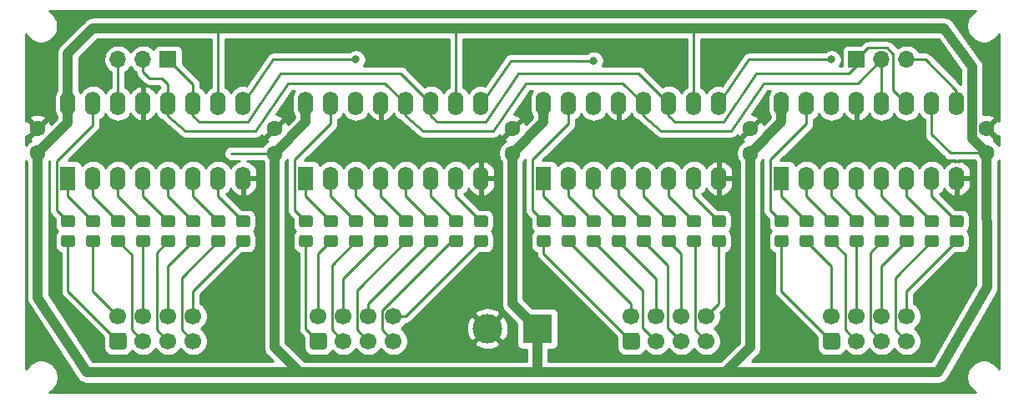
<source format=gbr>
%TF.GenerationSoftware,KiCad,Pcbnew,(5.1.7-0-10_14)*%
%TF.CreationDate,2020-10-16T13:11:49+02:00*%
%TF.ProjectId,32Bit shift register,33324269-7420-4736-9869-667420726567,rev?*%
%TF.SameCoordinates,Original*%
%TF.FileFunction,Copper,L1,Top*%
%TF.FilePolarity,Positive*%
%FSLAX46Y46*%
G04 Gerber Fmt 4.6, Leading zero omitted, Abs format (unit mm)*
G04 Created by KiCad (PCBNEW (5.1.7-0-10_14)) date 2020-10-16 13:11:49*
%MOMM*%
%LPD*%
G01*
G04 APERTURE LIST*
%TA.AperFunction,ComponentPad*%
%ADD10R,3.000000X3.000000*%
%TD*%
%TA.AperFunction,ComponentPad*%
%ADD11C,3.000000*%
%TD*%
%TA.AperFunction,ComponentPad*%
%ADD12O,1.700000X1.700000*%
%TD*%
%TA.AperFunction,ComponentPad*%
%ADD13R,1.700000X1.700000*%
%TD*%
%TA.AperFunction,ComponentPad*%
%ADD14O,1.600000X2.400000*%
%TD*%
%TA.AperFunction,ComponentPad*%
%ADD15R,1.600000X2.400000*%
%TD*%
%TA.AperFunction,ComponentPad*%
%ADD16C,1.700000*%
%TD*%
%TA.AperFunction,ComponentPad*%
%ADD17C,1.600000*%
%TD*%
%TA.AperFunction,ViaPad*%
%ADD18C,0.800000*%
%TD*%
%TA.AperFunction,Conductor*%
%ADD19C,1.000000*%
%TD*%
%TA.AperFunction,Conductor*%
%ADD20C,0.250000*%
%TD*%
%TA.AperFunction,Conductor*%
%ADD21C,0.254000*%
%TD*%
%TA.AperFunction,Conductor*%
%ADD22C,0.100000*%
%TD*%
G04 APERTURE END LIST*
D10*
%TO.P,J7,1*%
%TO.N,VCC*%
X108585000Y-72390000D03*
D11*
%TO.P,J7,2*%
%TO.N,GND*%
X103505000Y-72390000D03*
%TD*%
D12*
%TO.P,J2,3*%
%TO.N,/DIN*%
X66040000Y-45085000D03*
%TO.P,J2,2*%
%TO.N,/WCK*%
X68580000Y-45085000D03*
D13*
%TO.P,J2,1*%
%TO.N,/BCK*%
X71120000Y-45085000D03*
%TD*%
D12*
%TO.P,J4,3*%
%TO.N,/DOUT*%
X146050000Y-45085000D03*
%TO.P,J4,2*%
%TO.N,/WCK*%
X143510000Y-45085000D03*
D13*
%TO.P,J4,1*%
%TO.N,/BCK*%
X140970000Y-45085000D03*
%TD*%
D14*
%TO.P,U4,16*%
%TO.N,VCC*%
X133350000Y-49530000D03*
%TO.P,U4,8*%
%TO.N,GND*%
X151130000Y-57150000D03*
%TO.P,U4,15*%
%TO.N,Net-(R25-Pad2)*%
X135890000Y-49530000D03*
%TO.P,U4,7*%
%TO.N,Net-(R32-Pad2)*%
X148590000Y-57150000D03*
%TO.P,U4,14*%
%TO.N,Net-(U3-Pad9)*%
X138430000Y-49530000D03*
%TO.P,U4,6*%
%TO.N,Net-(R31-Pad2)*%
X146050000Y-57150000D03*
%TO.P,U4,13*%
%TO.N,GND*%
X140970000Y-49530000D03*
%TO.P,U4,5*%
%TO.N,Net-(R30-Pad2)*%
X143510000Y-57150000D03*
%TO.P,U4,12*%
%TO.N,/WCK*%
X143510000Y-49530000D03*
%TO.P,U4,4*%
%TO.N,Net-(R29-Pad2)*%
X140970000Y-57150000D03*
%TO.P,U4,11*%
%TO.N,/BCK*%
X146050000Y-49530000D03*
%TO.P,U4,3*%
%TO.N,Net-(R28-Pad2)*%
X138430000Y-57150000D03*
%TO.P,U4,10*%
%TO.N,VCC*%
X148590000Y-49530000D03*
%TO.P,U4,2*%
%TO.N,Net-(R27-Pad2)*%
X135890000Y-57150000D03*
%TO.P,U4,9*%
%TO.N,/DOUT*%
X151130000Y-49530000D03*
D15*
%TO.P,U4,1*%
%TO.N,Net-(R26-Pad2)*%
X133350000Y-57150000D03*
%TD*%
D14*
%TO.P,U3,16*%
%TO.N,VCC*%
X109220000Y-49530000D03*
%TO.P,U3,8*%
%TO.N,GND*%
X127000000Y-57150000D03*
%TO.P,U3,15*%
%TO.N,Net-(R17-Pad2)*%
X111760000Y-49530000D03*
%TO.P,U3,7*%
%TO.N,Net-(R24-Pad2)*%
X124460000Y-57150000D03*
%TO.P,U3,14*%
%TO.N,Net-(U2-Pad9)*%
X114300000Y-49530000D03*
%TO.P,U3,6*%
%TO.N,Net-(R23-Pad2)*%
X121920000Y-57150000D03*
%TO.P,U3,13*%
%TO.N,GND*%
X116840000Y-49530000D03*
%TO.P,U3,5*%
%TO.N,Net-(R22-Pad2)*%
X119380000Y-57150000D03*
%TO.P,U3,12*%
%TO.N,/WCK*%
X119380000Y-49530000D03*
%TO.P,U3,4*%
%TO.N,Net-(R21-Pad2)*%
X116840000Y-57150000D03*
%TO.P,U3,11*%
%TO.N,/BCK*%
X121920000Y-49530000D03*
%TO.P,U3,3*%
%TO.N,Net-(R20-Pad2)*%
X114300000Y-57150000D03*
%TO.P,U3,10*%
%TO.N,VCC*%
X124460000Y-49530000D03*
%TO.P,U3,2*%
%TO.N,Net-(R19-Pad2)*%
X111760000Y-57150000D03*
%TO.P,U3,9*%
%TO.N,Net-(U3-Pad9)*%
X127000000Y-49530000D03*
D15*
%TO.P,U3,1*%
%TO.N,Net-(R18-Pad2)*%
X109220000Y-57150000D03*
%TD*%
D14*
%TO.P,U2,16*%
%TO.N,VCC*%
X85090000Y-49530000D03*
%TO.P,U2,8*%
%TO.N,GND*%
X102870000Y-57150000D03*
%TO.P,U2,15*%
%TO.N,Net-(R9-Pad2)*%
X87630000Y-49530000D03*
%TO.P,U2,7*%
%TO.N,Net-(R16-Pad2)*%
X100330000Y-57150000D03*
%TO.P,U2,14*%
%TO.N,Net-(U1-Pad9)*%
X90170000Y-49530000D03*
%TO.P,U2,6*%
%TO.N,Net-(R15-Pad2)*%
X97790000Y-57150000D03*
%TO.P,U2,13*%
%TO.N,GND*%
X92710000Y-49530000D03*
%TO.P,U2,5*%
%TO.N,Net-(R14-Pad2)*%
X95250000Y-57150000D03*
%TO.P,U2,12*%
%TO.N,/WCK*%
X95250000Y-49530000D03*
%TO.P,U2,4*%
%TO.N,Net-(R13-Pad2)*%
X92710000Y-57150000D03*
%TO.P,U2,11*%
%TO.N,/BCK*%
X97790000Y-49530000D03*
%TO.P,U2,3*%
%TO.N,Net-(R12-Pad2)*%
X90170000Y-57150000D03*
%TO.P,U2,10*%
%TO.N,VCC*%
X100330000Y-49530000D03*
%TO.P,U2,2*%
%TO.N,Net-(R11-Pad2)*%
X87630000Y-57150000D03*
%TO.P,U2,9*%
%TO.N,Net-(U2-Pad9)*%
X102870000Y-49530000D03*
D15*
%TO.P,U2,1*%
%TO.N,Net-(R10-Pad2)*%
X85090000Y-57150000D03*
%TD*%
D14*
%TO.P,U1,16*%
%TO.N,VCC*%
X60960000Y-49530000D03*
%TO.P,U1,8*%
%TO.N,GND*%
X78740000Y-57150000D03*
%TO.P,U1,15*%
%TO.N,Net-(R1-Pad2)*%
X63500000Y-49530000D03*
%TO.P,U1,7*%
%TO.N,Net-(R8-Pad2)*%
X76200000Y-57150000D03*
%TO.P,U1,14*%
%TO.N,/DIN*%
X66040000Y-49530000D03*
%TO.P,U1,6*%
%TO.N,Net-(R7-Pad2)*%
X73660000Y-57150000D03*
%TO.P,U1,13*%
%TO.N,GND*%
X68580000Y-49530000D03*
%TO.P,U1,5*%
%TO.N,Net-(R6-Pad2)*%
X71120000Y-57150000D03*
%TO.P,U1,12*%
%TO.N,/WCK*%
X71120000Y-49530000D03*
%TO.P,U1,4*%
%TO.N,Net-(R5-Pad2)*%
X68580000Y-57150000D03*
%TO.P,U1,11*%
%TO.N,/BCK*%
X73660000Y-49530000D03*
%TO.P,U1,3*%
%TO.N,Net-(R4-Pad2)*%
X66040000Y-57150000D03*
%TO.P,U1,10*%
%TO.N,VCC*%
X76200000Y-49530000D03*
%TO.P,U1,2*%
%TO.N,Net-(R3-Pad2)*%
X63500000Y-57150000D03*
%TO.P,U1,9*%
%TO.N,Net-(U1-Pad9)*%
X78740000Y-49530000D03*
D15*
%TO.P,U1,1*%
%TO.N,Net-(R2-Pad2)*%
X60960000Y-57150000D03*
%TD*%
%TO.P,R32,2*%
%TO.N,Net-(R32-Pad2)*%
%TA.AperFunction,SMDPad,CuDef*%
G36*
G01*
X151580001Y-62100000D02*
X150679999Y-62100000D01*
G75*
G02*
X150430000Y-61850001I0J249999D01*
G01*
X150430000Y-61149999D01*
G75*
G02*
X150679999Y-60900000I249999J0D01*
G01*
X151580001Y-60900000D01*
G75*
G02*
X151830000Y-61149999I0J-249999D01*
G01*
X151830000Y-61850001D01*
G75*
G02*
X151580001Y-62100000I-249999J0D01*
G01*
G37*
%TD.AperFunction*%
%TO.P,R32,1*%
%TO.N,Net-(J6-Pad8)*%
%TA.AperFunction,SMDPad,CuDef*%
G36*
G01*
X151580001Y-64100000D02*
X150679999Y-64100000D01*
G75*
G02*
X150430000Y-63850001I0J249999D01*
G01*
X150430000Y-63149999D01*
G75*
G02*
X150679999Y-62900000I249999J0D01*
G01*
X151580001Y-62900000D01*
G75*
G02*
X151830000Y-63149999I0J-249999D01*
G01*
X151830000Y-63850001D01*
G75*
G02*
X151580001Y-64100000I-249999J0D01*
G01*
G37*
%TD.AperFunction*%
%TD*%
%TO.P,R31,2*%
%TO.N,Net-(R31-Pad2)*%
%TA.AperFunction,SMDPad,CuDef*%
G36*
G01*
X149040001Y-62100000D02*
X148139999Y-62100000D01*
G75*
G02*
X147890000Y-61850001I0J249999D01*
G01*
X147890000Y-61149999D01*
G75*
G02*
X148139999Y-60900000I249999J0D01*
G01*
X149040001Y-60900000D01*
G75*
G02*
X149290000Y-61149999I0J-249999D01*
G01*
X149290000Y-61850001D01*
G75*
G02*
X149040001Y-62100000I-249999J0D01*
G01*
G37*
%TD.AperFunction*%
%TO.P,R31,1*%
%TO.N,Net-(J6-Pad7)*%
%TA.AperFunction,SMDPad,CuDef*%
G36*
G01*
X149040001Y-64100000D02*
X148139999Y-64100000D01*
G75*
G02*
X147890000Y-63850001I0J249999D01*
G01*
X147890000Y-63149999D01*
G75*
G02*
X148139999Y-62900000I249999J0D01*
G01*
X149040001Y-62900000D01*
G75*
G02*
X149290000Y-63149999I0J-249999D01*
G01*
X149290000Y-63850001D01*
G75*
G02*
X149040001Y-64100000I-249999J0D01*
G01*
G37*
%TD.AperFunction*%
%TD*%
%TO.P,R30,2*%
%TO.N,Net-(R30-Pad2)*%
%TA.AperFunction,SMDPad,CuDef*%
G36*
G01*
X146500001Y-62100000D02*
X145599999Y-62100000D01*
G75*
G02*
X145350000Y-61850001I0J249999D01*
G01*
X145350000Y-61149999D01*
G75*
G02*
X145599999Y-60900000I249999J0D01*
G01*
X146500001Y-60900000D01*
G75*
G02*
X146750000Y-61149999I0J-249999D01*
G01*
X146750000Y-61850001D01*
G75*
G02*
X146500001Y-62100000I-249999J0D01*
G01*
G37*
%TD.AperFunction*%
%TO.P,R30,1*%
%TO.N,Net-(J6-Pad6)*%
%TA.AperFunction,SMDPad,CuDef*%
G36*
G01*
X146500001Y-64100000D02*
X145599999Y-64100000D01*
G75*
G02*
X145350000Y-63850001I0J249999D01*
G01*
X145350000Y-63149999D01*
G75*
G02*
X145599999Y-62900000I249999J0D01*
G01*
X146500001Y-62900000D01*
G75*
G02*
X146750000Y-63149999I0J-249999D01*
G01*
X146750000Y-63850001D01*
G75*
G02*
X146500001Y-64100000I-249999J0D01*
G01*
G37*
%TD.AperFunction*%
%TD*%
%TO.P,R29,2*%
%TO.N,Net-(R29-Pad2)*%
%TA.AperFunction,SMDPad,CuDef*%
G36*
G01*
X143960001Y-62100000D02*
X143059999Y-62100000D01*
G75*
G02*
X142810000Y-61850001I0J249999D01*
G01*
X142810000Y-61149999D01*
G75*
G02*
X143059999Y-60900000I249999J0D01*
G01*
X143960001Y-60900000D01*
G75*
G02*
X144210000Y-61149999I0J-249999D01*
G01*
X144210000Y-61850001D01*
G75*
G02*
X143960001Y-62100000I-249999J0D01*
G01*
G37*
%TD.AperFunction*%
%TO.P,R29,1*%
%TO.N,Net-(J6-Pad5)*%
%TA.AperFunction,SMDPad,CuDef*%
G36*
G01*
X143960001Y-64100000D02*
X143059999Y-64100000D01*
G75*
G02*
X142810000Y-63850001I0J249999D01*
G01*
X142810000Y-63149999D01*
G75*
G02*
X143059999Y-62900000I249999J0D01*
G01*
X143960001Y-62900000D01*
G75*
G02*
X144210000Y-63149999I0J-249999D01*
G01*
X144210000Y-63850001D01*
G75*
G02*
X143960001Y-64100000I-249999J0D01*
G01*
G37*
%TD.AperFunction*%
%TD*%
%TO.P,R28,2*%
%TO.N,Net-(R28-Pad2)*%
%TA.AperFunction,SMDPad,CuDef*%
G36*
G01*
X141420001Y-62100000D02*
X140519999Y-62100000D01*
G75*
G02*
X140270000Y-61850001I0J249999D01*
G01*
X140270000Y-61149999D01*
G75*
G02*
X140519999Y-60900000I249999J0D01*
G01*
X141420001Y-60900000D01*
G75*
G02*
X141670000Y-61149999I0J-249999D01*
G01*
X141670000Y-61850001D01*
G75*
G02*
X141420001Y-62100000I-249999J0D01*
G01*
G37*
%TD.AperFunction*%
%TO.P,R28,1*%
%TO.N,Net-(J6-Pad4)*%
%TA.AperFunction,SMDPad,CuDef*%
G36*
G01*
X141420001Y-64100000D02*
X140519999Y-64100000D01*
G75*
G02*
X140270000Y-63850001I0J249999D01*
G01*
X140270000Y-63149999D01*
G75*
G02*
X140519999Y-62900000I249999J0D01*
G01*
X141420001Y-62900000D01*
G75*
G02*
X141670000Y-63149999I0J-249999D01*
G01*
X141670000Y-63850001D01*
G75*
G02*
X141420001Y-64100000I-249999J0D01*
G01*
G37*
%TD.AperFunction*%
%TD*%
%TO.P,R27,2*%
%TO.N,Net-(R27-Pad2)*%
%TA.AperFunction,SMDPad,CuDef*%
G36*
G01*
X138880001Y-62100000D02*
X137979999Y-62100000D01*
G75*
G02*
X137730000Y-61850001I0J249999D01*
G01*
X137730000Y-61149999D01*
G75*
G02*
X137979999Y-60900000I249999J0D01*
G01*
X138880001Y-60900000D01*
G75*
G02*
X139130000Y-61149999I0J-249999D01*
G01*
X139130000Y-61850001D01*
G75*
G02*
X138880001Y-62100000I-249999J0D01*
G01*
G37*
%TD.AperFunction*%
%TO.P,R27,1*%
%TO.N,Net-(J6-Pad3)*%
%TA.AperFunction,SMDPad,CuDef*%
G36*
G01*
X138880001Y-64100000D02*
X137979999Y-64100000D01*
G75*
G02*
X137730000Y-63850001I0J249999D01*
G01*
X137730000Y-63149999D01*
G75*
G02*
X137979999Y-62900000I249999J0D01*
G01*
X138880001Y-62900000D01*
G75*
G02*
X139130000Y-63149999I0J-249999D01*
G01*
X139130000Y-63850001D01*
G75*
G02*
X138880001Y-64100000I-249999J0D01*
G01*
G37*
%TD.AperFunction*%
%TD*%
%TO.P,R26,2*%
%TO.N,Net-(R26-Pad2)*%
%TA.AperFunction,SMDPad,CuDef*%
G36*
G01*
X136340001Y-62100000D02*
X135439999Y-62100000D01*
G75*
G02*
X135190000Y-61850001I0J249999D01*
G01*
X135190000Y-61149999D01*
G75*
G02*
X135439999Y-60900000I249999J0D01*
G01*
X136340001Y-60900000D01*
G75*
G02*
X136590000Y-61149999I0J-249999D01*
G01*
X136590000Y-61850001D01*
G75*
G02*
X136340001Y-62100000I-249999J0D01*
G01*
G37*
%TD.AperFunction*%
%TO.P,R26,1*%
%TO.N,Net-(J6-Pad2)*%
%TA.AperFunction,SMDPad,CuDef*%
G36*
G01*
X136340001Y-64100000D02*
X135439999Y-64100000D01*
G75*
G02*
X135190000Y-63850001I0J249999D01*
G01*
X135190000Y-63149999D01*
G75*
G02*
X135439999Y-62900000I249999J0D01*
G01*
X136340001Y-62900000D01*
G75*
G02*
X136590000Y-63149999I0J-249999D01*
G01*
X136590000Y-63850001D01*
G75*
G02*
X136340001Y-64100000I-249999J0D01*
G01*
G37*
%TD.AperFunction*%
%TD*%
%TO.P,R25,2*%
%TO.N,Net-(R25-Pad2)*%
%TA.AperFunction,SMDPad,CuDef*%
G36*
G01*
X133800001Y-62100000D02*
X132899999Y-62100000D01*
G75*
G02*
X132650000Y-61850001I0J249999D01*
G01*
X132650000Y-61149999D01*
G75*
G02*
X132899999Y-60900000I249999J0D01*
G01*
X133800001Y-60900000D01*
G75*
G02*
X134050000Y-61149999I0J-249999D01*
G01*
X134050000Y-61850001D01*
G75*
G02*
X133800001Y-62100000I-249999J0D01*
G01*
G37*
%TD.AperFunction*%
%TO.P,R25,1*%
%TO.N,Net-(J6-Pad1)*%
%TA.AperFunction,SMDPad,CuDef*%
G36*
G01*
X133800001Y-64100000D02*
X132899999Y-64100000D01*
G75*
G02*
X132650000Y-63850001I0J249999D01*
G01*
X132650000Y-63149999D01*
G75*
G02*
X132899999Y-62900000I249999J0D01*
G01*
X133800001Y-62900000D01*
G75*
G02*
X134050000Y-63149999I0J-249999D01*
G01*
X134050000Y-63850001D01*
G75*
G02*
X133800001Y-64100000I-249999J0D01*
G01*
G37*
%TD.AperFunction*%
%TD*%
%TO.P,R24,2*%
%TO.N,Net-(R24-Pad2)*%
%TA.AperFunction,SMDPad,CuDef*%
G36*
G01*
X127450001Y-62100000D02*
X126549999Y-62100000D01*
G75*
G02*
X126300000Y-61850001I0J249999D01*
G01*
X126300000Y-61149999D01*
G75*
G02*
X126549999Y-60900000I249999J0D01*
G01*
X127450001Y-60900000D01*
G75*
G02*
X127700000Y-61149999I0J-249999D01*
G01*
X127700000Y-61850001D01*
G75*
G02*
X127450001Y-62100000I-249999J0D01*
G01*
G37*
%TD.AperFunction*%
%TO.P,R24,1*%
%TO.N,Net-(J5-Pad8)*%
%TA.AperFunction,SMDPad,CuDef*%
G36*
G01*
X127450001Y-64100000D02*
X126549999Y-64100000D01*
G75*
G02*
X126300000Y-63850001I0J249999D01*
G01*
X126300000Y-63149999D01*
G75*
G02*
X126549999Y-62900000I249999J0D01*
G01*
X127450001Y-62900000D01*
G75*
G02*
X127700000Y-63149999I0J-249999D01*
G01*
X127700000Y-63850001D01*
G75*
G02*
X127450001Y-64100000I-249999J0D01*
G01*
G37*
%TD.AperFunction*%
%TD*%
%TO.P,R23,2*%
%TO.N,Net-(R23-Pad2)*%
%TA.AperFunction,SMDPad,CuDef*%
G36*
G01*
X124910001Y-62100000D02*
X124009999Y-62100000D01*
G75*
G02*
X123760000Y-61850001I0J249999D01*
G01*
X123760000Y-61149999D01*
G75*
G02*
X124009999Y-60900000I249999J0D01*
G01*
X124910001Y-60900000D01*
G75*
G02*
X125160000Y-61149999I0J-249999D01*
G01*
X125160000Y-61850001D01*
G75*
G02*
X124910001Y-62100000I-249999J0D01*
G01*
G37*
%TD.AperFunction*%
%TO.P,R23,1*%
%TO.N,Net-(J5-Pad7)*%
%TA.AperFunction,SMDPad,CuDef*%
G36*
G01*
X124910001Y-64100000D02*
X124009999Y-64100000D01*
G75*
G02*
X123760000Y-63850001I0J249999D01*
G01*
X123760000Y-63149999D01*
G75*
G02*
X124009999Y-62900000I249999J0D01*
G01*
X124910001Y-62900000D01*
G75*
G02*
X125160000Y-63149999I0J-249999D01*
G01*
X125160000Y-63850001D01*
G75*
G02*
X124910001Y-64100000I-249999J0D01*
G01*
G37*
%TD.AperFunction*%
%TD*%
%TO.P,R22,2*%
%TO.N,Net-(R22-Pad2)*%
%TA.AperFunction,SMDPad,CuDef*%
G36*
G01*
X122370001Y-62100000D02*
X121469999Y-62100000D01*
G75*
G02*
X121220000Y-61850001I0J249999D01*
G01*
X121220000Y-61149999D01*
G75*
G02*
X121469999Y-60900000I249999J0D01*
G01*
X122370001Y-60900000D01*
G75*
G02*
X122620000Y-61149999I0J-249999D01*
G01*
X122620000Y-61850001D01*
G75*
G02*
X122370001Y-62100000I-249999J0D01*
G01*
G37*
%TD.AperFunction*%
%TO.P,R22,1*%
%TO.N,Net-(J5-Pad6)*%
%TA.AperFunction,SMDPad,CuDef*%
G36*
G01*
X122370001Y-64100000D02*
X121469999Y-64100000D01*
G75*
G02*
X121220000Y-63850001I0J249999D01*
G01*
X121220000Y-63149999D01*
G75*
G02*
X121469999Y-62900000I249999J0D01*
G01*
X122370001Y-62900000D01*
G75*
G02*
X122620000Y-63149999I0J-249999D01*
G01*
X122620000Y-63850001D01*
G75*
G02*
X122370001Y-64100000I-249999J0D01*
G01*
G37*
%TD.AperFunction*%
%TD*%
%TO.P,R21,2*%
%TO.N,Net-(R21-Pad2)*%
%TA.AperFunction,SMDPad,CuDef*%
G36*
G01*
X119830001Y-62100000D02*
X118929999Y-62100000D01*
G75*
G02*
X118680000Y-61850001I0J249999D01*
G01*
X118680000Y-61149999D01*
G75*
G02*
X118929999Y-60900000I249999J0D01*
G01*
X119830001Y-60900000D01*
G75*
G02*
X120080000Y-61149999I0J-249999D01*
G01*
X120080000Y-61850001D01*
G75*
G02*
X119830001Y-62100000I-249999J0D01*
G01*
G37*
%TD.AperFunction*%
%TO.P,R21,1*%
%TO.N,Net-(J5-Pad5)*%
%TA.AperFunction,SMDPad,CuDef*%
G36*
G01*
X119830001Y-64100000D02*
X118929999Y-64100000D01*
G75*
G02*
X118680000Y-63850001I0J249999D01*
G01*
X118680000Y-63149999D01*
G75*
G02*
X118929999Y-62900000I249999J0D01*
G01*
X119830001Y-62900000D01*
G75*
G02*
X120080000Y-63149999I0J-249999D01*
G01*
X120080000Y-63850001D01*
G75*
G02*
X119830001Y-64100000I-249999J0D01*
G01*
G37*
%TD.AperFunction*%
%TD*%
%TO.P,R20,2*%
%TO.N,Net-(R20-Pad2)*%
%TA.AperFunction,SMDPad,CuDef*%
G36*
G01*
X117290001Y-62100000D02*
X116389999Y-62100000D01*
G75*
G02*
X116140000Y-61850001I0J249999D01*
G01*
X116140000Y-61149999D01*
G75*
G02*
X116389999Y-60900000I249999J0D01*
G01*
X117290001Y-60900000D01*
G75*
G02*
X117540000Y-61149999I0J-249999D01*
G01*
X117540000Y-61850001D01*
G75*
G02*
X117290001Y-62100000I-249999J0D01*
G01*
G37*
%TD.AperFunction*%
%TO.P,R20,1*%
%TO.N,Net-(J5-Pad4)*%
%TA.AperFunction,SMDPad,CuDef*%
G36*
G01*
X117290001Y-64100000D02*
X116389999Y-64100000D01*
G75*
G02*
X116140000Y-63850001I0J249999D01*
G01*
X116140000Y-63149999D01*
G75*
G02*
X116389999Y-62900000I249999J0D01*
G01*
X117290001Y-62900000D01*
G75*
G02*
X117540000Y-63149999I0J-249999D01*
G01*
X117540000Y-63850001D01*
G75*
G02*
X117290001Y-64100000I-249999J0D01*
G01*
G37*
%TD.AperFunction*%
%TD*%
%TO.P,R19,2*%
%TO.N,Net-(R19-Pad2)*%
%TA.AperFunction,SMDPad,CuDef*%
G36*
G01*
X114750001Y-62100000D02*
X113849999Y-62100000D01*
G75*
G02*
X113600000Y-61850001I0J249999D01*
G01*
X113600000Y-61149999D01*
G75*
G02*
X113849999Y-60900000I249999J0D01*
G01*
X114750001Y-60900000D01*
G75*
G02*
X115000000Y-61149999I0J-249999D01*
G01*
X115000000Y-61850001D01*
G75*
G02*
X114750001Y-62100000I-249999J0D01*
G01*
G37*
%TD.AperFunction*%
%TO.P,R19,1*%
%TO.N,Net-(J5-Pad3)*%
%TA.AperFunction,SMDPad,CuDef*%
G36*
G01*
X114750001Y-64100000D02*
X113849999Y-64100000D01*
G75*
G02*
X113600000Y-63850001I0J249999D01*
G01*
X113600000Y-63149999D01*
G75*
G02*
X113849999Y-62900000I249999J0D01*
G01*
X114750001Y-62900000D01*
G75*
G02*
X115000000Y-63149999I0J-249999D01*
G01*
X115000000Y-63850001D01*
G75*
G02*
X114750001Y-64100000I-249999J0D01*
G01*
G37*
%TD.AperFunction*%
%TD*%
%TO.P,R18,2*%
%TO.N,Net-(R18-Pad2)*%
%TA.AperFunction,SMDPad,CuDef*%
G36*
G01*
X112210001Y-62100000D02*
X111309999Y-62100000D01*
G75*
G02*
X111060000Y-61850001I0J249999D01*
G01*
X111060000Y-61149999D01*
G75*
G02*
X111309999Y-60900000I249999J0D01*
G01*
X112210001Y-60900000D01*
G75*
G02*
X112460000Y-61149999I0J-249999D01*
G01*
X112460000Y-61850001D01*
G75*
G02*
X112210001Y-62100000I-249999J0D01*
G01*
G37*
%TD.AperFunction*%
%TO.P,R18,1*%
%TO.N,Net-(J5-Pad2)*%
%TA.AperFunction,SMDPad,CuDef*%
G36*
G01*
X112210001Y-64100000D02*
X111309999Y-64100000D01*
G75*
G02*
X111060000Y-63850001I0J249999D01*
G01*
X111060000Y-63149999D01*
G75*
G02*
X111309999Y-62900000I249999J0D01*
G01*
X112210001Y-62900000D01*
G75*
G02*
X112460000Y-63149999I0J-249999D01*
G01*
X112460000Y-63850001D01*
G75*
G02*
X112210001Y-64100000I-249999J0D01*
G01*
G37*
%TD.AperFunction*%
%TD*%
%TO.P,R17,2*%
%TO.N,Net-(R17-Pad2)*%
%TA.AperFunction,SMDPad,CuDef*%
G36*
G01*
X109670001Y-62100000D02*
X108769999Y-62100000D01*
G75*
G02*
X108520000Y-61850001I0J249999D01*
G01*
X108520000Y-61149999D01*
G75*
G02*
X108769999Y-60900000I249999J0D01*
G01*
X109670001Y-60900000D01*
G75*
G02*
X109920000Y-61149999I0J-249999D01*
G01*
X109920000Y-61850001D01*
G75*
G02*
X109670001Y-62100000I-249999J0D01*
G01*
G37*
%TD.AperFunction*%
%TO.P,R17,1*%
%TO.N,Net-(J5-Pad1)*%
%TA.AperFunction,SMDPad,CuDef*%
G36*
G01*
X109670001Y-64100000D02*
X108769999Y-64100000D01*
G75*
G02*
X108520000Y-63850001I0J249999D01*
G01*
X108520000Y-63149999D01*
G75*
G02*
X108769999Y-62900000I249999J0D01*
G01*
X109670001Y-62900000D01*
G75*
G02*
X109920000Y-63149999I0J-249999D01*
G01*
X109920000Y-63850001D01*
G75*
G02*
X109670001Y-64100000I-249999J0D01*
G01*
G37*
%TD.AperFunction*%
%TD*%
%TO.P,R16,2*%
%TO.N,Net-(R16-Pad2)*%
%TA.AperFunction,SMDPad,CuDef*%
G36*
G01*
X103320001Y-62100000D02*
X102419999Y-62100000D01*
G75*
G02*
X102170000Y-61850001I0J249999D01*
G01*
X102170000Y-61149999D01*
G75*
G02*
X102419999Y-60900000I249999J0D01*
G01*
X103320001Y-60900000D01*
G75*
G02*
X103570000Y-61149999I0J-249999D01*
G01*
X103570000Y-61850001D01*
G75*
G02*
X103320001Y-62100000I-249999J0D01*
G01*
G37*
%TD.AperFunction*%
%TO.P,R16,1*%
%TO.N,Net-(J3-Pad8)*%
%TA.AperFunction,SMDPad,CuDef*%
G36*
G01*
X103320001Y-64100000D02*
X102419999Y-64100000D01*
G75*
G02*
X102170000Y-63850001I0J249999D01*
G01*
X102170000Y-63149999D01*
G75*
G02*
X102419999Y-62900000I249999J0D01*
G01*
X103320001Y-62900000D01*
G75*
G02*
X103570000Y-63149999I0J-249999D01*
G01*
X103570000Y-63850001D01*
G75*
G02*
X103320001Y-64100000I-249999J0D01*
G01*
G37*
%TD.AperFunction*%
%TD*%
%TO.P,R15,2*%
%TO.N,Net-(R15-Pad2)*%
%TA.AperFunction,SMDPad,CuDef*%
G36*
G01*
X100780001Y-62100000D02*
X99879999Y-62100000D01*
G75*
G02*
X99630000Y-61850001I0J249999D01*
G01*
X99630000Y-61149999D01*
G75*
G02*
X99879999Y-60900000I249999J0D01*
G01*
X100780001Y-60900000D01*
G75*
G02*
X101030000Y-61149999I0J-249999D01*
G01*
X101030000Y-61850001D01*
G75*
G02*
X100780001Y-62100000I-249999J0D01*
G01*
G37*
%TD.AperFunction*%
%TO.P,R15,1*%
%TO.N,Net-(J3-Pad7)*%
%TA.AperFunction,SMDPad,CuDef*%
G36*
G01*
X100780001Y-64100000D02*
X99879999Y-64100000D01*
G75*
G02*
X99630000Y-63850001I0J249999D01*
G01*
X99630000Y-63149999D01*
G75*
G02*
X99879999Y-62900000I249999J0D01*
G01*
X100780001Y-62900000D01*
G75*
G02*
X101030000Y-63149999I0J-249999D01*
G01*
X101030000Y-63850001D01*
G75*
G02*
X100780001Y-64100000I-249999J0D01*
G01*
G37*
%TD.AperFunction*%
%TD*%
%TO.P,R14,2*%
%TO.N,Net-(R14-Pad2)*%
%TA.AperFunction,SMDPad,CuDef*%
G36*
G01*
X98240001Y-62100000D02*
X97339999Y-62100000D01*
G75*
G02*
X97090000Y-61850001I0J249999D01*
G01*
X97090000Y-61149999D01*
G75*
G02*
X97339999Y-60900000I249999J0D01*
G01*
X98240001Y-60900000D01*
G75*
G02*
X98490000Y-61149999I0J-249999D01*
G01*
X98490000Y-61850001D01*
G75*
G02*
X98240001Y-62100000I-249999J0D01*
G01*
G37*
%TD.AperFunction*%
%TO.P,R14,1*%
%TO.N,Net-(J3-Pad6)*%
%TA.AperFunction,SMDPad,CuDef*%
G36*
G01*
X98240001Y-64100000D02*
X97339999Y-64100000D01*
G75*
G02*
X97090000Y-63850001I0J249999D01*
G01*
X97090000Y-63149999D01*
G75*
G02*
X97339999Y-62900000I249999J0D01*
G01*
X98240001Y-62900000D01*
G75*
G02*
X98490000Y-63149999I0J-249999D01*
G01*
X98490000Y-63850001D01*
G75*
G02*
X98240001Y-64100000I-249999J0D01*
G01*
G37*
%TD.AperFunction*%
%TD*%
%TO.P,R13,2*%
%TO.N,Net-(R13-Pad2)*%
%TA.AperFunction,SMDPad,CuDef*%
G36*
G01*
X95700001Y-62100000D02*
X94799999Y-62100000D01*
G75*
G02*
X94550000Y-61850001I0J249999D01*
G01*
X94550000Y-61149999D01*
G75*
G02*
X94799999Y-60900000I249999J0D01*
G01*
X95700001Y-60900000D01*
G75*
G02*
X95950000Y-61149999I0J-249999D01*
G01*
X95950000Y-61850001D01*
G75*
G02*
X95700001Y-62100000I-249999J0D01*
G01*
G37*
%TD.AperFunction*%
%TO.P,R13,1*%
%TO.N,Net-(J3-Pad5)*%
%TA.AperFunction,SMDPad,CuDef*%
G36*
G01*
X95700001Y-64100000D02*
X94799999Y-64100000D01*
G75*
G02*
X94550000Y-63850001I0J249999D01*
G01*
X94550000Y-63149999D01*
G75*
G02*
X94799999Y-62900000I249999J0D01*
G01*
X95700001Y-62900000D01*
G75*
G02*
X95950000Y-63149999I0J-249999D01*
G01*
X95950000Y-63850001D01*
G75*
G02*
X95700001Y-64100000I-249999J0D01*
G01*
G37*
%TD.AperFunction*%
%TD*%
%TO.P,R12,2*%
%TO.N,Net-(R12-Pad2)*%
%TA.AperFunction,SMDPad,CuDef*%
G36*
G01*
X93160001Y-62100000D02*
X92259999Y-62100000D01*
G75*
G02*
X92010000Y-61850001I0J249999D01*
G01*
X92010000Y-61149999D01*
G75*
G02*
X92259999Y-60900000I249999J0D01*
G01*
X93160001Y-60900000D01*
G75*
G02*
X93410000Y-61149999I0J-249999D01*
G01*
X93410000Y-61850001D01*
G75*
G02*
X93160001Y-62100000I-249999J0D01*
G01*
G37*
%TD.AperFunction*%
%TO.P,R12,1*%
%TO.N,Net-(J3-Pad4)*%
%TA.AperFunction,SMDPad,CuDef*%
G36*
G01*
X93160001Y-64100000D02*
X92259999Y-64100000D01*
G75*
G02*
X92010000Y-63850001I0J249999D01*
G01*
X92010000Y-63149999D01*
G75*
G02*
X92259999Y-62900000I249999J0D01*
G01*
X93160001Y-62900000D01*
G75*
G02*
X93410000Y-63149999I0J-249999D01*
G01*
X93410000Y-63850001D01*
G75*
G02*
X93160001Y-64100000I-249999J0D01*
G01*
G37*
%TD.AperFunction*%
%TD*%
%TO.P,R11,2*%
%TO.N,Net-(R11-Pad2)*%
%TA.AperFunction,SMDPad,CuDef*%
G36*
G01*
X90620001Y-62100000D02*
X89719999Y-62100000D01*
G75*
G02*
X89470000Y-61850001I0J249999D01*
G01*
X89470000Y-61149999D01*
G75*
G02*
X89719999Y-60900000I249999J0D01*
G01*
X90620001Y-60900000D01*
G75*
G02*
X90870000Y-61149999I0J-249999D01*
G01*
X90870000Y-61850001D01*
G75*
G02*
X90620001Y-62100000I-249999J0D01*
G01*
G37*
%TD.AperFunction*%
%TO.P,R11,1*%
%TO.N,Net-(J3-Pad3)*%
%TA.AperFunction,SMDPad,CuDef*%
G36*
G01*
X90620001Y-64100000D02*
X89719999Y-64100000D01*
G75*
G02*
X89470000Y-63850001I0J249999D01*
G01*
X89470000Y-63149999D01*
G75*
G02*
X89719999Y-62900000I249999J0D01*
G01*
X90620001Y-62900000D01*
G75*
G02*
X90870000Y-63149999I0J-249999D01*
G01*
X90870000Y-63850001D01*
G75*
G02*
X90620001Y-64100000I-249999J0D01*
G01*
G37*
%TD.AperFunction*%
%TD*%
%TO.P,R10,2*%
%TO.N,Net-(R10-Pad2)*%
%TA.AperFunction,SMDPad,CuDef*%
G36*
G01*
X88080001Y-62100000D02*
X87179999Y-62100000D01*
G75*
G02*
X86930000Y-61850001I0J249999D01*
G01*
X86930000Y-61149999D01*
G75*
G02*
X87179999Y-60900000I249999J0D01*
G01*
X88080001Y-60900000D01*
G75*
G02*
X88330000Y-61149999I0J-249999D01*
G01*
X88330000Y-61850001D01*
G75*
G02*
X88080001Y-62100000I-249999J0D01*
G01*
G37*
%TD.AperFunction*%
%TO.P,R10,1*%
%TO.N,Net-(J3-Pad2)*%
%TA.AperFunction,SMDPad,CuDef*%
G36*
G01*
X88080001Y-64100000D02*
X87179999Y-64100000D01*
G75*
G02*
X86930000Y-63850001I0J249999D01*
G01*
X86930000Y-63149999D01*
G75*
G02*
X87179999Y-62900000I249999J0D01*
G01*
X88080001Y-62900000D01*
G75*
G02*
X88330000Y-63149999I0J-249999D01*
G01*
X88330000Y-63850001D01*
G75*
G02*
X88080001Y-64100000I-249999J0D01*
G01*
G37*
%TD.AperFunction*%
%TD*%
%TO.P,R9,2*%
%TO.N,Net-(R9-Pad2)*%
%TA.AperFunction,SMDPad,CuDef*%
G36*
G01*
X85540001Y-62100000D02*
X84639999Y-62100000D01*
G75*
G02*
X84390000Y-61850001I0J249999D01*
G01*
X84390000Y-61149999D01*
G75*
G02*
X84639999Y-60900000I249999J0D01*
G01*
X85540001Y-60900000D01*
G75*
G02*
X85790000Y-61149999I0J-249999D01*
G01*
X85790000Y-61850001D01*
G75*
G02*
X85540001Y-62100000I-249999J0D01*
G01*
G37*
%TD.AperFunction*%
%TO.P,R9,1*%
%TO.N,Net-(J3-Pad1)*%
%TA.AperFunction,SMDPad,CuDef*%
G36*
G01*
X85540001Y-64100000D02*
X84639999Y-64100000D01*
G75*
G02*
X84390000Y-63850001I0J249999D01*
G01*
X84390000Y-63149999D01*
G75*
G02*
X84639999Y-62900000I249999J0D01*
G01*
X85540001Y-62900000D01*
G75*
G02*
X85790000Y-63149999I0J-249999D01*
G01*
X85790000Y-63850001D01*
G75*
G02*
X85540001Y-64100000I-249999J0D01*
G01*
G37*
%TD.AperFunction*%
%TD*%
%TO.P,R8,2*%
%TO.N,Net-(R8-Pad2)*%
%TA.AperFunction,SMDPad,CuDef*%
G36*
G01*
X79190001Y-62100000D02*
X78289999Y-62100000D01*
G75*
G02*
X78040000Y-61850001I0J249999D01*
G01*
X78040000Y-61149999D01*
G75*
G02*
X78289999Y-60900000I249999J0D01*
G01*
X79190001Y-60900000D01*
G75*
G02*
X79440000Y-61149999I0J-249999D01*
G01*
X79440000Y-61850001D01*
G75*
G02*
X79190001Y-62100000I-249999J0D01*
G01*
G37*
%TD.AperFunction*%
%TO.P,R8,1*%
%TO.N,Net-(J1-Pad8)*%
%TA.AperFunction,SMDPad,CuDef*%
G36*
G01*
X79190001Y-64100000D02*
X78289999Y-64100000D01*
G75*
G02*
X78040000Y-63850001I0J249999D01*
G01*
X78040000Y-63149999D01*
G75*
G02*
X78289999Y-62900000I249999J0D01*
G01*
X79190001Y-62900000D01*
G75*
G02*
X79440000Y-63149999I0J-249999D01*
G01*
X79440000Y-63850001D01*
G75*
G02*
X79190001Y-64100000I-249999J0D01*
G01*
G37*
%TD.AperFunction*%
%TD*%
%TO.P,R7,2*%
%TO.N,Net-(R7-Pad2)*%
%TA.AperFunction,SMDPad,CuDef*%
G36*
G01*
X76650001Y-62100000D02*
X75749999Y-62100000D01*
G75*
G02*
X75500000Y-61850001I0J249999D01*
G01*
X75500000Y-61149999D01*
G75*
G02*
X75749999Y-60900000I249999J0D01*
G01*
X76650001Y-60900000D01*
G75*
G02*
X76900000Y-61149999I0J-249999D01*
G01*
X76900000Y-61850001D01*
G75*
G02*
X76650001Y-62100000I-249999J0D01*
G01*
G37*
%TD.AperFunction*%
%TO.P,R7,1*%
%TO.N,Net-(J1-Pad7)*%
%TA.AperFunction,SMDPad,CuDef*%
G36*
G01*
X76650001Y-64100000D02*
X75749999Y-64100000D01*
G75*
G02*
X75500000Y-63850001I0J249999D01*
G01*
X75500000Y-63149999D01*
G75*
G02*
X75749999Y-62900000I249999J0D01*
G01*
X76650001Y-62900000D01*
G75*
G02*
X76900000Y-63149999I0J-249999D01*
G01*
X76900000Y-63850001D01*
G75*
G02*
X76650001Y-64100000I-249999J0D01*
G01*
G37*
%TD.AperFunction*%
%TD*%
%TO.P,R6,2*%
%TO.N,Net-(R6-Pad2)*%
%TA.AperFunction,SMDPad,CuDef*%
G36*
G01*
X74110001Y-62100000D02*
X73209999Y-62100000D01*
G75*
G02*
X72960000Y-61850001I0J249999D01*
G01*
X72960000Y-61149999D01*
G75*
G02*
X73209999Y-60900000I249999J0D01*
G01*
X74110001Y-60900000D01*
G75*
G02*
X74360000Y-61149999I0J-249999D01*
G01*
X74360000Y-61850001D01*
G75*
G02*
X74110001Y-62100000I-249999J0D01*
G01*
G37*
%TD.AperFunction*%
%TO.P,R6,1*%
%TO.N,Net-(J1-Pad6)*%
%TA.AperFunction,SMDPad,CuDef*%
G36*
G01*
X74110001Y-64100000D02*
X73209999Y-64100000D01*
G75*
G02*
X72960000Y-63850001I0J249999D01*
G01*
X72960000Y-63149999D01*
G75*
G02*
X73209999Y-62900000I249999J0D01*
G01*
X74110001Y-62900000D01*
G75*
G02*
X74360000Y-63149999I0J-249999D01*
G01*
X74360000Y-63850001D01*
G75*
G02*
X74110001Y-64100000I-249999J0D01*
G01*
G37*
%TD.AperFunction*%
%TD*%
%TO.P,R5,2*%
%TO.N,Net-(R5-Pad2)*%
%TA.AperFunction,SMDPad,CuDef*%
G36*
G01*
X71570001Y-62100000D02*
X70669999Y-62100000D01*
G75*
G02*
X70420000Y-61850001I0J249999D01*
G01*
X70420000Y-61149999D01*
G75*
G02*
X70669999Y-60900000I249999J0D01*
G01*
X71570001Y-60900000D01*
G75*
G02*
X71820000Y-61149999I0J-249999D01*
G01*
X71820000Y-61850001D01*
G75*
G02*
X71570001Y-62100000I-249999J0D01*
G01*
G37*
%TD.AperFunction*%
%TO.P,R5,1*%
%TO.N,Net-(J1-Pad5)*%
%TA.AperFunction,SMDPad,CuDef*%
G36*
G01*
X71570001Y-64100000D02*
X70669999Y-64100000D01*
G75*
G02*
X70420000Y-63850001I0J249999D01*
G01*
X70420000Y-63149999D01*
G75*
G02*
X70669999Y-62900000I249999J0D01*
G01*
X71570001Y-62900000D01*
G75*
G02*
X71820000Y-63149999I0J-249999D01*
G01*
X71820000Y-63850001D01*
G75*
G02*
X71570001Y-64100000I-249999J0D01*
G01*
G37*
%TD.AperFunction*%
%TD*%
%TO.P,R4,2*%
%TO.N,Net-(R4-Pad2)*%
%TA.AperFunction,SMDPad,CuDef*%
G36*
G01*
X69030001Y-62100000D02*
X68129999Y-62100000D01*
G75*
G02*
X67880000Y-61850001I0J249999D01*
G01*
X67880000Y-61149999D01*
G75*
G02*
X68129999Y-60900000I249999J0D01*
G01*
X69030001Y-60900000D01*
G75*
G02*
X69280000Y-61149999I0J-249999D01*
G01*
X69280000Y-61850001D01*
G75*
G02*
X69030001Y-62100000I-249999J0D01*
G01*
G37*
%TD.AperFunction*%
%TO.P,R4,1*%
%TO.N,Net-(J1-Pad4)*%
%TA.AperFunction,SMDPad,CuDef*%
G36*
G01*
X69030001Y-64100000D02*
X68129999Y-64100000D01*
G75*
G02*
X67880000Y-63850001I0J249999D01*
G01*
X67880000Y-63149999D01*
G75*
G02*
X68129999Y-62900000I249999J0D01*
G01*
X69030001Y-62900000D01*
G75*
G02*
X69280000Y-63149999I0J-249999D01*
G01*
X69280000Y-63850001D01*
G75*
G02*
X69030001Y-64100000I-249999J0D01*
G01*
G37*
%TD.AperFunction*%
%TD*%
%TO.P,R3,2*%
%TO.N,Net-(R3-Pad2)*%
%TA.AperFunction,SMDPad,CuDef*%
G36*
G01*
X66490001Y-62100000D02*
X65589999Y-62100000D01*
G75*
G02*
X65340000Y-61850001I0J249999D01*
G01*
X65340000Y-61149999D01*
G75*
G02*
X65589999Y-60900000I249999J0D01*
G01*
X66490001Y-60900000D01*
G75*
G02*
X66740000Y-61149999I0J-249999D01*
G01*
X66740000Y-61850001D01*
G75*
G02*
X66490001Y-62100000I-249999J0D01*
G01*
G37*
%TD.AperFunction*%
%TO.P,R3,1*%
%TO.N,Net-(J1-Pad3)*%
%TA.AperFunction,SMDPad,CuDef*%
G36*
G01*
X66490001Y-64100000D02*
X65589999Y-64100000D01*
G75*
G02*
X65340000Y-63850001I0J249999D01*
G01*
X65340000Y-63149999D01*
G75*
G02*
X65589999Y-62900000I249999J0D01*
G01*
X66490001Y-62900000D01*
G75*
G02*
X66740000Y-63149999I0J-249999D01*
G01*
X66740000Y-63850001D01*
G75*
G02*
X66490001Y-64100000I-249999J0D01*
G01*
G37*
%TD.AperFunction*%
%TD*%
%TO.P,R2,2*%
%TO.N,Net-(R2-Pad2)*%
%TA.AperFunction,SMDPad,CuDef*%
G36*
G01*
X63950001Y-62100000D02*
X63049999Y-62100000D01*
G75*
G02*
X62800000Y-61850001I0J249999D01*
G01*
X62800000Y-61149999D01*
G75*
G02*
X63049999Y-60900000I249999J0D01*
G01*
X63950001Y-60900000D01*
G75*
G02*
X64200000Y-61149999I0J-249999D01*
G01*
X64200000Y-61850001D01*
G75*
G02*
X63950001Y-62100000I-249999J0D01*
G01*
G37*
%TD.AperFunction*%
%TO.P,R2,1*%
%TO.N,Net-(J1-Pad2)*%
%TA.AperFunction,SMDPad,CuDef*%
G36*
G01*
X63950001Y-64100000D02*
X63049999Y-64100000D01*
G75*
G02*
X62800000Y-63850001I0J249999D01*
G01*
X62800000Y-63149999D01*
G75*
G02*
X63049999Y-62900000I249999J0D01*
G01*
X63950001Y-62900000D01*
G75*
G02*
X64200000Y-63149999I0J-249999D01*
G01*
X64200000Y-63850001D01*
G75*
G02*
X63950001Y-64100000I-249999J0D01*
G01*
G37*
%TD.AperFunction*%
%TD*%
%TO.P,R1,2*%
%TO.N,Net-(R1-Pad2)*%
%TA.AperFunction,SMDPad,CuDef*%
G36*
G01*
X61410001Y-62100000D02*
X60509999Y-62100000D01*
G75*
G02*
X60260000Y-61850001I0J249999D01*
G01*
X60260000Y-61149999D01*
G75*
G02*
X60509999Y-60900000I249999J0D01*
G01*
X61410001Y-60900000D01*
G75*
G02*
X61660000Y-61149999I0J-249999D01*
G01*
X61660000Y-61850001D01*
G75*
G02*
X61410001Y-62100000I-249999J0D01*
G01*
G37*
%TD.AperFunction*%
%TO.P,R1,1*%
%TO.N,Net-(J1-Pad1)*%
%TA.AperFunction,SMDPad,CuDef*%
G36*
G01*
X61410001Y-64100000D02*
X60509999Y-64100000D01*
G75*
G02*
X60260000Y-63850001I0J249999D01*
G01*
X60260000Y-63149999D01*
G75*
G02*
X60509999Y-62900000I249999J0D01*
G01*
X61410001Y-62900000D01*
G75*
G02*
X61660000Y-63149999I0J-249999D01*
G01*
X61660000Y-63850001D01*
G75*
G02*
X61410001Y-64100000I-249999J0D01*
G01*
G37*
%TD.AperFunction*%
%TD*%
%TO.P,J6,1*%
%TO.N,Net-(J6-Pad1)*%
%TA.AperFunction,ComponentPad*%
G36*
G01*
X139030000Y-74510000D02*
X137830000Y-74510000D01*
G75*
G02*
X137580000Y-74260000I0J250000D01*
G01*
X137580000Y-73060000D01*
G75*
G02*
X137830000Y-72810000I250000J0D01*
G01*
X139030000Y-72810000D01*
G75*
G02*
X139280000Y-73060000I0J-250000D01*
G01*
X139280000Y-74260000D01*
G75*
G02*
X139030000Y-74510000I-250000J0D01*
G01*
G37*
%TD.AperFunction*%
D16*
%TO.P,J6,3*%
%TO.N,Net-(J6-Pad3)*%
X140970000Y-73660000D03*
%TO.P,J6,5*%
%TO.N,Net-(J6-Pad5)*%
X143510000Y-73660000D03*
%TO.P,J6,7*%
%TO.N,Net-(J6-Pad7)*%
X146050000Y-73660000D03*
%TO.P,J6,2*%
%TO.N,Net-(J6-Pad2)*%
X138430000Y-71120000D03*
%TO.P,J6,4*%
%TO.N,Net-(J6-Pad4)*%
X140970000Y-71120000D03*
%TO.P,J6,6*%
%TO.N,Net-(J6-Pad6)*%
X143510000Y-71120000D03*
%TO.P,J6,8*%
%TO.N,Net-(J6-Pad8)*%
X146050000Y-71120000D03*
%TD*%
%TO.P,J5,1*%
%TO.N,Net-(J5-Pad1)*%
%TA.AperFunction,ComponentPad*%
G36*
G01*
X118710000Y-74510000D02*
X117510000Y-74510000D01*
G75*
G02*
X117260000Y-74260000I0J250000D01*
G01*
X117260000Y-73060000D01*
G75*
G02*
X117510000Y-72810000I250000J0D01*
G01*
X118710000Y-72810000D01*
G75*
G02*
X118960000Y-73060000I0J-250000D01*
G01*
X118960000Y-74260000D01*
G75*
G02*
X118710000Y-74510000I-250000J0D01*
G01*
G37*
%TD.AperFunction*%
%TO.P,J5,3*%
%TO.N,Net-(J5-Pad3)*%
X120650000Y-73660000D03*
%TO.P,J5,5*%
%TO.N,Net-(J5-Pad5)*%
X123190000Y-73660000D03*
%TO.P,J5,7*%
%TO.N,Net-(J5-Pad7)*%
X125730000Y-73660000D03*
%TO.P,J5,2*%
%TO.N,Net-(J5-Pad2)*%
X118110000Y-71120000D03*
%TO.P,J5,4*%
%TO.N,Net-(J5-Pad4)*%
X120650000Y-71120000D03*
%TO.P,J5,6*%
%TO.N,Net-(J5-Pad6)*%
X123190000Y-71120000D03*
%TO.P,J5,8*%
%TO.N,Net-(J5-Pad8)*%
X125730000Y-71120000D03*
%TD*%
%TO.P,J3,8*%
%TO.N,Net-(J3-Pad8)*%
X93980000Y-71120000D03*
%TO.P,J3,6*%
%TO.N,Net-(J3-Pad6)*%
X91440000Y-71120000D03*
%TO.P,J3,4*%
%TO.N,Net-(J3-Pad4)*%
X88900000Y-71120000D03*
%TO.P,J3,2*%
%TO.N,Net-(J3-Pad2)*%
X86360000Y-71120000D03*
%TO.P,J3,7*%
%TO.N,Net-(J3-Pad7)*%
X93980000Y-73660000D03*
%TO.P,J3,5*%
%TO.N,Net-(J3-Pad5)*%
X91440000Y-73660000D03*
%TO.P,J3,3*%
%TO.N,Net-(J3-Pad3)*%
X88900000Y-73660000D03*
%TO.P,J3,1*%
%TO.N,Net-(J3-Pad1)*%
%TA.AperFunction,ComponentPad*%
G36*
G01*
X86960000Y-74510000D02*
X85760000Y-74510000D01*
G75*
G02*
X85510000Y-74260000I0J250000D01*
G01*
X85510000Y-73060000D01*
G75*
G02*
X85760000Y-72810000I250000J0D01*
G01*
X86960000Y-72810000D01*
G75*
G02*
X87210000Y-73060000I0J-250000D01*
G01*
X87210000Y-74260000D01*
G75*
G02*
X86960000Y-74510000I-250000J0D01*
G01*
G37*
%TD.AperFunction*%
%TD*%
%TO.P,J1,8*%
%TO.N,Net-(J1-Pad8)*%
X73660000Y-71120000D03*
%TO.P,J1,6*%
%TO.N,Net-(J1-Pad6)*%
X71120000Y-71120000D03*
%TO.P,J1,4*%
%TO.N,Net-(J1-Pad4)*%
X68580000Y-71120000D03*
%TO.P,J1,2*%
%TO.N,Net-(J1-Pad2)*%
X66040000Y-71120000D03*
%TO.P,J1,7*%
%TO.N,Net-(J1-Pad7)*%
X73660000Y-73660000D03*
%TO.P,J1,5*%
%TO.N,Net-(J1-Pad5)*%
X71120000Y-73660000D03*
%TO.P,J1,3*%
%TO.N,Net-(J1-Pad3)*%
X68580000Y-73660000D03*
%TO.P,J1,1*%
%TO.N,Net-(J1-Pad1)*%
%TA.AperFunction,ComponentPad*%
G36*
G01*
X66640000Y-74510000D02*
X65440000Y-74510000D01*
G75*
G02*
X65190000Y-74260000I0J250000D01*
G01*
X65190000Y-73060000D01*
G75*
G02*
X65440000Y-72810000I250000J0D01*
G01*
X66640000Y-72810000D01*
G75*
G02*
X66890000Y-73060000I0J-250000D01*
G01*
X66890000Y-74260000D01*
G75*
G02*
X66640000Y-74510000I-250000J0D01*
G01*
G37*
%TD.AperFunction*%
%TD*%
D17*
%TO.P,C5,2*%
%TO.N,GND*%
X154178000Y-52070000D03*
%TO.P,C5,1*%
%TO.N,VCC*%
X154178000Y-54570000D03*
%TD*%
%TO.P,C4,2*%
%TO.N,GND*%
X130175000Y-52110000D03*
%TO.P,C4,1*%
%TO.N,VCC*%
X130175000Y-54610000D03*
%TD*%
%TO.P,C3,2*%
%TO.N,GND*%
X106045000Y-52110000D03*
%TO.P,C3,1*%
%TO.N,VCC*%
X106045000Y-54610000D03*
%TD*%
%TO.P,C2,1*%
%TO.N,VCC*%
X81915000Y-54610000D03*
%TO.P,C2,2*%
%TO.N,GND*%
X81915000Y-52110000D03*
%TD*%
%TO.P,C1,2*%
%TO.N,GND*%
X57873900Y-52070000D03*
%TO.P,C1,1*%
%TO.N,VCC*%
X57873900Y-54570000D03*
%TD*%
D18*
%TO.N,GND*%
X75000000Y-43400000D03*
X75000000Y-47200000D03*
X62484000Y-47180500D03*
X77300000Y-43400000D03*
X77300000Y-47200000D03*
X99187000Y-43497500D03*
X99200000Y-47100000D03*
X101500000Y-47100000D03*
X123100000Y-47300000D03*
X125700000Y-47300000D03*
X150939500Y-46228000D03*
X101500000Y-43400000D03*
X123317000Y-43434000D03*
X125666500Y-43497500D03*
X148971000Y-43497500D03*
X138430000Y-43434000D03*
X114300000Y-43400000D03*
X90170000Y-43500000D03*
X64770000Y-43434000D03*
X113030000Y-72517000D03*
X134620000Y-72517000D03*
X77470000Y-72390000D03*
X62039500Y-72199500D03*
X83629500Y-72453500D03*
X96700000Y-72500000D03*
X128000000Y-72500000D03*
X149479000Y-72263000D03*
X151765000Y-66103500D03*
X131889500Y-65900000D03*
X128500000Y-65800000D03*
X107600000Y-65800000D03*
X104200000Y-65800000D03*
X83800000Y-65800000D03*
X79900000Y-65900000D03*
X59690000Y-65900000D03*
X57900000Y-47200000D03*
X154700000Y-47000000D03*
X154300000Y-72200000D03*
X57700000Y-72200000D03*
X148844000Y-78359000D03*
X130048000Y-78359000D03*
X106045000Y-78359000D03*
X81915000Y-78359000D03*
X62103000Y-78359000D03*
X76200000Y-40449500D03*
X124460000Y-40449500D03*
X100330000Y-40449500D03*
X149225000Y-40449500D03*
X60960000Y-41211500D03*
%TO.N,Net-(U1-Pad9)*%
X90170000Y-45085000D03*
%TO.N,Net-(U2-Pad9)*%
X114300000Y-45212000D03*
%TO.N,Net-(U3-Pad9)*%
X138430000Y-45085000D03*
%TD*%
D19*
%TO.N,VCC*%
X106045000Y-54610000D02*
X106045000Y-69850000D01*
X81915000Y-74295000D02*
X84455000Y-76835000D01*
X81915000Y-54610000D02*
X81915000Y-74295000D01*
X85725000Y-76835000D02*
X104140000Y-76835000D01*
X84455000Y-76835000D02*
X85725000Y-76835000D01*
X130175000Y-74295000D02*
X130175000Y-54610000D01*
X127635000Y-76835000D02*
X130175000Y-74295000D01*
D20*
X148590000Y-49530000D02*
X148590000Y-52705000D01*
X150455000Y-54570000D02*
X154178000Y-54570000D01*
X148590000Y-52705000D02*
X150455000Y-54570000D01*
D19*
X85090000Y-51435000D02*
X85090000Y-49530000D01*
X81915000Y-54610000D02*
X85090000Y-51435000D01*
X109220000Y-51435000D02*
X109220000Y-49530000D01*
X106045000Y-54610000D02*
X109220000Y-51435000D01*
X133350000Y-51435000D02*
X133350000Y-49530000D01*
X130175000Y-54610000D02*
X133350000Y-51435000D01*
X60960000Y-49530000D02*
X60960000Y-44450000D01*
X60960000Y-44450000D02*
X63500000Y-41910000D01*
D20*
X76200000Y-49530000D02*
X76200000Y-41910000D01*
D19*
X63500000Y-41910000D02*
X76200000Y-41910000D01*
D20*
X100330000Y-49530000D02*
X100330000Y-41910000D01*
D19*
X76200000Y-41910000D02*
X100330000Y-41910000D01*
D20*
X124460000Y-49530000D02*
X124460000Y-41910000D01*
D19*
X100330000Y-41910000D02*
X124460000Y-41910000D01*
X152677999Y-53069999D02*
X154178000Y-54570000D01*
X152677999Y-45800000D02*
X152677999Y-53069999D01*
X149860000Y-41910000D02*
X152677999Y-45800000D01*
X124460000Y-41910000D02*
X149860000Y-41910000D01*
D20*
X81915000Y-54610000D02*
X77510000Y-54610000D01*
D19*
X154200000Y-68200000D02*
X154178000Y-54570000D01*
X149235000Y-76835000D02*
X154200000Y-68200000D01*
X127635000Y-76835000D02*
X149235000Y-76835000D01*
X62865000Y-76835000D02*
X85725000Y-76835000D01*
X57912000Y-69300000D02*
X62865000Y-76835000D01*
X57912000Y-54570000D02*
X57912000Y-69300000D01*
X60960000Y-51522000D02*
X57912000Y-54570000D01*
X60960000Y-49530000D02*
X60960000Y-51522000D01*
X108585000Y-72390000D02*
X106045000Y-69850000D01*
X108585000Y-72390000D02*
X108585000Y-76835000D01*
X108585000Y-76835000D02*
X127635000Y-76835000D01*
X104140000Y-76835000D02*
X108585000Y-76835000D01*
D20*
%TO.N,Net-(J1-Pad8)*%
X73660000Y-68580000D02*
X78740000Y-63500000D01*
X73660000Y-71120000D02*
X73660000Y-68580000D01*
%TO.N,Net-(J1-Pad6)*%
X71120000Y-66040000D02*
X73660000Y-63500000D01*
X71120000Y-71120000D02*
X71120000Y-66040000D01*
%TO.N,Net-(J1-Pad4)*%
X68580000Y-63500000D02*
X68580000Y-71120000D01*
%TO.N,Net-(J1-Pad2)*%
X63500000Y-68580000D02*
X66040000Y-71120000D01*
X63500000Y-63500000D02*
X63500000Y-68580000D01*
%TO.N,Net-(J1-Pad7)*%
X72484999Y-67215001D02*
X72484999Y-72484999D01*
X72484999Y-72484999D02*
X73660000Y-73660000D01*
X76200000Y-63500000D02*
X72484999Y-67215001D01*
%TO.N,Net-(J1-Pad5)*%
X69944999Y-72484999D02*
X71120000Y-73660000D01*
X69944999Y-64675001D02*
X69944999Y-72484999D01*
X71120000Y-63500000D02*
X69944999Y-64675001D01*
%TO.N,Net-(J1-Pad3)*%
X67404999Y-72484999D02*
X68580000Y-73660000D01*
X67404999Y-64864999D02*
X67404999Y-72484999D01*
X66040000Y-63500000D02*
X67404999Y-64864999D01*
%TO.N,Net-(J1-Pad1)*%
X60960000Y-68580000D02*
X60960000Y-63500000D01*
X66040000Y-73660000D02*
X60960000Y-68580000D01*
%TO.N,/DIN*%
X66040000Y-45085000D02*
X66040000Y-49530000D01*
%TO.N,/WCK*%
X71120000Y-49530000D02*
X71120000Y-50800000D01*
X71120000Y-50800000D02*
X72898000Y-52324000D01*
X83312000Y-47498000D02*
X93087902Y-47498000D01*
X93087902Y-47498000D02*
X95250000Y-49530000D01*
X72898000Y-52324000D02*
X80010000Y-52324000D01*
X80010000Y-52324000D02*
X83312000Y-47498000D01*
X104140000Y-52324000D02*
X107442000Y-47498000D01*
X95250000Y-50800000D02*
X97028000Y-52324000D01*
X95250000Y-49530000D02*
X95250000Y-50800000D01*
X107442000Y-47498000D02*
X117217902Y-47498000D01*
X117217902Y-47498000D02*
X119380000Y-49530000D01*
X97028000Y-52324000D02*
X104140000Y-52324000D01*
X71052081Y-49530000D02*
X71120000Y-49530000D01*
X68580000Y-45085000D02*
X68580000Y-46355000D01*
X68580000Y-46355000D02*
X69215000Y-46990000D01*
X69215000Y-46990000D02*
X70485000Y-46990000D01*
X71120000Y-47625000D02*
X71120000Y-49530000D01*
X70485000Y-46990000D02*
X71120000Y-47625000D01*
X143510000Y-49530000D02*
X143510000Y-45085000D01*
X143510000Y-45720000D02*
X143510000Y-45085000D01*
X128270000Y-52324000D02*
X131572000Y-47498000D01*
X121158000Y-52324000D02*
X128270000Y-52324000D01*
X119380000Y-50800000D02*
X121158000Y-52324000D01*
X119380000Y-49530000D02*
X119380000Y-50800000D01*
X141097000Y-47498000D02*
X131572000Y-47498000D01*
X143510000Y-45085000D02*
X141097000Y-47498000D01*
%TO.N,/BCK*%
X97790000Y-49530000D02*
X97790000Y-50800000D01*
X74295000Y-51435000D02*
X79248000Y-51435000D01*
X94742000Y-46482000D02*
X97790000Y-49530000D01*
X82550000Y-46482000D02*
X94742000Y-46482000D01*
X79248000Y-51435000D02*
X82550000Y-46482000D01*
X73660000Y-50800000D02*
X74295000Y-51435000D01*
X73660000Y-49530000D02*
X73660000Y-50800000D01*
X97790000Y-49530000D02*
X97790000Y-50800000D01*
X97790000Y-50800000D02*
X98425000Y-51435000D01*
X103378000Y-51435000D02*
X106680000Y-46482000D01*
X118872000Y-46482000D02*
X121920000Y-49530000D01*
X98425000Y-51435000D02*
X103378000Y-51435000D01*
X106680000Y-46482000D02*
X118872000Y-46482000D01*
X73660000Y-47625000D02*
X73660000Y-49530000D01*
X71120000Y-45085000D02*
X73660000Y-47625000D01*
X140970000Y-45720000D02*
X140970000Y-45085000D01*
X130810000Y-46482000D02*
X140208000Y-46482000D01*
X140208000Y-46482000D02*
X140970000Y-45720000D01*
X122555000Y-51435000D02*
X127508000Y-51435000D01*
X127508000Y-51435000D02*
X130810000Y-46482000D01*
X121920000Y-50800000D02*
X122555000Y-51435000D01*
X121920000Y-49530000D02*
X121920000Y-50800000D01*
X144074001Y-43909999D02*
X142145001Y-43909999D01*
X144685001Y-44520999D02*
X144074001Y-43909999D01*
X144685001Y-48165001D02*
X144685001Y-44520999D01*
X142145001Y-43909999D02*
X140970000Y-45085000D01*
X146050000Y-49530000D02*
X144685001Y-48165001D01*
%TO.N,Net-(J3-Pad8)*%
X95250000Y-71120000D02*
X102870000Y-63500000D01*
X93980000Y-71120000D02*
X95250000Y-71120000D01*
%TO.N,Net-(J3-Pad6)*%
X91440000Y-69850000D02*
X97790000Y-63500000D01*
X91440000Y-71120000D02*
X91440000Y-69850000D01*
%TO.N,Net-(J3-Pad4)*%
X88900000Y-67310000D02*
X92710000Y-63500000D01*
X88900000Y-71120000D02*
X88900000Y-67310000D01*
%TO.N,Net-(J3-Pad2)*%
X86360000Y-64770000D02*
X87630000Y-63500000D01*
X86360000Y-71120000D02*
X86360000Y-64770000D01*
%TO.N,Net-(J3-Pad7)*%
X99860998Y-63500000D02*
X100330000Y-63500000D01*
X92804999Y-70555999D02*
X99860998Y-63500000D01*
X92804999Y-72484999D02*
X92804999Y-70555999D01*
X93980000Y-73660000D02*
X92804999Y-72484999D01*
%TO.N,Net-(J3-Pad5)*%
X90264999Y-72484999D02*
X90264999Y-68485001D01*
X90264999Y-68485001D02*
X95250000Y-63500000D01*
X91440000Y-73660000D02*
X90264999Y-72484999D01*
%TO.N,Net-(J3-Pad3)*%
X87724999Y-65945001D02*
X90170000Y-63500000D01*
X87724999Y-72484999D02*
X87724999Y-65945001D01*
X88900000Y-73660000D02*
X87724999Y-72484999D01*
%TO.N,Net-(J3-Pad1)*%
X85090000Y-72390000D02*
X85090000Y-63500000D01*
X86360000Y-73660000D02*
X85090000Y-72390000D01*
%TO.N,/DOUT*%
X151062081Y-49530000D02*
X151130000Y-49530000D01*
X146050000Y-45085000D02*
X147955000Y-45085000D01*
X151130000Y-48260000D02*
X151130000Y-49530000D01*
X147955000Y-45085000D02*
X151130000Y-48260000D01*
%TO.N,Net-(J5-Pad8)*%
X125730000Y-71120000D02*
X127000000Y-69850000D01*
X127000000Y-69850000D02*
X127000000Y-63500000D01*
%TO.N,Net-(J5-Pad6)*%
X123190000Y-64770000D02*
X121920000Y-63500000D01*
X123190000Y-71120000D02*
X123190000Y-64770000D01*
%TO.N,Net-(J5-Pad4)*%
X120650000Y-67310000D02*
X116840000Y-63500000D01*
X120650000Y-71120000D02*
X120650000Y-67310000D01*
%TO.N,Net-(J5-Pad2)*%
X118110000Y-69850000D02*
X111760000Y-63500000D01*
X118110000Y-71120000D02*
X118110000Y-69850000D01*
%TO.N,Net-(J5-Pad7)*%
X124554999Y-63594999D02*
X124460000Y-63500000D01*
X124554999Y-72484999D02*
X124554999Y-63594999D01*
X125730000Y-73660000D02*
X124554999Y-72484999D01*
%TO.N,Net-(J5-Pad5)*%
X121825001Y-65945001D02*
X119380000Y-63500000D01*
X121825001Y-72295001D02*
X121825001Y-65945001D01*
X123190000Y-73660000D02*
X121825001Y-72295001D01*
%TO.N,Net-(J5-Pad3)*%
X119285001Y-68485001D02*
X114300000Y-63500000D01*
X119285001Y-72295001D02*
X119285001Y-68485001D01*
X120650000Y-73660000D02*
X119285001Y-72295001D01*
%TO.N,Net-(J5-Pad1)*%
X109220000Y-64770000D02*
X109220000Y-63500000D01*
X118110000Y-73660000D02*
X109220000Y-64770000D01*
%TO.N,Net-(J6-Pad8)*%
X146050000Y-68580000D02*
X151130000Y-63500000D01*
X146050000Y-71120000D02*
X146050000Y-68580000D01*
%TO.N,Net-(J6-Pad6)*%
X143510000Y-66040000D02*
X146050000Y-63500000D01*
X143510000Y-71120000D02*
X143510000Y-66040000D01*
%TO.N,Net-(J6-Pad4)*%
X140970000Y-71120000D02*
X140970000Y-63500000D01*
%TO.N,Net-(J6-Pad2)*%
X138430000Y-66040000D02*
X135890000Y-63500000D01*
X138430000Y-71120000D02*
X138430000Y-66040000D01*
%TO.N,Net-(J6-Pad7)*%
X144874999Y-67215001D02*
X148590000Y-63500000D01*
X144874999Y-72484999D02*
X144874999Y-67215001D01*
X146050000Y-73660000D02*
X144874999Y-72484999D01*
%TO.N,Net-(J6-Pad5)*%
X142334999Y-64675001D02*
X143510000Y-63500000D01*
X142334999Y-72484999D02*
X142334999Y-64675001D01*
X143510000Y-73660000D02*
X142334999Y-72484999D01*
%TO.N,Net-(J6-Pad3)*%
X139794999Y-64864999D02*
X138430000Y-63500000D01*
X139794999Y-72484999D02*
X139794999Y-64864999D01*
X140970000Y-73660000D02*
X139794999Y-72484999D01*
%TO.N,Net-(J6-Pad1)*%
X138430000Y-73660000D02*
X133350000Y-68580000D01*
X133350000Y-68580000D02*
X133350000Y-63500000D01*
%TO.N,Net-(R1-Pad2)*%
X59834999Y-60374999D02*
X60960000Y-61500000D01*
X59834999Y-55389999D02*
X59834999Y-60374999D01*
X63500000Y-51724998D02*
X63500000Y-49530000D01*
X59834999Y-55389999D02*
X63500000Y-51724998D01*
%TO.N,Net-(R2-Pad2)*%
X60960000Y-58960000D02*
X63500000Y-61500000D01*
X60960000Y-57150000D02*
X60960000Y-58960000D01*
%TO.N,Net-(R3-Pad2)*%
X63500000Y-58960000D02*
X66040000Y-61500000D01*
X63500000Y-57150000D02*
X63500000Y-58960000D01*
%TO.N,Net-(R4-Pad2)*%
X66040000Y-58960000D02*
X68580000Y-61500000D01*
X66040000Y-57150000D02*
X66040000Y-58960000D01*
%TO.N,Net-(R5-Pad2)*%
X68580000Y-58960000D02*
X71120000Y-61500000D01*
X68580000Y-57150000D02*
X68580000Y-58960000D01*
%TO.N,Net-(R6-Pad2)*%
X71120000Y-58960000D02*
X73660000Y-61500000D01*
X71120000Y-57150000D02*
X71120000Y-58960000D01*
%TO.N,Net-(R7-Pad2)*%
X73660000Y-58960000D02*
X76200000Y-61500000D01*
X73660000Y-57150000D02*
X73660000Y-58960000D01*
%TO.N,Net-(R8-Pad2)*%
X76200000Y-58960000D02*
X78740000Y-61500000D01*
X76200000Y-57150000D02*
X76200000Y-58960000D01*
%TO.N,Net-(R9-Pad2)*%
X83964999Y-60374999D02*
X85090000Y-61500000D01*
X83964999Y-55245000D02*
X83964999Y-60374999D01*
X87630000Y-51579999D02*
X83964999Y-55245000D01*
X87630000Y-49530000D02*
X87630000Y-51579999D01*
%TO.N,Net-(R10-Pad2)*%
X85090000Y-58960000D02*
X87630000Y-61500000D01*
X85090000Y-57150000D02*
X85090000Y-58960000D01*
%TO.N,Net-(R11-Pad2)*%
X87630000Y-58960000D02*
X90170000Y-61500000D01*
X87630000Y-57150000D02*
X87630000Y-58960000D01*
%TO.N,Net-(R12-Pad2)*%
X90170000Y-58960000D02*
X92710000Y-61500000D01*
X90170000Y-57150000D02*
X90170000Y-58960000D01*
%TO.N,Net-(R13-Pad2)*%
X92710000Y-58960000D02*
X95250000Y-61500000D01*
X92710000Y-57150000D02*
X92710000Y-58960000D01*
%TO.N,Net-(R14-Pad2)*%
X95250000Y-58960000D02*
X97790000Y-61500000D01*
X95250000Y-57150000D02*
X95250000Y-58960000D01*
%TO.N,Net-(R15-Pad2)*%
X97790000Y-58960000D02*
X100330000Y-61500000D01*
X97790000Y-57150000D02*
X97790000Y-58960000D01*
%TO.N,Net-(R16-Pad2)*%
X100330000Y-58960000D02*
X102870000Y-61500000D01*
X100330000Y-57150000D02*
X100330000Y-58960000D01*
%TO.N,Net-(R17-Pad2)*%
X108094999Y-60374999D02*
X109220000Y-61500000D01*
X108094999Y-55245000D02*
X108094999Y-60374999D01*
X111760000Y-51579999D02*
X111760000Y-49530000D01*
X108094999Y-55245000D02*
X111760000Y-51579999D01*
%TO.N,Net-(R18-Pad2)*%
X109220000Y-58960000D02*
X111760000Y-61500000D01*
X109220000Y-57150000D02*
X109220000Y-58960000D01*
%TO.N,Net-(R19-Pad2)*%
X111760000Y-58960000D02*
X114300000Y-61500000D01*
X111760000Y-57150000D02*
X111760000Y-58960000D01*
%TO.N,Net-(R20-Pad2)*%
X114300000Y-58960000D02*
X116840000Y-61500000D01*
X114300000Y-57150000D02*
X114300000Y-58960000D01*
%TO.N,Net-(R21-Pad2)*%
X116840000Y-58960000D02*
X119380000Y-61500000D01*
X116840000Y-57150000D02*
X116840000Y-58960000D01*
%TO.N,Net-(R22-Pad2)*%
X119380000Y-58960000D02*
X121920000Y-61500000D01*
X119380000Y-57150000D02*
X119380000Y-58960000D01*
%TO.N,Net-(R23-Pad2)*%
X121920000Y-58960000D02*
X124460000Y-61500000D01*
X121920000Y-57150000D02*
X121920000Y-58960000D01*
%TO.N,Net-(R24-Pad2)*%
X124460000Y-58960000D02*
X127000000Y-61500000D01*
X124460000Y-57150000D02*
X124460000Y-58960000D01*
%TO.N,Net-(R25-Pad2)*%
X132224999Y-60374999D02*
X133350000Y-61500000D01*
X132224999Y-55245000D02*
X132224999Y-60374999D01*
X135890000Y-51579999D02*
X132224999Y-55245000D01*
X135890000Y-49530000D02*
X135890000Y-51579999D01*
%TO.N,Net-(R26-Pad2)*%
X133350000Y-58960000D02*
X135890000Y-61500000D01*
X133350000Y-57150000D02*
X133350000Y-58960000D01*
%TO.N,Net-(R27-Pad2)*%
X135890000Y-58960000D02*
X138430000Y-61500000D01*
X135890000Y-57150000D02*
X135890000Y-58960000D01*
%TO.N,Net-(R28-Pad2)*%
X138430000Y-58960000D02*
X140970000Y-61500000D01*
X138430000Y-57150000D02*
X138430000Y-58960000D01*
%TO.N,Net-(R29-Pad2)*%
X140970000Y-58960000D02*
X143510000Y-61500000D01*
X140970000Y-57150000D02*
X140970000Y-58960000D01*
%TO.N,Net-(R30-Pad2)*%
X143510000Y-58960000D02*
X146050000Y-61500000D01*
X143510000Y-57150000D02*
X143510000Y-58960000D01*
%TO.N,Net-(R31-Pad2)*%
X146050000Y-58960000D02*
X148590000Y-61500000D01*
X146050000Y-57150000D02*
X146050000Y-58960000D01*
%TO.N,Net-(R32-Pad2)*%
X148590000Y-58960000D02*
X151130000Y-61500000D01*
X148590000Y-57150000D02*
X148590000Y-58960000D01*
%TO.N,Net-(U1-Pad9)*%
X81788000Y-45085000D02*
X90170000Y-45085000D01*
X78740000Y-49530000D02*
X81788000Y-45085000D01*
%TO.N,Net-(U2-Pad9)*%
X102870000Y-49657000D02*
X105918000Y-45212000D01*
X105918000Y-45212000D02*
X114300000Y-45212000D01*
%TO.N,Net-(U3-Pad9)*%
X127000000Y-49530000D02*
X130048000Y-45085000D01*
X130048000Y-45085000D02*
X138430000Y-45085000D01*
%TD*%
D21*
%TO.N,GND*%
X155390000Y-76484115D02*
X155387537Y-76478169D01*
X155197663Y-76194002D01*
X154955998Y-75952337D01*
X154671831Y-75762463D01*
X154356081Y-75631675D01*
X154020883Y-75565000D01*
X153679117Y-75565000D01*
X153343919Y-75631675D01*
X153028169Y-75762463D01*
X152744002Y-75952337D01*
X152502337Y-76194002D01*
X152312463Y-76478169D01*
X152181675Y-76793919D01*
X152115000Y-77129117D01*
X152115000Y-77470883D01*
X152181675Y-77806081D01*
X152312463Y-78121831D01*
X152502337Y-78405998D01*
X152744002Y-78647663D01*
X153028169Y-78837537D01*
X153034115Y-78840000D01*
X59065885Y-78840000D01*
X59071831Y-78837537D01*
X59355998Y-78647663D01*
X59597663Y-78405998D01*
X59787537Y-78121831D01*
X59918325Y-77806081D01*
X59985000Y-77470883D01*
X59985000Y-77129117D01*
X59918325Y-76793919D01*
X59787537Y-76478169D01*
X59597663Y-76194002D01*
X59355998Y-75952337D01*
X59071831Y-75762463D01*
X58756081Y-75631675D01*
X58420883Y-75565000D01*
X58079117Y-75565000D01*
X57743919Y-75631675D01*
X57428169Y-75762463D01*
X57144002Y-75952337D01*
X56902337Y-76194002D01*
X56712463Y-76478169D01*
X56706242Y-76493188D01*
X56679832Y-55365882D01*
X56759263Y-55484759D01*
X56777000Y-55502496D01*
X56777001Y-69239950D01*
X56771541Y-69291406D01*
X56777001Y-69351476D01*
X56777001Y-69355752D01*
X56782039Y-69406909D01*
X56791779Y-69514062D01*
X56793001Y-69518202D01*
X56793424Y-69522499D01*
X56824623Y-69625349D01*
X56855065Y-69728494D01*
X56857073Y-69732320D01*
X56858325Y-69736447D01*
X56908968Y-69831195D01*
X56932933Y-69876854D01*
X56935291Y-69880441D01*
X56963717Y-69933623D01*
X56996535Y-69973612D01*
X61888288Y-77415438D01*
X61916716Y-77468623D01*
X61984908Y-77551715D01*
X62052496Y-77635349D01*
X62055814Y-77638114D01*
X62058551Y-77641449D01*
X62141684Y-77709674D01*
X62224249Y-77778481D01*
X62228036Y-77780542D01*
X62231377Y-77783284D01*
X62326232Y-77833985D01*
X62420624Y-77885357D01*
X62424747Y-77886642D01*
X62428553Y-77888676D01*
X62531452Y-77919890D01*
X62634078Y-77951868D01*
X62638368Y-77952323D01*
X62642501Y-77953577D01*
X62749503Y-77964116D01*
X62856405Y-77975459D01*
X62916465Y-77970000D01*
X84399257Y-77970000D01*
X84454999Y-77975490D01*
X84510741Y-77970000D01*
X108529249Y-77970000D01*
X108585000Y-77975491D01*
X108640752Y-77970000D01*
X127579249Y-77970000D01*
X127635000Y-77975491D01*
X127690751Y-77970000D01*
X149217464Y-77970000D01*
X149311611Y-77972915D01*
X149384227Y-77960794D01*
X149457499Y-77953577D01*
X149494254Y-77942427D01*
X149532136Y-77936104D01*
X149600994Y-77910048D01*
X149671447Y-77888676D01*
X149705320Y-77870571D01*
X149741241Y-77856978D01*
X149803684Y-77817995D01*
X149868623Y-77783284D01*
X149898320Y-77758913D01*
X149930891Y-77738578D01*
X149984525Y-77688165D01*
X150041449Y-77641449D01*
X150065818Y-77611755D01*
X150093800Y-77585454D01*
X150136571Y-77525543D01*
X150183284Y-77468623D01*
X150227698Y-77385529D01*
X155137515Y-68846505D01*
X155149305Y-68832091D01*
X155193132Y-68749778D01*
X155211735Y-68717423D01*
X155219354Y-68700528D01*
X155254379Y-68634745D01*
X155265202Y-68598857D01*
X155280614Y-68564681D01*
X155297412Y-68492056D01*
X155318934Y-68420693D01*
X155322548Y-68383381D01*
X155330996Y-68346857D01*
X155333303Y-68272349D01*
X155335088Y-68253920D01*
X155335028Y-68216638D01*
X155337915Y-68123389D01*
X155334848Y-68105014D01*
X155314425Y-55452151D01*
X155390001Y-55339044D01*
X155390000Y-76484115D01*
%TA.AperFunction,Conductor*%
D22*
G36*
X155390000Y-76484115D02*
G01*
X155387537Y-76478169D01*
X155197663Y-76194002D01*
X154955998Y-75952337D01*
X154671831Y-75762463D01*
X154356081Y-75631675D01*
X154020883Y-75565000D01*
X153679117Y-75565000D01*
X153343919Y-75631675D01*
X153028169Y-75762463D01*
X152744002Y-75952337D01*
X152502337Y-76194002D01*
X152312463Y-76478169D01*
X152181675Y-76793919D01*
X152115000Y-77129117D01*
X152115000Y-77470883D01*
X152181675Y-77806081D01*
X152312463Y-78121831D01*
X152502337Y-78405998D01*
X152744002Y-78647663D01*
X153028169Y-78837537D01*
X153034115Y-78840000D01*
X59065885Y-78840000D01*
X59071831Y-78837537D01*
X59355998Y-78647663D01*
X59597663Y-78405998D01*
X59787537Y-78121831D01*
X59918325Y-77806081D01*
X59985000Y-77470883D01*
X59985000Y-77129117D01*
X59918325Y-76793919D01*
X59787537Y-76478169D01*
X59597663Y-76194002D01*
X59355998Y-75952337D01*
X59071831Y-75762463D01*
X58756081Y-75631675D01*
X58420883Y-75565000D01*
X58079117Y-75565000D01*
X57743919Y-75631675D01*
X57428169Y-75762463D01*
X57144002Y-75952337D01*
X56902337Y-76194002D01*
X56712463Y-76478169D01*
X56706242Y-76493188D01*
X56679832Y-55365882D01*
X56759263Y-55484759D01*
X56777000Y-55502496D01*
X56777001Y-69239950D01*
X56771541Y-69291406D01*
X56777001Y-69351476D01*
X56777001Y-69355752D01*
X56782039Y-69406909D01*
X56791779Y-69514062D01*
X56793001Y-69518202D01*
X56793424Y-69522499D01*
X56824623Y-69625349D01*
X56855065Y-69728494D01*
X56857073Y-69732320D01*
X56858325Y-69736447D01*
X56908968Y-69831195D01*
X56932933Y-69876854D01*
X56935291Y-69880441D01*
X56963717Y-69933623D01*
X56996535Y-69973612D01*
X61888288Y-77415438D01*
X61916716Y-77468623D01*
X61984908Y-77551715D01*
X62052496Y-77635349D01*
X62055814Y-77638114D01*
X62058551Y-77641449D01*
X62141684Y-77709674D01*
X62224249Y-77778481D01*
X62228036Y-77780542D01*
X62231377Y-77783284D01*
X62326232Y-77833985D01*
X62420624Y-77885357D01*
X62424747Y-77886642D01*
X62428553Y-77888676D01*
X62531452Y-77919890D01*
X62634078Y-77951868D01*
X62638368Y-77952323D01*
X62642501Y-77953577D01*
X62749503Y-77964116D01*
X62856405Y-77975459D01*
X62916465Y-77970000D01*
X84399257Y-77970000D01*
X84454999Y-77975490D01*
X84510741Y-77970000D01*
X108529249Y-77970000D01*
X108585000Y-77975491D01*
X108640752Y-77970000D01*
X127579249Y-77970000D01*
X127635000Y-77975491D01*
X127690751Y-77970000D01*
X149217464Y-77970000D01*
X149311611Y-77972915D01*
X149384227Y-77960794D01*
X149457499Y-77953577D01*
X149494254Y-77942427D01*
X149532136Y-77936104D01*
X149600994Y-77910048D01*
X149671447Y-77888676D01*
X149705320Y-77870571D01*
X149741241Y-77856978D01*
X149803684Y-77817995D01*
X149868623Y-77783284D01*
X149898320Y-77758913D01*
X149930891Y-77738578D01*
X149984525Y-77688165D01*
X150041449Y-77641449D01*
X150065818Y-77611755D01*
X150093800Y-77585454D01*
X150136571Y-77525543D01*
X150183284Y-77468623D01*
X150227698Y-77385529D01*
X155137515Y-68846505D01*
X155149305Y-68832091D01*
X155193132Y-68749778D01*
X155211735Y-68717423D01*
X155219354Y-68700528D01*
X155254379Y-68634745D01*
X155265202Y-68598857D01*
X155280614Y-68564681D01*
X155297412Y-68492056D01*
X155318934Y-68420693D01*
X155322548Y-68383381D01*
X155330996Y-68346857D01*
X155333303Y-68272349D01*
X155335088Y-68253920D01*
X155335028Y-68216638D01*
X155337915Y-68123389D01*
X155334848Y-68105014D01*
X155314425Y-55452151D01*
X155390001Y-55339044D01*
X155390000Y-76484115D01*
G37*
%TD.AperFunction*%
D21*
X108021068Y-48328900D02*
X107887818Y-48578193D01*
X107805764Y-48848692D01*
X107785000Y-49059509D01*
X107785000Y-50000492D01*
X107805764Y-50211309D01*
X107887818Y-50481808D01*
X108021068Y-50731101D01*
X108085000Y-50809002D01*
X108085000Y-50964868D01*
X107403277Y-51646592D01*
X107348603Y-51493708D01*
X107281671Y-51368486D01*
X107037702Y-51296903D01*
X106224605Y-52110000D01*
X106238748Y-52124143D01*
X106059143Y-52303748D01*
X106045000Y-52289605D01*
X105231903Y-53102702D01*
X105303486Y-53346671D01*
X105332341Y-53360324D01*
X105130241Y-53495363D01*
X104930363Y-53695241D01*
X104773320Y-53930273D01*
X104665147Y-54191426D01*
X104610000Y-54468665D01*
X104610000Y-54751335D01*
X104665147Y-55028574D01*
X104773320Y-55289727D01*
X104910000Y-55494284D01*
X104910001Y-69794239D01*
X104904509Y-69850000D01*
X104926423Y-70072498D01*
X104991324Y-70286446D01*
X105030640Y-70360000D01*
X105096717Y-70483623D01*
X105238552Y-70656449D01*
X105281860Y-70691991D01*
X106446928Y-71857059D01*
X106446928Y-73890000D01*
X106459188Y-74014482D01*
X106495498Y-74134180D01*
X106554463Y-74244494D01*
X106633815Y-74341185D01*
X106730506Y-74420537D01*
X106840820Y-74479502D01*
X106960518Y-74515812D01*
X107085000Y-74528072D01*
X107450000Y-74528072D01*
X107450001Y-75700000D01*
X84925132Y-75700000D01*
X83050000Y-73824869D01*
X83050000Y-55494284D01*
X83186680Y-55289727D01*
X83202069Y-55252575D01*
X83204999Y-55282323D01*
X83205000Y-60337667D01*
X83201323Y-60374999D01*
X83215997Y-60523984D01*
X83259453Y-60667245D01*
X83330025Y-60799275D01*
X83401200Y-60886001D01*
X83424999Y-60915000D01*
X83453997Y-60938798D01*
X83751928Y-61236729D01*
X83751928Y-61850001D01*
X83768992Y-62023255D01*
X83819528Y-62189851D01*
X83901595Y-62343387D01*
X84012038Y-62477962D01*
X84038891Y-62500000D01*
X84012038Y-62522038D01*
X83901595Y-62656613D01*
X83819528Y-62810149D01*
X83768992Y-62976745D01*
X83751928Y-63149999D01*
X83751928Y-63850001D01*
X83768992Y-64023255D01*
X83819528Y-64189851D01*
X83901595Y-64343387D01*
X84012038Y-64477962D01*
X84146613Y-64588405D01*
X84300149Y-64670472D01*
X84330001Y-64679527D01*
X84330000Y-72352678D01*
X84326324Y-72390000D01*
X84330000Y-72427322D01*
X84330000Y-72427332D01*
X84340997Y-72538985D01*
X84384454Y-72682246D01*
X84455026Y-72814276D01*
X84494871Y-72862826D01*
X84549999Y-72930001D01*
X84579003Y-72953804D01*
X84871928Y-73246729D01*
X84871928Y-74260000D01*
X84888992Y-74433254D01*
X84939528Y-74599850D01*
X85021595Y-74753386D01*
X85132038Y-74887962D01*
X85266614Y-74998405D01*
X85420150Y-75080472D01*
X85586746Y-75131008D01*
X85760000Y-75148072D01*
X86960000Y-75148072D01*
X87133254Y-75131008D01*
X87299850Y-75080472D01*
X87453386Y-74998405D01*
X87587962Y-74887962D01*
X87698405Y-74753386D01*
X87766285Y-74626392D01*
X87953368Y-74813475D01*
X88196589Y-74975990D01*
X88466842Y-75087932D01*
X88753740Y-75145000D01*
X89046260Y-75145000D01*
X89333158Y-75087932D01*
X89603411Y-74975990D01*
X89846632Y-74813475D01*
X90053475Y-74606632D01*
X90170000Y-74432240D01*
X90286525Y-74606632D01*
X90493368Y-74813475D01*
X90736589Y-74975990D01*
X91006842Y-75087932D01*
X91293740Y-75145000D01*
X91586260Y-75145000D01*
X91873158Y-75087932D01*
X92143411Y-74975990D01*
X92386632Y-74813475D01*
X92593475Y-74606632D01*
X92710000Y-74432240D01*
X92826525Y-74606632D01*
X93033368Y-74813475D01*
X93276589Y-74975990D01*
X93546842Y-75087932D01*
X93833740Y-75145000D01*
X94126260Y-75145000D01*
X94413158Y-75087932D01*
X94683411Y-74975990D01*
X94926632Y-74813475D01*
X95133475Y-74606632D01*
X95295990Y-74363411D01*
X95407932Y-74093158D01*
X95450003Y-73881653D01*
X102192952Y-73881653D01*
X102348962Y-74197214D01*
X102723745Y-74388020D01*
X103128551Y-74502044D01*
X103547824Y-74534902D01*
X103965451Y-74485334D01*
X104365383Y-74355243D01*
X104661038Y-74197214D01*
X104817048Y-73881653D01*
X103505000Y-72569605D01*
X102192952Y-73881653D01*
X95450003Y-73881653D01*
X95465000Y-73806260D01*
X95465000Y-73513740D01*
X95407932Y-73226842D01*
X95295990Y-72956589D01*
X95133475Y-72713368D01*
X94926632Y-72506525D01*
X94816331Y-72432824D01*
X101360098Y-72432824D01*
X101409666Y-72850451D01*
X101539757Y-73250383D01*
X101697786Y-73546038D01*
X102013347Y-73702048D01*
X103325395Y-72390000D01*
X103684605Y-72390000D01*
X104996653Y-73702048D01*
X105312214Y-73546038D01*
X105503020Y-73171255D01*
X105617044Y-72766449D01*
X105649902Y-72347176D01*
X105600334Y-71929549D01*
X105470243Y-71529617D01*
X105312214Y-71233962D01*
X104996653Y-71077952D01*
X103684605Y-72390000D01*
X103325395Y-72390000D01*
X102013347Y-71077952D01*
X101697786Y-71233962D01*
X101506980Y-71608745D01*
X101392956Y-72013551D01*
X101360098Y-72432824D01*
X94816331Y-72432824D01*
X94752240Y-72390000D01*
X94926632Y-72273475D01*
X95133475Y-72066632D01*
X95256125Y-71883073D01*
X95287322Y-71880000D01*
X95287333Y-71880000D01*
X95398986Y-71869003D01*
X95542247Y-71825546D01*
X95674276Y-71754974D01*
X95790001Y-71660001D01*
X95813804Y-71630997D01*
X96546454Y-70898347D01*
X102192952Y-70898347D01*
X103505000Y-72210395D01*
X104817048Y-70898347D01*
X104661038Y-70582786D01*
X104286255Y-70391980D01*
X103881449Y-70277956D01*
X103462176Y-70245098D01*
X103044549Y-70294666D01*
X102644617Y-70424757D01*
X102348962Y-70582786D01*
X102192952Y-70898347D01*
X96546454Y-70898347D01*
X102706730Y-64738072D01*
X103320001Y-64738072D01*
X103493255Y-64721008D01*
X103659851Y-64670472D01*
X103813387Y-64588405D01*
X103947962Y-64477962D01*
X104058405Y-64343387D01*
X104140472Y-64189851D01*
X104191008Y-64023255D01*
X104208072Y-63850001D01*
X104208072Y-63149999D01*
X104191008Y-62976745D01*
X104140472Y-62810149D01*
X104058405Y-62656613D01*
X103947962Y-62522038D01*
X103921109Y-62500000D01*
X103947962Y-62477962D01*
X104058405Y-62343387D01*
X104140472Y-62189851D01*
X104191008Y-62023255D01*
X104208072Y-61850001D01*
X104208072Y-61149999D01*
X104191008Y-60976745D01*
X104140472Y-60810149D01*
X104058405Y-60656613D01*
X103947962Y-60522038D01*
X103813387Y-60411595D01*
X103659851Y-60329528D01*
X103493255Y-60278992D01*
X103320001Y-60261928D01*
X102706730Y-60261928D01*
X101165501Y-58720700D01*
X101349608Y-58569608D01*
X101528932Y-58351101D01*
X101597265Y-58223259D01*
X101747399Y-58452839D01*
X101945105Y-58654500D01*
X102178354Y-58813715D01*
X102438182Y-58924367D01*
X102520961Y-58941904D01*
X102743000Y-58819915D01*
X102743000Y-57277000D01*
X102997000Y-57277000D01*
X102997000Y-58819915D01*
X103219039Y-58941904D01*
X103301818Y-58924367D01*
X103561646Y-58813715D01*
X103794895Y-58654500D01*
X103992601Y-58452839D01*
X104147166Y-58216483D01*
X104252650Y-57954514D01*
X104305000Y-57677000D01*
X104305000Y-57277000D01*
X102997000Y-57277000D01*
X102743000Y-57277000D01*
X102723000Y-57277000D01*
X102723000Y-57023000D01*
X102743000Y-57023000D01*
X102743000Y-55480085D01*
X102997000Y-55480085D01*
X102997000Y-57023000D01*
X104305000Y-57023000D01*
X104305000Y-56623000D01*
X104252650Y-56345486D01*
X104147166Y-56083517D01*
X103992601Y-55847161D01*
X103794895Y-55645500D01*
X103561646Y-55486285D01*
X103301818Y-55375633D01*
X103219039Y-55358096D01*
X102997000Y-55480085D01*
X102743000Y-55480085D01*
X102520961Y-55358096D01*
X102438182Y-55375633D01*
X102178354Y-55486285D01*
X101945105Y-55645500D01*
X101747399Y-55847161D01*
X101597265Y-56076741D01*
X101528932Y-55948899D01*
X101349607Y-55730392D01*
X101131100Y-55551068D01*
X100881807Y-55417818D01*
X100611308Y-55335764D01*
X100330000Y-55308057D01*
X100048691Y-55335764D01*
X99778192Y-55417818D01*
X99528899Y-55551068D01*
X99310392Y-55730393D01*
X99131068Y-55948900D01*
X99060000Y-56081858D01*
X98988932Y-55948899D01*
X98809607Y-55730392D01*
X98591100Y-55551068D01*
X98341807Y-55417818D01*
X98071308Y-55335764D01*
X97790000Y-55308057D01*
X97508691Y-55335764D01*
X97238192Y-55417818D01*
X96988899Y-55551068D01*
X96770392Y-55730393D01*
X96591068Y-55948900D01*
X96520000Y-56081858D01*
X96448932Y-55948899D01*
X96269607Y-55730392D01*
X96051100Y-55551068D01*
X95801807Y-55417818D01*
X95531308Y-55335764D01*
X95250000Y-55308057D01*
X94968691Y-55335764D01*
X94698192Y-55417818D01*
X94448899Y-55551068D01*
X94230392Y-55730393D01*
X94051068Y-55948900D01*
X93980000Y-56081858D01*
X93908932Y-55948899D01*
X93729607Y-55730392D01*
X93511100Y-55551068D01*
X93261807Y-55417818D01*
X92991308Y-55335764D01*
X92710000Y-55308057D01*
X92428691Y-55335764D01*
X92158192Y-55417818D01*
X91908899Y-55551068D01*
X91690392Y-55730393D01*
X91511068Y-55948900D01*
X91440000Y-56081858D01*
X91368932Y-55948899D01*
X91189607Y-55730392D01*
X90971100Y-55551068D01*
X90721807Y-55417818D01*
X90451308Y-55335764D01*
X90170000Y-55308057D01*
X89888691Y-55335764D01*
X89618192Y-55417818D01*
X89368899Y-55551068D01*
X89150392Y-55730393D01*
X88971068Y-55948900D01*
X88900000Y-56081858D01*
X88828932Y-55948899D01*
X88649607Y-55730392D01*
X88431100Y-55551068D01*
X88181807Y-55417818D01*
X87911308Y-55335764D01*
X87630000Y-55308057D01*
X87348691Y-55335764D01*
X87078192Y-55417818D01*
X86828899Y-55551068D01*
X86610392Y-55730393D01*
X86517581Y-55843483D01*
X86515812Y-55825518D01*
X86479502Y-55705820D01*
X86420537Y-55595506D01*
X86341185Y-55498815D01*
X86244494Y-55419463D01*
X86134180Y-55360498D01*
X86014482Y-55324188D01*
X85890000Y-55311928D01*
X84972872Y-55311928D01*
X88141003Y-52143798D01*
X88170001Y-52120000D01*
X88212165Y-52068623D01*
X88264974Y-52004276D01*
X88335546Y-51872246D01*
X88366179Y-51771260D01*
X88379003Y-51728985D01*
X88390000Y-51617332D01*
X88390000Y-51617323D01*
X88393676Y-51580000D01*
X88390000Y-51542677D01*
X88390000Y-51150901D01*
X88431101Y-51128932D01*
X88649608Y-50949608D01*
X88828932Y-50731101D01*
X88900000Y-50598142D01*
X88971068Y-50731101D01*
X89150393Y-50949608D01*
X89368900Y-51128932D01*
X89618193Y-51262182D01*
X89888692Y-51344236D01*
X90170000Y-51371943D01*
X90451309Y-51344236D01*
X90721808Y-51262182D01*
X90971101Y-51128932D01*
X91189608Y-50949608D01*
X91368932Y-50731101D01*
X91437265Y-50603259D01*
X91587399Y-50832839D01*
X91785105Y-51034500D01*
X92018354Y-51193715D01*
X92278182Y-51304367D01*
X92360961Y-51321904D01*
X92583000Y-51199915D01*
X92583000Y-49657000D01*
X92563000Y-49657000D01*
X92563000Y-49403000D01*
X92583000Y-49403000D01*
X92583000Y-49383000D01*
X92837000Y-49383000D01*
X92837000Y-49403000D01*
X92857000Y-49403000D01*
X92857000Y-49657000D01*
X92837000Y-49657000D01*
X92837000Y-51199915D01*
X93059039Y-51321904D01*
X93141818Y-51304367D01*
X93401646Y-51193715D01*
X93634895Y-51034500D01*
X93832601Y-50832839D01*
X93982735Y-50603259D01*
X94051068Y-50731101D01*
X94230393Y-50949608D01*
X94448900Y-51128932D01*
X94610128Y-51215110D01*
X94615027Y-51224276D01*
X94633650Y-51246968D01*
X94649437Y-51271726D01*
X94681032Y-51304703D01*
X94710000Y-51340001D01*
X94761549Y-51382306D01*
X96482796Y-52857661D01*
X96487999Y-52864001D01*
X96539560Y-52906316D01*
X96561743Y-52925330D01*
X96568424Y-52930004D01*
X96603724Y-52958974D01*
X96629616Y-52972814D01*
X96653673Y-52989644D01*
X96695478Y-53008018D01*
X96735753Y-53029546D01*
X96763847Y-53038068D01*
X96790726Y-53049882D01*
X96835317Y-53059748D01*
X96879014Y-53073003D01*
X96908234Y-53075881D01*
X96936898Y-53082223D01*
X96982546Y-53083200D01*
X96990667Y-53084000D01*
X97019910Y-53084000D01*
X97086571Y-53085427D01*
X97094644Y-53084000D01*
X104098480Y-53084000D01*
X104131599Y-53087630D01*
X104173134Y-53084000D01*
X104177333Y-53084000D01*
X104210404Y-53080743D01*
X104280736Y-53074596D01*
X104284782Y-53073417D01*
X104288986Y-53073003D01*
X104356731Y-53052453D01*
X104424466Y-53032717D01*
X104428200Y-53030774D01*
X104432247Y-53029546D01*
X104494614Y-52996210D01*
X104557265Y-52963604D01*
X104560559Y-52960961D01*
X104564276Y-52958974D01*
X104618896Y-52914149D01*
X104674027Y-52869909D01*
X104676738Y-52866679D01*
X104680001Y-52864001D01*
X104724863Y-52809336D01*
X104746152Y-52783970D01*
X104748515Y-52780516D01*
X104761756Y-52764382D01*
X104808329Y-52851514D01*
X105052298Y-52923097D01*
X105865395Y-52110000D01*
X105851253Y-52095858D01*
X106030858Y-51916253D01*
X106045000Y-51930395D01*
X106858097Y-51117298D01*
X106786514Y-50873329D01*
X106531004Y-50752429D01*
X106256816Y-50683700D01*
X106185582Y-50680189D01*
X107842869Y-48258000D01*
X108079254Y-48258000D01*
X108021068Y-48328900D01*
%TA.AperFunction,Conductor*%
D22*
G36*
X108021068Y-48328900D02*
G01*
X107887818Y-48578193D01*
X107805764Y-48848692D01*
X107785000Y-49059509D01*
X107785000Y-50000492D01*
X107805764Y-50211309D01*
X107887818Y-50481808D01*
X108021068Y-50731101D01*
X108085000Y-50809002D01*
X108085000Y-50964868D01*
X107403277Y-51646592D01*
X107348603Y-51493708D01*
X107281671Y-51368486D01*
X107037702Y-51296903D01*
X106224605Y-52110000D01*
X106238748Y-52124143D01*
X106059143Y-52303748D01*
X106045000Y-52289605D01*
X105231903Y-53102702D01*
X105303486Y-53346671D01*
X105332341Y-53360324D01*
X105130241Y-53495363D01*
X104930363Y-53695241D01*
X104773320Y-53930273D01*
X104665147Y-54191426D01*
X104610000Y-54468665D01*
X104610000Y-54751335D01*
X104665147Y-55028574D01*
X104773320Y-55289727D01*
X104910000Y-55494284D01*
X104910001Y-69794239D01*
X104904509Y-69850000D01*
X104926423Y-70072498D01*
X104991324Y-70286446D01*
X105030640Y-70360000D01*
X105096717Y-70483623D01*
X105238552Y-70656449D01*
X105281860Y-70691991D01*
X106446928Y-71857059D01*
X106446928Y-73890000D01*
X106459188Y-74014482D01*
X106495498Y-74134180D01*
X106554463Y-74244494D01*
X106633815Y-74341185D01*
X106730506Y-74420537D01*
X106840820Y-74479502D01*
X106960518Y-74515812D01*
X107085000Y-74528072D01*
X107450000Y-74528072D01*
X107450001Y-75700000D01*
X84925132Y-75700000D01*
X83050000Y-73824869D01*
X83050000Y-55494284D01*
X83186680Y-55289727D01*
X83202069Y-55252575D01*
X83204999Y-55282323D01*
X83205000Y-60337667D01*
X83201323Y-60374999D01*
X83215997Y-60523984D01*
X83259453Y-60667245D01*
X83330025Y-60799275D01*
X83401200Y-60886001D01*
X83424999Y-60915000D01*
X83453997Y-60938798D01*
X83751928Y-61236729D01*
X83751928Y-61850001D01*
X83768992Y-62023255D01*
X83819528Y-62189851D01*
X83901595Y-62343387D01*
X84012038Y-62477962D01*
X84038891Y-62500000D01*
X84012038Y-62522038D01*
X83901595Y-62656613D01*
X83819528Y-62810149D01*
X83768992Y-62976745D01*
X83751928Y-63149999D01*
X83751928Y-63850001D01*
X83768992Y-64023255D01*
X83819528Y-64189851D01*
X83901595Y-64343387D01*
X84012038Y-64477962D01*
X84146613Y-64588405D01*
X84300149Y-64670472D01*
X84330001Y-64679527D01*
X84330000Y-72352678D01*
X84326324Y-72390000D01*
X84330000Y-72427322D01*
X84330000Y-72427332D01*
X84340997Y-72538985D01*
X84384454Y-72682246D01*
X84455026Y-72814276D01*
X84494871Y-72862826D01*
X84549999Y-72930001D01*
X84579003Y-72953804D01*
X84871928Y-73246729D01*
X84871928Y-74260000D01*
X84888992Y-74433254D01*
X84939528Y-74599850D01*
X85021595Y-74753386D01*
X85132038Y-74887962D01*
X85266614Y-74998405D01*
X85420150Y-75080472D01*
X85586746Y-75131008D01*
X85760000Y-75148072D01*
X86960000Y-75148072D01*
X87133254Y-75131008D01*
X87299850Y-75080472D01*
X87453386Y-74998405D01*
X87587962Y-74887962D01*
X87698405Y-74753386D01*
X87766285Y-74626392D01*
X87953368Y-74813475D01*
X88196589Y-74975990D01*
X88466842Y-75087932D01*
X88753740Y-75145000D01*
X89046260Y-75145000D01*
X89333158Y-75087932D01*
X89603411Y-74975990D01*
X89846632Y-74813475D01*
X90053475Y-74606632D01*
X90170000Y-74432240D01*
X90286525Y-74606632D01*
X90493368Y-74813475D01*
X90736589Y-74975990D01*
X91006842Y-75087932D01*
X91293740Y-75145000D01*
X91586260Y-75145000D01*
X91873158Y-75087932D01*
X92143411Y-74975990D01*
X92386632Y-74813475D01*
X92593475Y-74606632D01*
X92710000Y-74432240D01*
X92826525Y-74606632D01*
X93033368Y-74813475D01*
X93276589Y-74975990D01*
X93546842Y-75087932D01*
X93833740Y-75145000D01*
X94126260Y-75145000D01*
X94413158Y-75087932D01*
X94683411Y-74975990D01*
X94926632Y-74813475D01*
X95133475Y-74606632D01*
X95295990Y-74363411D01*
X95407932Y-74093158D01*
X95450003Y-73881653D01*
X102192952Y-73881653D01*
X102348962Y-74197214D01*
X102723745Y-74388020D01*
X103128551Y-74502044D01*
X103547824Y-74534902D01*
X103965451Y-74485334D01*
X104365383Y-74355243D01*
X104661038Y-74197214D01*
X104817048Y-73881653D01*
X103505000Y-72569605D01*
X102192952Y-73881653D01*
X95450003Y-73881653D01*
X95465000Y-73806260D01*
X95465000Y-73513740D01*
X95407932Y-73226842D01*
X95295990Y-72956589D01*
X95133475Y-72713368D01*
X94926632Y-72506525D01*
X94816331Y-72432824D01*
X101360098Y-72432824D01*
X101409666Y-72850451D01*
X101539757Y-73250383D01*
X101697786Y-73546038D01*
X102013347Y-73702048D01*
X103325395Y-72390000D01*
X103684605Y-72390000D01*
X104996653Y-73702048D01*
X105312214Y-73546038D01*
X105503020Y-73171255D01*
X105617044Y-72766449D01*
X105649902Y-72347176D01*
X105600334Y-71929549D01*
X105470243Y-71529617D01*
X105312214Y-71233962D01*
X104996653Y-71077952D01*
X103684605Y-72390000D01*
X103325395Y-72390000D01*
X102013347Y-71077952D01*
X101697786Y-71233962D01*
X101506980Y-71608745D01*
X101392956Y-72013551D01*
X101360098Y-72432824D01*
X94816331Y-72432824D01*
X94752240Y-72390000D01*
X94926632Y-72273475D01*
X95133475Y-72066632D01*
X95256125Y-71883073D01*
X95287322Y-71880000D01*
X95287333Y-71880000D01*
X95398986Y-71869003D01*
X95542247Y-71825546D01*
X95674276Y-71754974D01*
X95790001Y-71660001D01*
X95813804Y-71630997D01*
X96546454Y-70898347D01*
X102192952Y-70898347D01*
X103505000Y-72210395D01*
X104817048Y-70898347D01*
X104661038Y-70582786D01*
X104286255Y-70391980D01*
X103881449Y-70277956D01*
X103462176Y-70245098D01*
X103044549Y-70294666D01*
X102644617Y-70424757D01*
X102348962Y-70582786D01*
X102192952Y-70898347D01*
X96546454Y-70898347D01*
X102706730Y-64738072D01*
X103320001Y-64738072D01*
X103493255Y-64721008D01*
X103659851Y-64670472D01*
X103813387Y-64588405D01*
X103947962Y-64477962D01*
X104058405Y-64343387D01*
X104140472Y-64189851D01*
X104191008Y-64023255D01*
X104208072Y-63850001D01*
X104208072Y-63149999D01*
X104191008Y-62976745D01*
X104140472Y-62810149D01*
X104058405Y-62656613D01*
X103947962Y-62522038D01*
X103921109Y-62500000D01*
X103947962Y-62477962D01*
X104058405Y-62343387D01*
X104140472Y-62189851D01*
X104191008Y-62023255D01*
X104208072Y-61850001D01*
X104208072Y-61149999D01*
X104191008Y-60976745D01*
X104140472Y-60810149D01*
X104058405Y-60656613D01*
X103947962Y-60522038D01*
X103813387Y-60411595D01*
X103659851Y-60329528D01*
X103493255Y-60278992D01*
X103320001Y-60261928D01*
X102706730Y-60261928D01*
X101165501Y-58720700D01*
X101349608Y-58569608D01*
X101528932Y-58351101D01*
X101597265Y-58223259D01*
X101747399Y-58452839D01*
X101945105Y-58654500D01*
X102178354Y-58813715D01*
X102438182Y-58924367D01*
X102520961Y-58941904D01*
X102743000Y-58819915D01*
X102743000Y-57277000D01*
X102997000Y-57277000D01*
X102997000Y-58819915D01*
X103219039Y-58941904D01*
X103301818Y-58924367D01*
X103561646Y-58813715D01*
X103794895Y-58654500D01*
X103992601Y-58452839D01*
X104147166Y-58216483D01*
X104252650Y-57954514D01*
X104305000Y-57677000D01*
X104305000Y-57277000D01*
X102997000Y-57277000D01*
X102743000Y-57277000D01*
X102723000Y-57277000D01*
X102723000Y-57023000D01*
X102743000Y-57023000D01*
X102743000Y-55480085D01*
X102997000Y-55480085D01*
X102997000Y-57023000D01*
X104305000Y-57023000D01*
X104305000Y-56623000D01*
X104252650Y-56345486D01*
X104147166Y-56083517D01*
X103992601Y-55847161D01*
X103794895Y-55645500D01*
X103561646Y-55486285D01*
X103301818Y-55375633D01*
X103219039Y-55358096D01*
X102997000Y-55480085D01*
X102743000Y-55480085D01*
X102520961Y-55358096D01*
X102438182Y-55375633D01*
X102178354Y-55486285D01*
X101945105Y-55645500D01*
X101747399Y-55847161D01*
X101597265Y-56076741D01*
X101528932Y-55948899D01*
X101349607Y-55730392D01*
X101131100Y-55551068D01*
X100881807Y-55417818D01*
X100611308Y-55335764D01*
X100330000Y-55308057D01*
X100048691Y-55335764D01*
X99778192Y-55417818D01*
X99528899Y-55551068D01*
X99310392Y-55730393D01*
X99131068Y-55948900D01*
X99060000Y-56081858D01*
X98988932Y-55948899D01*
X98809607Y-55730392D01*
X98591100Y-55551068D01*
X98341807Y-55417818D01*
X98071308Y-55335764D01*
X97790000Y-55308057D01*
X97508691Y-55335764D01*
X97238192Y-55417818D01*
X96988899Y-55551068D01*
X96770392Y-55730393D01*
X96591068Y-55948900D01*
X96520000Y-56081858D01*
X96448932Y-55948899D01*
X96269607Y-55730392D01*
X96051100Y-55551068D01*
X95801807Y-55417818D01*
X95531308Y-55335764D01*
X95250000Y-55308057D01*
X94968691Y-55335764D01*
X94698192Y-55417818D01*
X94448899Y-55551068D01*
X94230392Y-55730393D01*
X94051068Y-55948900D01*
X93980000Y-56081858D01*
X93908932Y-55948899D01*
X93729607Y-55730392D01*
X93511100Y-55551068D01*
X93261807Y-55417818D01*
X92991308Y-55335764D01*
X92710000Y-55308057D01*
X92428691Y-55335764D01*
X92158192Y-55417818D01*
X91908899Y-55551068D01*
X91690392Y-55730393D01*
X91511068Y-55948900D01*
X91440000Y-56081858D01*
X91368932Y-55948899D01*
X91189607Y-55730392D01*
X90971100Y-55551068D01*
X90721807Y-55417818D01*
X90451308Y-55335764D01*
X90170000Y-55308057D01*
X89888691Y-55335764D01*
X89618192Y-55417818D01*
X89368899Y-55551068D01*
X89150392Y-55730393D01*
X88971068Y-55948900D01*
X88900000Y-56081858D01*
X88828932Y-55948899D01*
X88649607Y-55730392D01*
X88431100Y-55551068D01*
X88181807Y-55417818D01*
X87911308Y-55335764D01*
X87630000Y-55308057D01*
X87348691Y-55335764D01*
X87078192Y-55417818D01*
X86828899Y-55551068D01*
X86610392Y-55730393D01*
X86517581Y-55843483D01*
X86515812Y-55825518D01*
X86479502Y-55705820D01*
X86420537Y-55595506D01*
X86341185Y-55498815D01*
X86244494Y-55419463D01*
X86134180Y-55360498D01*
X86014482Y-55324188D01*
X85890000Y-55311928D01*
X84972872Y-55311928D01*
X88141003Y-52143798D01*
X88170001Y-52120000D01*
X88212165Y-52068623D01*
X88264974Y-52004276D01*
X88335546Y-51872246D01*
X88366179Y-51771260D01*
X88379003Y-51728985D01*
X88390000Y-51617332D01*
X88390000Y-51617323D01*
X88393676Y-51580000D01*
X88390000Y-51542677D01*
X88390000Y-51150901D01*
X88431101Y-51128932D01*
X88649608Y-50949608D01*
X88828932Y-50731101D01*
X88900000Y-50598142D01*
X88971068Y-50731101D01*
X89150393Y-50949608D01*
X89368900Y-51128932D01*
X89618193Y-51262182D01*
X89888692Y-51344236D01*
X90170000Y-51371943D01*
X90451309Y-51344236D01*
X90721808Y-51262182D01*
X90971101Y-51128932D01*
X91189608Y-50949608D01*
X91368932Y-50731101D01*
X91437265Y-50603259D01*
X91587399Y-50832839D01*
X91785105Y-51034500D01*
X92018354Y-51193715D01*
X92278182Y-51304367D01*
X92360961Y-51321904D01*
X92583000Y-51199915D01*
X92583000Y-49657000D01*
X92563000Y-49657000D01*
X92563000Y-49403000D01*
X92583000Y-49403000D01*
X92583000Y-49383000D01*
X92837000Y-49383000D01*
X92837000Y-49403000D01*
X92857000Y-49403000D01*
X92857000Y-49657000D01*
X92837000Y-49657000D01*
X92837000Y-51199915D01*
X93059039Y-51321904D01*
X93141818Y-51304367D01*
X93401646Y-51193715D01*
X93634895Y-51034500D01*
X93832601Y-50832839D01*
X93982735Y-50603259D01*
X94051068Y-50731101D01*
X94230393Y-50949608D01*
X94448900Y-51128932D01*
X94610128Y-51215110D01*
X94615027Y-51224276D01*
X94633650Y-51246968D01*
X94649437Y-51271726D01*
X94681032Y-51304703D01*
X94710000Y-51340001D01*
X94761549Y-51382306D01*
X96482796Y-52857661D01*
X96487999Y-52864001D01*
X96539560Y-52906316D01*
X96561743Y-52925330D01*
X96568424Y-52930004D01*
X96603724Y-52958974D01*
X96629616Y-52972814D01*
X96653673Y-52989644D01*
X96695478Y-53008018D01*
X96735753Y-53029546D01*
X96763847Y-53038068D01*
X96790726Y-53049882D01*
X96835317Y-53059748D01*
X96879014Y-53073003D01*
X96908234Y-53075881D01*
X96936898Y-53082223D01*
X96982546Y-53083200D01*
X96990667Y-53084000D01*
X97019910Y-53084000D01*
X97086571Y-53085427D01*
X97094644Y-53084000D01*
X104098480Y-53084000D01*
X104131599Y-53087630D01*
X104173134Y-53084000D01*
X104177333Y-53084000D01*
X104210404Y-53080743D01*
X104280736Y-53074596D01*
X104284782Y-53073417D01*
X104288986Y-53073003D01*
X104356731Y-53052453D01*
X104424466Y-53032717D01*
X104428200Y-53030774D01*
X104432247Y-53029546D01*
X104494614Y-52996210D01*
X104557265Y-52963604D01*
X104560559Y-52960961D01*
X104564276Y-52958974D01*
X104618896Y-52914149D01*
X104674027Y-52869909D01*
X104676738Y-52866679D01*
X104680001Y-52864001D01*
X104724863Y-52809336D01*
X104746152Y-52783970D01*
X104748515Y-52780516D01*
X104761756Y-52764382D01*
X104808329Y-52851514D01*
X105052298Y-52923097D01*
X105865395Y-52110000D01*
X105851253Y-52095858D01*
X106030858Y-51916253D01*
X106045000Y-51930395D01*
X106858097Y-51117298D01*
X106786514Y-50873329D01*
X106531004Y-50752429D01*
X106256816Y-50683700D01*
X106185582Y-50680189D01*
X107842869Y-48258000D01*
X108079254Y-48258000D01*
X108021068Y-48328900D01*
G37*
%TD.AperFunction*%
D21*
X131464999Y-55282323D02*
X131465000Y-60337667D01*
X131461323Y-60374999D01*
X131475997Y-60523984D01*
X131519453Y-60667245D01*
X131590025Y-60799275D01*
X131661200Y-60886001D01*
X131684999Y-60915000D01*
X131713997Y-60938798D01*
X132011928Y-61236729D01*
X132011928Y-61850001D01*
X132028992Y-62023255D01*
X132079528Y-62189851D01*
X132161595Y-62343387D01*
X132272038Y-62477962D01*
X132298891Y-62500000D01*
X132272038Y-62522038D01*
X132161595Y-62656613D01*
X132079528Y-62810149D01*
X132028992Y-62976745D01*
X132011928Y-63149999D01*
X132011928Y-63850001D01*
X132028992Y-64023255D01*
X132079528Y-64189851D01*
X132161595Y-64343387D01*
X132272038Y-64477962D01*
X132406613Y-64588405D01*
X132560149Y-64670472D01*
X132590001Y-64679527D01*
X132590000Y-68542677D01*
X132586324Y-68580000D01*
X132590000Y-68617322D01*
X132590000Y-68617332D01*
X132600997Y-68728985D01*
X132633202Y-68835153D01*
X132644454Y-68872246D01*
X132715026Y-69004276D01*
X132751566Y-69048800D01*
X132809999Y-69120001D01*
X132839003Y-69143804D01*
X136941928Y-73246730D01*
X136941928Y-74260000D01*
X136958992Y-74433254D01*
X137009528Y-74599850D01*
X137091595Y-74753386D01*
X137202038Y-74887962D01*
X137336614Y-74998405D01*
X137490150Y-75080472D01*
X137656746Y-75131008D01*
X137830000Y-75148072D01*
X139030000Y-75148072D01*
X139203254Y-75131008D01*
X139369850Y-75080472D01*
X139523386Y-74998405D01*
X139657962Y-74887962D01*
X139768405Y-74753386D01*
X139836285Y-74626392D01*
X140023368Y-74813475D01*
X140266589Y-74975990D01*
X140536842Y-75087932D01*
X140823740Y-75145000D01*
X141116260Y-75145000D01*
X141403158Y-75087932D01*
X141673411Y-74975990D01*
X141916632Y-74813475D01*
X142123475Y-74606632D01*
X142240000Y-74432240D01*
X142356525Y-74606632D01*
X142563368Y-74813475D01*
X142806589Y-74975990D01*
X143076842Y-75087932D01*
X143363740Y-75145000D01*
X143656260Y-75145000D01*
X143943158Y-75087932D01*
X144213411Y-74975990D01*
X144456632Y-74813475D01*
X144663475Y-74606632D01*
X144780000Y-74432240D01*
X144896525Y-74606632D01*
X145103368Y-74813475D01*
X145346589Y-74975990D01*
X145616842Y-75087932D01*
X145903740Y-75145000D01*
X146196260Y-75145000D01*
X146483158Y-75087932D01*
X146753411Y-74975990D01*
X146996632Y-74813475D01*
X147203475Y-74606632D01*
X147365990Y-74363411D01*
X147477932Y-74093158D01*
X147535000Y-73806260D01*
X147535000Y-73513740D01*
X147477932Y-73226842D01*
X147365990Y-72956589D01*
X147203475Y-72713368D01*
X146996632Y-72506525D01*
X146822240Y-72390000D01*
X146996632Y-72273475D01*
X147203475Y-72066632D01*
X147365990Y-71823411D01*
X147477932Y-71553158D01*
X147535000Y-71266260D01*
X147535000Y-70973740D01*
X147477932Y-70686842D01*
X147365990Y-70416589D01*
X147203475Y-70173368D01*
X146996632Y-69966525D01*
X146810000Y-69841822D01*
X146810000Y-68894801D01*
X150966730Y-64738072D01*
X151580001Y-64738072D01*
X151753255Y-64721008D01*
X151919851Y-64670472D01*
X152073387Y-64588405D01*
X152207962Y-64477962D01*
X152318405Y-64343387D01*
X152400472Y-64189851D01*
X152451008Y-64023255D01*
X152468072Y-63850001D01*
X152468072Y-63149999D01*
X152451008Y-62976745D01*
X152400472Y-62810149D01*
X152318405Y-62656613D01*
X152207962Y-62522038D01*
X152181109Y-62500000D01*
X152207962Y-62477962D01*
X152318405Y-62343387D01*
X152400472Y-62189851D01*
X152451008Y-62023255D01*
X152468072Y-61850001D01*
X152468072Y-61149999D01*
X152451008Y-60976745D01*
X152400472Y-60810149D01*
X152318405Y-60656613D01*
X152207962Y-60522038D01*
X152073387Y-60411595D01*
X151919851Y-60329528D01*
X151753255Y-60278992D01*
X151580001Y-60261928D01*
X150966730Y-60261928D01*
X149425501Y-58720700D01*
X149609608Y-58569608D01*
X149788932Y-58351101D01*
X149857265Y-58223259D01*
X150007399Y-58452839D01*
X150205105Y-58654500D01*
X150438354Y-58813715D01*
X150698182Y-58924367D01*
X150780961Y-58941904D01*
X151003000Y-58819915D01*
X151003000Y-57277000D01*
X151257000Y-57277000D01*
X151257000Y-58819915D01*
X151479039Y-58941904D01*
X151561818Y-58924367D01*
X151821646Y-58813715D01*
X152054895Y-58654500D01*
X152252601Y-58452839D01*
X152407166Y-58216483D01*
X152512650Y-57954514D01*
X152565000Y-57677000D01*
X152565000Y-57277000D01*
X151257000Y-57277000D01*
X151003000Y-57277000D01*
X150983000Y-57277000D01*
X150983000Y-57023000D01*
X151003000Y-57023000D01*
X151003000Y-57003000D01*
X151257000Y-57003000D01*
X151257000Y-57023000D01*
X152565000Y-57023000D01*
X152565000Y-56623000D01*
X152512650Y-56345486D01*
X152407166Y-56083517D01*
X152252601Y-55847161D01*
X152054895Y-55645500D01*
X151821646Y-55486285D01*
X151561818Y-55375633D01*
X151479039Y-55358096D01*
X151257002Y-55480084D01*
X151257002Y-55330000D01*
X152959957Y-55330000D01*
X153044430Y-55456423D01*
X153064511Y-67897807D01*
X148578364Y-75700000D01*
X130375132Y-75700000D01*
X130938141Y-75136991D01*
X130981449Y-75101449D01*
X131123284Y-74928623D01*
X131228676Y-74731447D01*
X131293577Y-74517499D01*
X131310000Y-74350752D01*
X131310000Y-74350743D01*
X131315490Y-74295001D01*
X131310000Y-74239259D01*
X131310000Y-55494284D01*
X131446680Y-55289727D01*
X131462069Y-55252575D01*
X131464999Y-55282323D01*
%TA.AperFunction,Conductor*%
D22*
G36*
X131464999Y-55282323D02*
G01*
X131465000Y-60337667D01*
X131461323Y-60374999D01*
X131475997Y-60523984D01*
X131519453Y-60667245D01*
X131590025Y-60799275D01*
X131661200Y-60886001D01*
X131684999Y-60915000D01*
X131713997Y-60938798D01*
X132011928Y-61236729D01*
X132011928Y-61850001D01*
X132028992Y-62023255D01*
X132079528Y-62189851D01*
X132161595Y-62343387D01*
X132272038Y-62477962D01*
X132298891Y-62500000D01*
X132272038Y-62522038D01*
X132161595Y-62656613D01*
X132079528Y-62810149D01*
X132028992Y-62976745D01*
X132011928Y-63149999D01*
X132011928Y-63850001D01*
X132028992Y-64023255D01*
X132079528Y-64189851D01*
X132161595Y-64343387D01*
X132272038Y-64477962D01*
X132406613Y-64588405D01*
X132560149Y-64670472D01*
X132590001Y-64679527D01*
X132590000Y-68542677D01*
X132586324Y-68580000D01*
X132590000Y-68617322D01*
X132590000Y-68617332D01*
X132600997Y-68728985D01*
X132633202Y-68835153D01*
X132644454Y-68872246D01*
X132715026Y-69004276D01*
X132751566Y-69048800D01*
X132809999Y-69120001D01*
X132839003Y-69143804D01*
X136941928Y-73246730D01*
X136941928Y-74260000D01*
X136958992Y-74433254D01*
X137009528Y-74599850D01*
X137091595Y-74753386D01*
X137202038Y-74887962D01*
X137336614Y-74998405D01*
X137490150Y-75080472D01*
X137656746Y-75131008D01*
X137830000Y-75148072D01*
X139030000Y-75148072D01*
X139203254Y-75131008D01*
X139369850Y-75080472D01*
X139523386Y-74998405D01*
X139657962Y-74887962D01*
X139768405Y-74753386D01*
X139836285Y-74626392D01*
X140023368Y-74813475D01*
X140266589Y-74975990D01*
X140536842Y-75087932D01*
X140823740Y-75145000D01*
X141116260Y-75145000D01*
X141403158Y-75087932D01*
X141673411Y-74975990D01*
X141916632Y-74813475D01*
X142123475Y-74606632D01*
X142240000Y-74432240D01*
X142356525Y-74606632D01*
X142563368Y-74813475D01*
X142806589Y-74975990D01*
X143076842Y-75087932D01*
X143363740Y-75145000D01*
X143656260Y-75145000D01*
X143943158Y-75087932D01*
X144213411Y-74975990D01*
X144456632Y-74813475D01*
X144663475Y-74606632D01*
X144780000Y-74432240D01*
X144896525Y-74606632D01*
X145103368Y-74813475D01*
X145346589Y-74975990D01*
X145616842Y-75087932D01*
X145903740Y-75145000D01*
X146196260Y-75145000D01*
X146483158Y-75087932D01*
X146753411Y-74975990D01*
X146996632Y-74813475D01*
X147203475Y-74606632D01*
X147365990Y-74363411D01*
X147477932Y-74093158D01*
X147535000Y-73806260D01*
X147535000Y-73513740D01*
X147477932Y-73226842D01*
X147365990Y-72956589D01*
X147203475Y-72713368D01*
X146996632Y-72506525D01*
X146822240Y-72390000D01*
X146996632Y-72273475D01*
X147203475Y-72066632D01*
X147365990Y-71823411D01*
X147477932Y-71553158D01*
X147535000Y-71266260D01*
X147535000Y-70973740D01*
X147477932Y-70686842D01*
X147365990Y-70416589D01*
X147203475Y-70173368D01*
X146996632Y-69966525D01*
X146810000Y-69841822D01*
X146810000Y-68894801D01*
X150966730Y-64738072D01*
X151580001Y-64738072D01*
X151753255Y-64721008D01*
X151919851Y-64670472D01*
X152073387Y-64588405D01*
X152207962Y-64477962D01*
X152318405Y-64343387D01*
X152400472Y-64189851D01*
X152451008Y-64023255D01*
X152468072Y-63850001D01*
X152468072Y-63149999D01*
X152451008Y-62976745D01*
X152400472Y-62810149D01*
X152318405Y-62656613D01*
X152207962Y-62522038D01*
X152181109Y-62500000D01*
X152207962Y-62477962D01*
X152318405Y-62343387D01*
X152400472Y-62189851D01*
X152451008Y-62023255D01*
X152468072Y-61850001D01*
X152468072Y-61149999D01*
X152451008Y-60976745D01*
X152400472Y-60810149D01*
X152318405Y-60656613D01*
X152207962Y-60522038D01*
X152073387Y-60411595D01*
X151919851Y-60329528D01*
X151753255Y-60278992D01*
X151580001Y-60261928D01*
X150966730Y-60261928D01*
X149425501Y-58720700D01*
X149609608Y-58569608D01*
X149788932Y-58351101D01*
X149857265Y-58223259D01*
X150007399Y-58452839D01*
X150205105Y-58654500D01*
X150438354Y-58813715D01*
X150698182Y-58924367D01*
X150780961Y-58941904D01*
X151003000Y-58819915D01*
X151003000Y-57277000D01*
X151257000Y-57277000D01*
X151257000Y-58819915D01*
X151479039Y-58941904D01*
X151561818Y-58924367D01*
X151821646Y-58813715D01*
X152054895Y-58654500D01*
X152252601Y-58452839D01*
X152407166Y-58216483D01*
X152512650Y-57954514D01*
X152565000Y-57677000D01*
X152565000Y-57277000D01*
X151257000Y-57277000D01*
X151003000Y-57277000D01*
X150983000Y-57277000D01*
X150983000Y-57023000D01*
X151003000Y-57023000D01*
X151003000Y-57003000D01*
X151257000Y-57003000D01*
X151257000Y-57023000D01*
X152565000Y-57023000D01*
X152565000Y-56623000D01*
X152512650Y-56345486D01*
X152407166Y-56083517D01*
X152252601Y-55847161D01*
X152054895Y-55645500D01*
X151821646Y-55486285D01*
X151561818Y-55375633D01*
X151479039Y-55358096D01*
X151257002Y-55480084D01*
X151257002Y-55330000D01*
X152959957Y-55330000D01*
X153044430Y-55456423D01*
X153064511Y-67897807D01*
X148578364Y-75700000D01*
X130375132Y-75700000D01*
X130938141Y-75136991D01*
X130981449Y-75101449D01*
X131123284Y-74928623D01*
X131228676Y-74731447D01*
X131293577Y-74517499D01*
X131310000Y-74350752D01*
X131310000Y-74350743D01*
X131315490Y-74295001D01*
X131310000Y-74239259D01*
X131310000Y-55494284D01*
X131446680Y-55289727D01*
X131462069Y-55252575D01*
X131464999Y-55282323D01*
G37*
%TD.AperFunction*%
D21*
X132151068Y-48328900D02*
X132017818Y-48578193D01*
X131935764Y-48848692D01*
X131915000Y-49059509D01*
X131915000Y-50000492D01*
X131935764Y-50211309D01*
X132017818Y-50481808D01*
X132151068Y-50731101D01*
X132215000Y-50809002D01*
X132215000Y-50964868D01*
X131533277Y-51646592D01*
X131478603Y-51493708D01*
X131411671Y-51368486D01*
X131167702Y-51296903D01*
X130354605Y-52110000D01*
X130368748Y-52124143D01*
X130189143Y-52303748D01*
X130175000Y-52289605D01*
X129361903Y-53102702D01*
X129433486Y-53346671D01*
X129462341Y-53360324D01*
X129260241Y-53495363D01*
X129060363Y-53695241D01*
X128903320Y-53930273D01*
X128795147Y-54191426D01*
X128740000Y-54468665D01*
X128740000Y-54751335D01*
X128795147Y-55028574D01*
X128903320Y-55289727D01*
X129040001Y-55494285D01*
X129040000Y-73824868D01*
X127164869Y-75700000D01*
X109720000Y-75700000D01*
X109720000Y-74528072D01*
X110085000Y-74528072D01*
X110209482Y-74515812D01*
X110329180Y-74479502D01*
X110439494Y-74420537D01*
X110536185Y-74341185D01*
X110615537Y-74244494D01*
X110674502Y-74134180D01*
X110710812Y-74014482D01*
X110723072Y-73890000D01*
X110723072Y-70890000D01*
X110710812Y-70765518D01*
X110674502Y-70645820D01*
X110615537Y-70535506D01*
X110536185Y-70438815D01*
X110439494Y-70359463D01*
X110329180Y-70300498D01*
X110209482Y-70264188D01*
X110085000Y-70251928D01*
X108052059Y-70251928D01*
X107180000Y-69379869D01*
X107180000Y-55494284D01*
X107316680Y-55289727D01*
X107332069Y-55252575D01*
X107334999Y-55282323D01*
X107335000Y-60337667D01*
X107331323Y-60374999D01*
X107345997Y-60523984D01*
X107389453Y-60667245D01*
X107460025Y-60799275D01*
X107531200Y-60886001D01*
X107554999Y-60915000D01*
X107583997Y-60938798D01*
X107881928Y-61236729D01*
X107881928Y-61850001D01*
X107898992Y-62023255D01*
X107949528Y-62189851D01*
X108031595Y-62343387D01*
X108142038Y-62477962D01*
X108168891Y-62500000D01*
X108142038Y-62522038D01*
X108031595Y-62656613D01*
X107949528Y-62810149D01*
X107898992Y-62976745D01*
X107881928Y-63149999D01*
X107881928Y-63850001D01*
X107898992Y-64023255D01*
X107949528Y-64189851D01*
X108031595Y-64343387D01*
X108142038Y-64477962D01*
X108276613Y-64588405D01*
X108430149Y-64670472D01*
X108460000Y-64679527D01*
X108460000Y-64732677D01*
X108456324Y-64770000D01*
X108460000Y-64807322D01*
X108460000Y-64807332D01*
X108470997Y-64918985D01*
X108499814Y-65013984D01*
X108514454Y-65062246D01*
X108585026Y-65194276D01*
X108602036Y-65215002D01*
X108679999Y-65310001D01*
X108709003Y-65333804D01*
X116621928Y-73246730D01*
X116621928Y-74260000D01*
X116638992Y-74433254D01*
X116689528Y-74599850D01*
X116771595Y-74753386D01*
X116882038Y-74887962D01*
X117016614Y-74998405D01*
X117170150Y-75080472D01*
X117336746Y-75131008D01*
X117510000Y-75148072D01*
X118710000Y-75148072D01*
X118883254Y-75131008D01*
X119049850Y-75080472D01*
X119203386Y-74998405D01*
X119337962Y-74887962D01*
X119448405Y-74753386D01*
X119516285Y-74626392D01*
X119703368Y-74813475D01*
X119946589Y-74975990D01*
X120216842Y-75087932D01*
X120503740Y-75145000D01*
X120796260Y-75145000D01*
X121083158Y-75087932D01*
X121353411Y-74975990D01*
X121596632Y-74813475D01*
X121803475Y-74606632D01*
X121920000Y-74432240D01*
X122036525Y-74606632D01*
X122243368Y-74813475D01*
X122486589Y-74975990D01*
X122756842Y-75087932D01*
X123043740Y-75145000D01*
X123336260Y-75145000D01*
X123623158Y-75087932D01*
X123893411Y-74975990D01*
X124136632Y-74813475D01*
X124343475Y-74606632D01*
X124460000Y-74432240D01*
X124576525Y-74606632D01*
X124783368Y-74813475D01*
X125026589Y-74975990D01*
X125296842Y-75087932D01*
X125583740Y-75145000D01*
X125876260Y-75145000D01*
X126163158Y-75087932D01*
X126433411Y-74975990D01*
X126676632Y-74813475D01*
X126883475Y-74606632D01*
X127045990Y-74363411D01*
X127157932Y-74093158D01*
X127215000Y-73806260D01*
X127215000Y-73513740D01*
X127157932Y-73226842D01*
X127045990Y-72956589D01*
X126883475Y-72713368D01*
X126676632Y-72506525D01*
X126502240Y-72390000D01*
X126676632Y-72273475D01*
X126883475Y-72066632D01*
X127045990Y-71823411D01*
X127157932Y-71553158D01*
X127215000Y-71266260D01*
X127215000Y-70973740D01*
X127171210Y-70753592D01*
X127511004Y-70413798D01*
X127540001Y-70390001D01*
X127634974Y-70274276D01*
X127705546Y-70142247D01*
X127749003Y-69998986D01*
X127760000Y-69887333D01*
X127760000Y-69887324D01*
X127763676Y-69850001D01*
X127760000Y-69812678D01*
X127760000Y-64679527D01*
X127789851Y-64670472D01*
X127943387Y-64588405D01*
X128077962Y-64477962D01*
X128188405Y-64343387D01*
X128270472Y-64189851D01*
X128321008Y-64023255D01*
X128338072Y-63850001D01*
X128338072Y-63149999D01*
X128321008Y-62976745D01*
X128270472Y-62810149D01*
X128188405Y-62656613D01*
X128077962Y-62522038D01*
X128051109Y-62500000D01*
X128077962Y-62477962D01*
X128188405Y-62343387D01*
X128270472Y-62189851D01*
X128321008Y-62023255D01*
X128338072Y-61850001D01*
X128338072Y-61149999D01*
X128321008Y-60976745D01*
X128270472Y-60810149D01*
X128188405Y-60656613D01*
X128077962Y-60522038D01*
X127943387Y-60411595D01*
X127789851Y-60329528D01*
X127623255Y-60278992D01*
X127450001Y-60261928D01*
X126836730Y-60261928D01*
X125295501Y-58720700D01*
X125479608Y-58569608D01*
X125658932Y-58351101D01*
X125727265Y-58223259D01*
X125877399Y-58452839D01*
X126075105Y-58654500D01*
X126308354Y-58813715D01*
X126568182Y-58924367D01*
X126650961Y-58941904D01*
X126873000Y-58819915D01*
X126873000Y-57277000D01*
X127127000Y-57277000D01*
X127127000Y-58819915D01*
X127349039Y-58941904D01*
X127431818Y-58924367D01*
X127691646Y-58813715D01*
X127924895Y-58654500D01*
X128122601Y-58452839D01*
X128277166Y-58216483D01*
X128382650Y-57954514D01*
X128435000Y-57677000D01*
X128435000Y-57277000D01*
X127127000Y-57277000D01*
X126873000Y-57277000D01*
X126853000Y-57277000D01*
X126853000Y-57023000D01*
X126873000Y-57023000D01*
X126873000Y-55480085D01*
X127127000Y-55480085D01*
X127127000Y-57023000D01*
X128435000Y-57023000D01*
X128435000Y-56623000D01*
X128382650Y-56345486D01*
X128277166Y-56083517D01*
X128122601Y-55847161D01*
X127924895Y-55645500D01*
X127691646Y-55486285D01*
X127431818Y-55375633D01*
X127349039Y-55358096D01*
X127127000Y-55480085D01*
X126873000Y-55480085D01*
X126650961Y-55358096D01*
X126568182Y-55375633D01*
X126308354Y-55486285D01*
X126075105Y-55645500D01*
X125877399Y-55847161D01*
X125727265Y-56076741D01*
X125658932Y-55948899D01*
X125479607Y-55730392D01*
X125261100Y-55551068D01*
X125011807Y-55417818D01*
X124741308Y-55335764D01*
X124460000Y-55308057D01*
X124178691Y-55335764D01*
X123908192Y-55417818D01*
X123658899Y-55551068D01*
X123440392Y-55730393D01*
X123261068Y-55948900D01*
X123190000Y-56081858D01*
X123118932Y-55948899D01*
X122939607Y-55730392D01*
X122721100Y-55551068D01*
X122471807Y-55417818D01*
X122201308Y-55335764D01*
X121920000Y-55308057D01*
X121638691Y-55335764D01*
X121368192Y-55417818D01*
X121118899Y-55551068D01*
X120900392Y-55730393D01*
X120721068Y-55948900D01*
X120650000Y-56081858D01*
X120578932Y-55948899D01*
X120399607Y-55730392D01*
X120181100Y-55551068D01*
X119931807Y-55417818D01*
X119661308Y-55335764D01*
X119380000Y-55308057D01*
X119098691Y-55335764D01*
X118828192Y-55417818D01*
X118578899Y-55551068D01*
X118360392Y-55730393D01*
X118181068Y-55948900D01*
X118110000Y-56081858D01*
X118038932Y-55948899D01*
X117859607Y-55730392D01*
X117641100Y-55551068D01*
X117391807Y-55417818D01*
X117121308Y-55335764D01*
X116840000Y-55308057D01*
X116558691Y-55335764D01*
X116288192Y-55417818D01*
X116038899Y-55551068D01*
X115820392Y-55730393D01*
X115641068Y-55948900D01*
X115570000Y-56081858D01*
X115498932Y-55948899D01*
X115319607Y-55730392D01*
X115101100Y-55551068D01*
X114851807Y-55417818D01*
X114581308Y-55335764D01*
X114300000Y-55308057D01*
X114018691Y-55335764D01*
X113748192Y-55417818D01*
X113498899Y-55551068D01*
X113280392Y-55730393D01*
X113101068Y-55948900D01*
X113030000Y-56081858D01*
X112958932Y-55948899D01*
X112779607Y-55730392D01*
X112561100Y-55551068D01*
X112311807Y-55417818D01*
X112041308Y-55335764D01*
X111760000Y-55308057D01*
X111478691Y-55335764D01*
X111208192Y-55417818D01*
X110958899Y-55551068D01*
X110740392Y-55730393D01*
X110647581Y-55843483D01*
X110645812Y-55825518D01*
X110609502Y-55705820D01*
X110550537Y-55595506D01*
X110471185Y-55498815D01*
X110374494Y-55419463D01*
X110264180Y-55360498D01*
X110144482Y-55324188D01*
X110020000Y-55311928D01*
X109102872Y-55311928D01*
X112271004Y-52143797D01*
X112300001Y-52120000D01*
X112342165Y-52068623D01*
X112394974Y-52004276D01*
X112465546Y-51872246D01*
X112496179Y-51771260D01*
X112509003Y-51728985D01*
X112520000Y-51617332D01*
X112520000Y-51617323D01*
X112523676Y-51580000D01*
X112520000Y-51542677D01*
X112520000Y-51150901D01*
X112561101Y-51128932D01*
X112779608Y-50949608D01*
X112958932Y-50731101D01*
X113030000Y-50598142D01*
X113101068Y-50731101D01*
X113280393Y-50949608D01*
X113498900Y-51128932D01*
X113748193Y-51262182D01*
X114018692Y-51344236D01*
X114300000Y-51371943D01*
X114581309Y-51344236D01*
X114851808Y-51262182D01*
X115101101Y-51128932D01*
X115319608Y-50949608D01*
X115498932Y-50731101D01*
X115567265Y-50603259D01*
X115717399Y-50832839D01*
X115915105Y-51034500D01*
X116148354Y-51193715D01*
X116408182Y-51304367D01*
X116490961Y-51321904D01*
X116713000Y-51199915D01*
X116713000Y-49657000D01*
X116693000Y-49657000D01*
X116693000Y-49403000D01*
X116713000Y-49403000D01*
X116713000Y-49383000D01*
X116967000Y-49383000D01*
X116967000Y-49403000D01*
X116987000Y-49403000D01*
X116987000Y-49657000D01*
X116967000Y-49657000D01*
X116967000Y-51199915D01*
X117189039Y-51321904D01*
X117271818Y-51304367D01*
X117531646Y-51193715D01*
X117764895Y-51034500D01*
X117962601Y-50832839D01*
X118112735Y-50603259D01*
X118181068Y-50731101D01*
X118360393Y-50949608D01*
X118578900Y-51128932D01*
X118740128Y-51215110D01*
X118745027Y-51224276D01*
X118763650Y-51246968D01*
X118779437Y-51271726D01*
X118811032Y-51304703D01*
X118840000Y-51340001D01*
X118891549Y-51382306D01*
X120612796Y-52857661D01*
X120617999Y-52864001D01*
X120669560Y-52906316D01*
X120691743Y-52925330D01*
X120698424Y-52930004D01*
X120733724Y-52958974D01*
X120759616Y-52972814D01*
X120783673Y-52989644D01*
X120825478Y-53008018D01*
X120865753Y-53029546D01*
X120893847Y-53038068D01*
X120920726Y-53049882D01*
X120965317Y-53059748D01*
X121009014Y-53073003D01*
X121038234Y-53075881D01*
X121066898Y-53082223D01*
X121112546Y-53083200D01*
X121120667Y-53084000D01*
X121149910Y-53084000D01*
X121216571Y-53085427D01*
X121224644Y-53084000D01*
X128228480Y-53084000D01*
X128261599Y-53087630D01*
X128303134Y-53084000D01*
X128307333Y-53084000D01*
X128340404Y-53080743D01*
X128410736Y-53074596D01*
X128414782Y-53073417D01*
X128418986Y-53073003D01*
X128486731Y-53052453D01*
X128554466Y-53032717D01*
X128558200Y-53030774D01*
X128562247Y-53029546D01*
X128624614Y-52996210D01*
X128687265Y-52963604D01*
X128690559Y-52960961D01*
X128694276Y-52958974D01*
X128748896Y-52914149D01*
X128804027Y-52869909D01*
X128806738Y-52866679D01*
X128810001Y-52864001D01*
X128854863Y-52809336D01*
X128876152Y-52783970D01*
X128878515Y-52780516D01*
X128891756Y-52764382D01*
X128938329Y-52851514D01*
X129182298Y-52923097D01*
X129995395Y-52110000D01*
X129981253Y-52095858D01*
X130160858Y-51916253D01*
X130175000Y-51930395D01*
X130988097Y-51117298D01*
X130916514Y-50873329D01*
X130661004Y-50752429D01*
X130386816Y-50683700D01*
X130315582Y-50680189D01*
X131972869Y-48258000D01*
X132209254Y-48258000D01*
X132151068Y-48328900D01*
%TA.AperFunction,Conductor*%
D22*
G36*
X132151068Y-48328900D02*
G01*
X132017818Y-48578193D01*
X131935764Y-48848692D01*
X131915000Y-49059509D01*
X131915000Y-50000492D01*
X131935764Y-50211309D01*
X132017818Y-50481808D01*
X132151068Y-50731101D01*
X132215000Y-50809002D01*
X132215000Y-50964868D01*
X131533277Y-51646592D01*
X131478603Y-51493708D01*
X131411671Y-51368486D01*
X131167702Y-51296903D01*
X130354605Y-52110000D01*
X130368748Y-52124143D01*
X130189143Y-52303748D01*
X130175000Y-52289605D01*
X129361903Y-53102702D01*
X129433486Y-53346671D01*
X129462341Y-53360324D01*
X129260241Y-53495363D01*
X129060363Y-53695241D01*
X128903320Y-53930273D01*
X128795147Y-54191426D01*
X128740000Y-54468665D01*
X128740000Y-54751335D01*
X128795147Y-55028574D01*
X128903320Y-55289727D01*
X129040001Y-55494285D01*
X129040000Y-73824868D01*
X127164869Y-75700000D01*
X109720000Y-75700000D01*
X109720000Y-74528072D01*
X110085000Y-74528072D01*
X110209482Y-74515812D01*
X110329180Y-74479502D01*
X110439494Y-74420537D01*
X110536185Y-74341185D01*
X110615537Y-74244494D01*
X110674502Y-74134180D01*
X110710812Y-74014482D01*
X110723072Y-73890000D01*
X110723072Y-70890000D01*
X110710812Y-70765518D01*
X110674502Y-70645820D01*
X110615537Y-70535506D01*
X110536185Y-70438815D01*
X110439494Y-70359463D01*
X110329180Y-70300498D01*
X110209482Y-70264188D01*
X110085000Y-70251928D01*
X108052059Y-70251928D01*
X107180000Y-69379869D01*
X107180000Y-55494284D01*
X107316680Y-55289727D01*
X107332069Y-55252575D01*
X107334999Y-55282323D01*
X107335000Y-60337667D01*
X107331323Y-60374999D01*
X107345997Y-60523984D01*
X107389453Y-60667245D01*
X107460025Y-60799275D01*
X107531200Y-60886001D01*
X107554999Y-60915000D01*
X107583997Y-60938798D01*
X107881928Y-61236729D01*
X107881928Y-61850001D01*
X107898992Y-62023255D01*
X107949528Y-62189851D01*
X108031595Y-62343387D01*
X108142038Y-62477962D01*
X108168891Y-62500000D01*
X108142038Y-62522038D01*
X108031595Y-62656613D01*
X107949528Y-62810149D01*
X107898992Y-62976745D01*
X107881928Y-63149999D01*
X107881928Y-63850001D01*
X107898992Y-64023255D01*
X107949528Y-64189851D01*
X108031595Y-64343387D01*
X108142038Y-64477962D01*
X108276613Y-64588405D01*
X108430149Y-64670472D01*
X108460000Y-64679527D01*
X108460000Y-64732677D01*
X108456324Y-64770000D01*
X108460000Y-64807322D01*
X108460000Y-64807332D01*
X108470997Y-64918985D01*
X108499814Y-65013984D01*
X108514454Y-65062246D01*
X108585026Y-65194276D01*
X108602036Y-65215002D01*
X108679999Y-65310001D01*
X108709003Y-65333804D01*
X116621928Y-73246730D01*
X116621928Y-74260000D01*
X116638992Y-74433254D01*
X116689528Y-74599850D01*
X116771595Y-74753386D01*
X116882038Y-74887962D01*
X117016614Y-74998405D01*
X117170150Y-75080472D01*
X117336746Y-75131008D01*
X117510000Y-75148072D01*
X118710000Y-75148072D01*
X118883254Y-75131008D01*
X119049850Y-75080472D01*
X119203386Y-74998405D01*
X119337962Y-74887962D01*
X119448405Y-74753386D01*
X119516285Y-74626392D01*
X119703368Y-74813475D01*
X119946589Y-74975990D01*
X120216842Y-75087932D01*
X120503740Y-75145000D01*
X120796260Y-75145000D01*
X121083158Y-75087932D01*
X121353411Y-74975990D01*
X121596632Y-74813475D01*
X121803475Y-74606632D01*
X121920000Y-74432240D01*
X122036525Y-74606632D01*
X122243368Y-74813475D01*
X122486589Y-74975990D01*
X122756842Y-75087932D01*
X123043740Y-75145000D01*
X123336260Y-75145000D01*
X123623158Y-75087932D01*
X123893411Y-74975990D01*
X124136632Y-74813475D01*
X124343475Y-74606632D01*
X124460000Y-74432240D01*
X124576525Y-74606632D01*
X124783368Y-74813475D01*
X125026589Y-74975990D01*
X125296842Y-75087932D01*
X125583740Y-75145000D01*
X125876260Y-75145000D01*
X126163158Y-75087932D01*
X126433411Y-74975990D01*
X126676632Y-74813475D01*
X126883475Y-74606632D01*
X127045990Y-74363411D01*
X127157932Y-74093158D01*
X127215000Y-73806260D01*
X127215000Y-73513740D01*
X127157932Y-73226842D01*
X127045990Y-72956589D01*
X126883475Y-72713368D01*
X126676632Y-72506525D01*
X126502240Y-72390000D01*
X126676632Y-72273475D01*
X126883475Y-72066632D01*
X127045990Y-71823411D01*
X127157932Y-71553158D01*
X127215000Y-71266260D01*
X127215000Y-70973740D01*
X127171210Y-70753592D01*
X127511004Y-70413798D01*
X127540001Y-70390001D01*
X127634974Y-70274276D01*
X127705546Y-70142247D01*
X127749003Y-69998986D01*
X127760000Y-69887333D01*
X127760000Y-69887324D01*
X127763676Y-69850001D01*
X127760000Y-69812678D01*
X127760000Y-64679527D01*
X127789851Y-64670472D01*
X127943387Y-64588405D01*
X128077962Y-64477962D01*
X128188405Y-64343387D01*
X128270472Y-64189851D01*
X128321008Y-64023255D01*
X128338072Y-63850001D01*
X128338072Y-63149999D01*
X128321008Y-62976745D01*
X128270472Y-62810149D01*
X128188405Y-62656613D01*
X128077962Y-62522038D01*
X128051109Y-62500000D01*
X128077962Y-62477962D01*
X128188405Y-62343387D01*
X128270472Y-62189851D01*
X128321008Y-62023255D01*
X128338072Y-61850001D01*
X128338072Y-61149999D01*
X128321008Y-60976745D01*
X128270472Y-60810149D01*
X128188405Y-60656613D01*
X128077962Y-60522038D01*
X127943387Y-60411595D01*
X127789851Y-60329528D01*
X127623255Y-60278992D01*
X127450001Y-60261928D01*
X126836730Y-60261928D01*
X125295501Y-58720700D01*
X125479608Y-58569608D01*
X125658932Y-58351101D01*
X125727265Y-58223259D01*
X125877399Y-58452839D01*
X126075105Y-58654500D01*
X126308354Y-58813715D01*
X126568182Y-58924367D01*
X126650961Y-58941904D01*
X126873000Y-58819915D01*
X126873000Y-57277000D01*
X127127000Y-57277000D01*
X127127000Y-58819915D01*
X127349039Y-58941904D01*
X127431818Y-58924367D01*
X127691646Y-58813715D01*
X127924895Y-58654500D01*
X128122601Y-58452839D01*
X128277166Y-58216483D01*
X128382650Y-57954514D01*
X128435000Y-57677000D01*
X128435000Y-57277000D01*
X127127000Y-57277000D01*
X126873000Y-57277000D01*
X126853000Y-57277000D01*
X126853000Y-57023000D01*
X126873000Y-57023000D01*
X126873000Y-55480085D01*
X127127000Y-55480085D01*
X127127000Y-57023000D01*
X128435000Y-57023000D01*
X128435000Y-56623000D01*
X128382650Y-56345486D01*
X128277166Y-56083517D01*
X128122601Y-55847161D01*
X127924895Y-55645500D01*
X127691646Y-55486285D01*
X127431818Y-55375633D01*
X127349039Y-55358096D01*
X127127000Y-55480085D01*
X126873000Y-55480085D01*
X126650961Y-55358096D01*
X126568182Y-55375633D01*
X126308354Y-55486285D01*
X126075105Y-55645500D01*
X125877399Y-55847161D01*
X125727265Y-56076741D01*
X125658932Y-55948899D01*
X125479607Y-55730392D01*
X125261100Y-55551068D01*
X125011807Y-55417818D01*
X124741308Y-55335764D01*
X124460000Y-55308057D01*
X124178691Y-55335764D01*
X123908192Y-55417818D01*
X123658899Y-55551068D01*
X123440392Y-55730393D01*
X123261068Y-55948900D01*
X123190000Y-56081858D01*
X123118932Y-55948899D01*
X122939607Y-55730392D01*
X122721100Y-55551068D01*
X122471807Y-55417818D01*
X122201308Y-55335764D01*
X121920000Y-55308057D01*
X121638691Y-55335764D01*
X121368192Y-55417818D01*
X121118899Y-55551068D01*
X120900392Y-55730393D01*
X120721068Y-55948900D01*
X120650000Y-56081858D01*
X120578932Y-55948899D01*
X120399607Y-55730392D01*
X120181100Y-55551068D01*
X119931807Y-55417818D01*
X119661308Y-55335764D01*
X119380000Y-55308057D01*
X119098691Y-55335764D01*
X118828192Y-55417818D01*
X118578899Y-55551068D01*
X118360392Y-55730393D01*
X118181068Y-55948900D01*
X118110000Y-56081858D01*
X118038932Y-55948899D01*
X117859607Y-55730392D01*
X117641100Y-55551068D01*
X117391807Y-55417818D01*
X117121308Y-55335764D01*
X116840000Y-55308057D01*
X116558691Y-55335764D01*
X116288192Y-55417818D01*
X116038899Y-55551068D01*
X115820392Y-55730393D01*
X115641068Y-55948900D01*
X115570000Y-56081858D01*
X115498932Y-55948899D01*
X115319607Y-55730392D01*
X115101100Y-55551068D01*
X114851807Y-55417818D01*
X114581308Y-55335764D01*
X114300000Y-55308057D01*
X114018691Y-55335764D01*
X113748192Y-55417818D01*
X113498899Y-55551068D01*
X113280392Y-55730393D01*
X113101068Y-55948900D01*
X113030000Y-56081858D01*
X112958932Y-55948899D01*
X112779607Y-55730392D01*
X112561100Y-55551068D01*
X112311807Y-55417818D01*
X112041308Y-55335764D01*
X111760000Y-55308057D01*
X111478691Y-55335764D01*
X111208192Y-55417818D01*
X110958899Y-55551068D01*
X110740392Y-55730393D01*
X110647581Y-55843483D01*
X110645812Y-55825518D01*
X110609502Y-55705820D01*
X110550537Y-55595506D01*
X110471185Y-55498815D01*
X110374494Y-55419463D01*
X110264180Y-55360498D01*
X110144482Y-55324188D01*
X110020000Y-55311928D01*
X109102872Y-55311928D01*
X112271004Y-52143797D01*
X112300001Y-52120000D01*
X112342165Y-52068623D01*
X112394974Y-52004276D01*
X112465546Y-51872246D01*
X112496179Y-51771260D01*
X112509003Y-51728985D01*
X112520000Y-51617332D01*
X112520000Y-51617323D01*
X112523676Y-51580000D01*
X112520000Y-51542677D01*
X112520000Y-51150901D01*
X112561101Y-51128932D01*
X112779608Y-50949608D01*
X112958932Y-50731101D01*
X113030000Y-50598142D01*
X113101068Y-50731101D01*
X113280393Y-50949608D01*
X113498900Y-51128932D01*
X113748193Y-51262182D01*
X114018692Y-51344236D01*
X114300000Y-51371943D01*
X114581309Y-51344236D01*
X114851808Y-51262182D01*
X115101101Y-51128932D01*
X115319608Y-50949608D01*
X115498932Y-50731101D01*
X115567265Y-50603259D01*
X115717399Y-50832839D01*
X115915105Y-51034500D01*
X116148354Y-51193715D01*
X116408182Y-51304367D01*
X116490961Y-51321904D01*
X116713000Y-51199915D01*
X116713000Y-49657000D01*
X116693000Y-49657000D01*
X116693000Y-49403000D01*
X116713000Y-49403000D01*
X116713000Y-49383000D01*
X116967000Y-49383000D01*
X116967000Y-49403000D01*
X116987000Y-49403000D01*
X116987000Y-49657000D01*
X116967000Y-49657000D01*
X116967000Y-51199915D01*
X117189039Y-51321904D01*
X117271818Y-51304367D01*
X117531646Y-51193715D01*
X117764895Y-51034500D01*
X117962601Y-50832839D01*
X118112735Y-50603259D01*
X118181068Y-50731101D01*
X118360393Y-50949608D01*
X118578900Y-51128932D01*
X118740128Y-51215110D01*
X118745027Y-51224276D01*
X118763650Y-51246968D01*
X118779437Y-51271726D01*
X118811032Y-51304703D01*
X118840000Y-51340001D01*
X118891549Y-51382306D01*
X120612796Y-52857661D01*
X120617999Y-52864001D01*
X120669560Y-52906316D01*
X120691743Y-52925330D01*
X120698424Y-52930004D01*
X120733724Y-52958974D01*
X120759616Y-52972814D01*
X120783673Y-52989644D01*
X120825478Y-53008018D01*
X120865753Y-53029546D01*
X120893847Y-53038068D01*
X120920726Y-53049882D01*
X120965317Y-53059748D01*
X121009014Y-53073003D01*
X121038234Y-53075881D01*
X121066898Y-53082223D01*
X121112546Y-53083200D01*
X121120667Y-53084000D01*
X121149910Y-53084000D01*
X121216571Y-53085427D01*
X121224644Y-53084000D01*
X128228480Y-53084000D01*
X128261599Y-53087630D01*
X128303134Y-53084000D01*
X128307333Y-53084000D01*
X128340404Y-53080743D01*
X128410736Y-53074596D01*
X128414782Y-53073417D01*
X128418986Y-53073003D01*
X128486731Y-53052453D01*
X128554466Y-53032717D01*
X128558200Y-53030774D01*
X128562247Y-53029546D01*
X128624614Y-52996210D01*
X128687265Y-52963604D01*
X128690559Y-52960961D01*
X128694276Y-52958974D01*
X128748896Y-52914149D01*
X128804027Y-52869909D01*
X128806738Y-52866679D01*
X128810001Y-52864001D01*
X128854863Y-52809336D01*
X128876152Y-52783970D01*
X128878515Y-52780516D01*
X128891756Y-52764382D01*
X128938329Y-52851514D01*
X129182298Y-52923097D01*
X129995395Y-52110000D01*
X129981253Y-52095858D01*
X130160858Y-51916253D01*
X130175000Y-51930395D01*
X130988097Y-51117298D01*
X130916514Y-50873329D01*
X130661004Y-50752429D01*
X130386816Y-50683700D01*
X130315582Y-50680189D01*
X131972869Y-48258000D01*
X132209254Y-48258000D01*
X132151068Y-48328900D01*
G37*
%TD.AperFunction*%
D21*
X59071323Y-55389999D02*
X59074999Y-55427322D01*
X59075000Y-60337667D01*
X59071323Y-60374999D01*
X59085997Y-60523984D01*
X59129453Y-60667245D01*
X59200025Y-60799275D01*
X59271200Y-60886001D01*
X59294999Y-60915000D01*
X59323997Y-60938798D01*
X59621928Y-61236729D01*
X59621928Y-61850001D01*
X59638992Y-62023255D01*
X59689528Y-62189851D01*
X59771595Y-62343387D01*
X59882038Y-62477962D01*
X59908891Y-62500000D01*
X59882038Y-62522038D01*
X59771595Y-62656613D01*
X59689528Y-62810149D01*
X59638992Y-62976745D01*
X59621928Y-63149999D01*
X59621928Y-63850001D01*
X59638992Y-64023255D01*
X59689528Y-64189851D01*
X59771595Y-64343387D01*
X59882038Y-64477962D01*
X60016613Y-64588405D01*
X60170149Y-64670472D01*
X60200001Y-64679527D01*
X60200000Y-68542677D01*
X60196324Y-68580000D01*
X60200000Y-68617322D01*
X60200000Y-68617332D01*
X60210997Y-68728985D01*
X60243202Y-68835153D01*
X60254454Y-68872246D01*
X60325026Y-69004276D01*
X60361566Y-69048800D01*
X60419999Y-69120001D01*
X60449003Y-69143804D01*
X64551928Y-73246730D01*
X64551928Y-74260000D01*
X64568992Y-74433254D01*
X64619528Y-74599850D01*
X64701595Y-74753386D01*
X64812038Y-74887962D01*
X64946614Y-74998405D01*
X65100150Y-75080472D01*
X65266746Y-75131008D01*
X65440000Y-75148072D01*
X66640000Y-75148072D01*
X66813254Y-75131008D01*
X66979850Y-75080472D01*
X67133386Y-74998405D01*
X67267962Y-74887962D01*
X67378405Y-74753386D01*
X67446285Y-74626392D01*
X67633368Y-74813475D01*
X67876589Y-74975990D01*
X68146842Y-75087932D01*
X68433740Y-75145000D01*
X68726260Y-75145000D01*
X69013158Y-75087932D01*
X69283411Y-74975990D01*
X69526632Y-74813475D01*
X69733475Y-74606632D01*
X69850000Y-74432240D01*
X69966525Y-74606632D01*
X70173368Y-74813475D01*
X70416589Y-74975990D01*
X70686842Y-75087932D01*
X70973740Y-75145000D01*
X71266260Y-75145000D01*
X71553158Y-75087932D01*
X71823411Y-74975990D01*
X72066632Y-74813475D01*
X72273475Y-74606632D01*
X72390000Y-74432240D01*
X72506525Y-74606632D01*
X72713368Y-74813475D01*
X72956589Y-74975990D01*
X73226842Y-75087932D01*
X73513740Y-75145000D01*
X73806260Y-75145000D01*
X74093158Y-75087932D01*
X74363411Y-74975990D01*
X74606632Y-74813475D01*
X74813475Y-74606632D01*
X74975990Y-74363411D01*
X75087932Y-74093158D01*
X75145000Y-73806260D01*
X75145000Y-73513740D01*
X75087932Y-73226842D01*
X74975990Y-72956589D01*
X74813475Y-72713368D01*
X74606632Y-72506525D01*
X74432240Y-72390000D01*
X74606632Y-72273475D01*
X74813475Y-72066632D01*
X74975990Y-71823411D01*
X75087932Y-71553158D01*
X75145000Y-71266260D01*
X75145000Y-70973740D01*
X75087932Y-70686842D01*
X74975990Y-70416589D01*
X74813475Y-70173368D01*
X74606632Y-69966525D01*
X74420000Y-69841822D01*
X74420000Y-68894801D01*
X78576730Y-64738072D01*
X79190001Y-64738072D01*
X79363255Y-64721008D01*
X79529851Y-64670472D01*
X79683387Y-64588405D01*
X79817962Y-64477962D01*
X79928405Y-64343387D01*
X80010472Y-64189851D01*
X80061008Y-64023255D01*
X80078072Y-63850001D01*
X80078072Y-63149999D01*
X80061008Y-62976745D01*
X80010472Y-62810149D01*
X79928405Y-62656613D01*
X79817962Y-62522038D01*
X79791109Y-62500000D01*
X79817962Y-62477962D01*
X79928405Y-62343387D01*
X80010472Y-62189851D01*
X80061008Y-62023255D01*
X80078072Y-61850001D01*
X80078072Y-61149999D01*
X80061008Y-60976745D01*
X80010472Y-60810149D01*
X79928405Y-60656613D01*
X79817962Y-60522038D01*
X79683387Y-60411595D01*
X79529851Y-60329528D01*
X79363255Y-60278992D01*
X79190001Y-60261928D01*
X78576730Y-60261928D01*
X77035501Y-58720700D01*
X77219608Y-58569608D01*
X77398932Y-58351101D01*
X77467265Y-58223259D01*
X77617399Y-58452839D01*
X77815105Y-58654500D01*
X78048354Y-58813715D01*
X78308182Y-58924367D01*
X78390961Y-58941904D01*
X78613000Y-58819915D01*
X78613000Y-57277000D01*
X78867000Y-57277000D01*
X78867000Y-58819915D01*
X79089039Y-58941904D01*
X79171818Y-58924367D01*
X79431646Y-58813715D01*
X79664895Y-58654500D01*
X79862601Y-58452839D01*
X80017166Y-58216483D01*
X80122650Y-57954514D01*
X80175000Y-57677000D01*
X80175000Y-57277000D01*
X78867000Y-57277000D01*
X78613000Y-57277000D01*
X78593000Y-57277000D01*
X78593000Y-57023000D01*
X78613000Y-57023000D01*
X78613000Y-57003000D01*
X78867000Y-57003000D01*
X78867000Y-57023000D01*
X80175000Y-57023000D01*
X80175000Y-56623000D01*
X80122650Y-56345486D01*
X80017166Y-56083517D01*
X79862601Y-55847161D01*
X79664895Y-55645500D01*
X79431646Y-55486285D01*
X79171818Y-55375633D01*
X79145229Y-55370000D01*
X80696957Y-55370000D01*
X80780000Y-55494284D01*
X80780001Y-74239238D01*
X80774509Y-74295000D01*
X80796423Y-74517498D01*
X80861324Y-74731446D01*
X80905170Y-74813475D01*
X80966717Y-74928623D01*
X81108552Y-75101449D01*
X81151860Y-75136991D01*
X81714869Y-75700000D01*
X63477180Y-75700000D01*
X59047000Y-68960367D01*
X59047000Y-55397263D01*
X59074689Y-55355823D01*
X59071323Y-55389999D01*
%TA.AperFunction,Conductor*%
D22*
G36*
X59071323Y-55389999D02*
G01*
X59074999Y-55427322D01*
X59075000Y-60337667D01*
X59071323Y-60374999D01*
X59085997Y-60523984D01*
X59129453Y-60667245D01*
X59200025Y-60799275D01*
X59271200Y-60886001D01*
X59294999Y-60915000D01*
X59323997Y-60938798D01*
X59621928Y-61236729D01*
X59621928Y-61850001D01*
X59638992Y-62023255D01*
X59689528Y-62189851D01*
X59771595Y-62343387D01*
X59882038Y-62477962D01*
X59908891Y-62500000D01*
X59882038Y-62522038D01*
X59771595Y-62656613D01*
X59689528Y-62810149D01*
X59638992Y-62976745D01*
X59621928Y-63149999D01*
X59621928Y-63850001D01*
X59638992Y-64023255D01*
X59689528Y-64189851D01*
X59771595Y-64343387D01*
X59882038Y-64477962D01*
X60016613Y-64588405D01*
X60170149Y-64670472D01*
X60200001Y-64679527D01*
X60200000Y-68542677D01*
X60196324Y-68580000D01*
X60200000Y-68617322D01*
X60200000Y-68617332D01*
X60210997Y-68728985D01*
X60243202Y-68835153D01*
X60254454Y-68872246D01*
X60325026Y-69004276D01*
X60361566Y-69048800D01*
X60419999Y-69120001D01*
X60449003Y-69143804D01*
X64551928Y-73246730D01*
X64551928Y-74260000D01*
X64568992Y-74433254D01*
X64619528Y-74599850D01*
X64701595Y-74753386D01*
X64812038Y-74887962D01*
X64946614Y-74998405D01*
X65100150Y-75080472D01*
X65266746Y-75131008D01*
X65440000Y-75148072D01*
X66640000Y-75148072D01*
X66813254Y-75131008D01*
X66979850Y-75080472D01*
X67133386Y-74998405D01*
X67267962Y-74887962D01*
X67378405Y-74753386D01*
X67446285Y-74626392D01*
X67633368Y-74813475D01*
X67876589Y-74975990D01*
X68146842Y-75087932D01*
X68433740Y-75145000D01*
X68726260Y-75145000D01*
X69013158Y-75087932D01*
X69283411Y-74975990D01*
X69526632Y-74813475D01*
X69733475Y-74606632D01*
X69850000Y-74432240D01*
X69966525Y-74606632D01*
X70173368Y-74813475D01*
X70416589Y-74975990D01*
X70686842Y-75087932D01*
X70973740Y-75145000D01*
X71266260Y-75145000D01*
X71553158Y-75087932D01*
X71823411Y-74975990D01*
X72066632Y-74813475D01*
X72273475Y-74606632D01*
X72390000Y-74432240D01*
X72506525Y-74606632D01*
X72713368Y-74813475D01*
X72956589Y-74975990D01*
X73226842Y-75087932D01*
X73513740Y-75145000D01*
X73806260Y-75145000D01*
X74093158Y-75087932D01*
X74363411Y-74975990D01*
X74606632Y-74813475D01*
X74813475Y-74606632D01*
X74975990Y-74363411D01*
X75087932Y-74093158D01*
X75145000Y-73806260D01*
X75145000Y-73513740D01*
X75087932Y-73226842D01*
X74975990Y-72956589D01*
X74813475Y-72713368D01*
X74606632Y-72506525D01*
X74432240Y-72390000D01*
X74606632Y-72273475D01*
X74813475Y-72066632D01*
X74975990Y-71823411D01*
X75087932Y-71553158D01*
X75145000Y-71266260D01*
X75145000Y-70973740D01*
X75087932Y-70686842D01*
X74975990Y-70416589D01*
X74813475Y-70173368D01*
X74606632Y-69966525D01*
X74420000Y-69841822D01*
X74420000Y-68894801D01*
X78576730Y-64738072D01*
X79190001Y-64738072D01*
X79363255Y-64721008D01*
X79529851Y-64670472D01*
X79683387Y-64588405D01*
X79817962Y-64477962D01*
X79928405Y-64343387D01*
X80010472Y-64189851D01*
X80061008Y-64023255D01*
X80078072Y-63850001D01*
X80078072Y-63149999D01*
X80061008Y-62976745D01*
X80010472Y-62810149D01*
X79928405Y-62656613D01*
X79817962Y-62522038D01*
X79791109Y-62500000D01*
X79817962Y-62477962D01*
X79928405Y-62343387D01*
X80010472Y-62189851D01*
X80061008Y-62023255D01*
X80078072Y-61850001D01*
X80078072Y-61149999D01*
X80061008Y-60976745D01*
X80010472Y-60810149D01*
X79928405Y-60656613D01*
X79817962Y-60522038D01*
X79683387Y-60411595D01*
X79529851Y-60329528D01*
X79363255Y-60278992D01*
X79190001Y-60261928D01*
X78576730Y-60261928D01*
X77035501Y-58720700D01*
X77219608Y-58569608D01*
X77398932Y-58351101D01*
X77467265Y-58223259D01*
X77617399Y-58452839D01*
X77815105Y-58654500D01*
X78048354Y-58813715D01*
X78308182Y-58924367D01*
X78390961Y-58941904D01*
X78613000Y-58819915D01*
X78613000Y-57277000D01*
X78867000Y-57277000D01*
X78867000Y-58819915D01*
X79089039Y-58941904D01*
X79171818Y-58924367D01*
X79431646Y-58813715D01*
X79664895Y-58654500D01*
X79862601Y-58452839D01*
X80017166Y-58216483D01*
X80122650Y-57954514D01*
X80175000Y-57677000D01*
X80175000Y-57277000D01*
X78867000Y-57277000D01*
X78613000Y-57277000D01*
X78593000Y-57277000D01*
X78593000Y-57023000D01*
X78613000Y-57023000D01*
X78613000Y-57003000D01*
X78867000Y-57003000D01*
X78867000Y-57023000D01*
X80175000Y-57023000D01*
X80175000Y-56623000D01*
X80122650Y-56345486D01*
X80017166Y-56083517D01*
X79862601Y-55847161D01*
X79664895Y-55645500D01*
X79431646Y-55486285D01*
X79171818Y-55375633D01*
X79145229Y-55370000D01*
X80696957Y-55370000D01*
X80780000Y-55494284D01*
X80780001Y-74239238D01*
X80774509Y-74295000D01*
X80796423Y-74517498D01*
X80861324Y-74731446D01*
X80905170Y-74813475D01*
X80966717Y-74928623D01*
X81108552Y-75101449D01*
X81151860Y-75136991D01*
X81714869Y-75700000D01*
X63477180Y-75700000D01*
X59047000Y-68960367D01*
X59047000Y-55397263D01*
X59074689Y-55355823D01*
X59071323Y-55389999D01*
G37*
%TD.AperFunction*%
D21*
X141097000Y-49403000D02*
X141117000Y-49403000D01*
X141117000Y-49657000D01*
X141097000Y-49657000D01*
X141097000Y-51199915D01*
X141319039Y-51321904D01*
X141401818Y-51304367D01*
X141661646Y-51193715D01*
X141894895Y-51034500D01*
X142092601Y-50832839D01*
X142242735Y-50603259D01*
X142311068Y-50731101D01*
X142490393Y-50949608D01*
X142708900Y-51128932D01*
X142958193Y-51262182D01*
X143228692Y-51344236D01*
X143510000Y-51371943D01*
X143791309Y-51344236D01*
X144061808Y-51262182D01*
X144311101Y-51128932D01*
X144529608Y-50949608D01*
X144708932Y-50731101D01*
X144780000Y-50598142D01*
X144851068Y-50731101D01*
X145030393Y-50949608D01*
X145248900Y-51128932D01*
X145498193Y-51262182D01*
X145768692Y-51344236D01*
X146050000Y-51371943D01*
X146331309Y-51344236D01*
X146601808Y-51262182D01*
X146851101Y-51128932D01*
X147069608Y-50949608D01*
X147248932Y-50731101D01*
X147320000Y-50598142D01*
X147391068Y-50731101D01*
X147570393Y-50949608D01*
X147788900Y-51128932D01*
X147830001Y-51150901D01*
X147830001Y-52667668D01*
X147826324Y-52705000D01*
X147840998Y-52853985D01*
X147884454Y-52997246D01*
X147955026Y-53129276D01*
X148026201Y-53216002D01*
X148050000Y-53245001D01*
X148078998Y-53268799D01*
X149891201Y-55081003D01*
X149914999Y-55110001D01*
X150030724Y-55204974D01*
X150162753Y-55275546D01*
X150306014Y-55319003D01*
X150417667Y-55330000D01*
X150417676Y-55330000D01*
X150454999Y-55333676D01*
X150492322Y-55330000D01*
X151002998Y-55330000D01*
X151002998Y-55480084D01*
X150780961Y-55358096D01*
X150698182Y-55375633D01*
X150438354Y-55486285D01*
X150205105Y-55645500D01*
X150007399Y-55847161D01*
X149857265Y-56076741D01*
X149788932Y-55948899D01*
X149609607Y-55730392D01*
X149391100Y-55551068D01*
X149141807Y-55417818D01*
X148871308Y-55335764D01*
X148590000Y-55308057D01*
X148308691Y-55335764D01*
X148038192Y-55417818D01*
X147788899Y-55551068D01*
X147570392Y-55730393D01*
X147391068Y-55948900D01*
X147320000Y-56081858D01*
X147248932Y-55948899D01*
X147069607Y-55730392D01*
X146851100Y-55551068D01*
X146601807Y-55417818D01*
X146331308Y-55335764D01*
X146050000Y-55308057D01*
X145768691Y-55335764D01*
X145498192Y-55417818D01*
X145248899Y-55551068D01*
X145030392Y-55730393D01*
X144851068Y-55948900D01*
X144780000Y-56081858D01*
X144708932Y-55948899D01*
X144529607Y-55730392D01*
X144311100Y-55551068D01*
X144061807Y-55417818D01*
X143791308Y-55335764D01*
X143510000Y-55308057D01*
X143228691Y-55335764D01*
X142958192Y-55417818D01*
X142708899Y-55551068D01*
X142490392Y-55730393D01*
X142311068Y-55948900D01*
X142240000Y-56081858D01*
X142168932Y-55948899D01*
X141989607Y-55730392D01*
X141771100Y-55551068D01*
X141521807Y-55417818D01*
X141251308Y-55335764D01*
X140970000Y-55308057D01*
X140688691Y-55335764D01*
X140418192Y-55417818D01*
X140168899Y-55551068D01*
X139950392Y-55730393D01*
X139771068Y-55948900D01*
X139700000Y-56081858D01*
X139628932Y-55948899D01*
X139449607Y-55730392D01*
X139231100Y-55551068D01*
X138981807Y-55417818D01*
X138711308Y-55335764D01*
X138430000Y-55308057D01*
X138148691Y-55335764D01*
X137878192Y-55417818D01*
X137628899Y-55551068D01*
X137410392Y-55730393D01*
X137231068Y-55948900D01*
X137160000Y-56081858D01*
X137088932Y-55948899D01*
X136909607Y-55730392D01*
X136691100Y-55551068D01*
X136441807Y-55417818D01*
X136171308Y-55335764D01*
X135890000Y-55308057D01*
X135608691Y-55335764D01*
X135338192Y-55417818D01*
X135088899Y-55551068D01*
X134870392Y-55730393D01*
X134777581Y-55843483D01*
X134775812Y-55825518D01*
X134739502Y-55705820D01*
X134680537Y-55595506D01*
X134601185Y-55498815D01*
X134504494Y-55419463D01*
X134394180Y-55360498D01*
X134274482Y-55324188D01*
X134150000Y-55311928D01*
X133232872Y-55311928D01*
X136401003Y-52143798D01*
X136430001Y-52120000D01*
X136472165Y-52068623D01*
X136524974Y-52004276D01*
X136595546Y-51872246D01*
X136626179Y-51771260D01*
X136639003Y-51728985D01*
X136650000Y-51617332D01*
X136650000Y-51617323D01*
X136653676Y-51580000D01*
X136650000Y-51542677D01*
X136650000Y-51150901D01*
X136691101Y-51128932D01*
X136909608Y-50949608D01*
X137088932Y-50731101D01*
X137160000Y-50598142D01*
X137231068Y-50731101D01*
X137410393Y-50949608D01*
X137628900Y-51128932D01*
X137878193Y-51262182D01*
X138148692Y-51344236D01*
X138430000Y-51371943D01*
X138711309Y-51344236D01*
X138981808Y-51262182D01*
X139231101Y-51128932D01*
X139449608Y-50949608D01*
X139628932Y-50731101D01*
X139697265Y-50603259D01*
X139847399Y-50832839D01*
X140045105Y-51034500D01*
X140278354Y-51193715D01*
X140538182Y-51304367D01*
X140620961Y-51321904D01*
X140843000Y-51199915D01*
X140843000Y-49657000D01*
X140823000Y-49657000D01*
X140823000Y-49403000D01*
X140843000Y-49403000D01*
X140843000Y-49383000D01*
X141097000Y-49383000D01*
X141097000Y-49403000D01*
%TA.AperFunction,Conductor*%
D22*
G36*
X141097000Y-49403000D02*
G01*
X141117000Y-49403000D01*
X141117000Y-49657000D01*
X141097000Y-49657000D01*
X141097000Y-51199915D01*
X141319039Y-51321904D01*
X141401818Y-51304367D01*
X141661646Y-51193715D01*
X141894895Y-51034500D01*
X142092601Y-50832839D01*
X142242735Y-50603259D01*
X142311068Y-50731101D01*
X142490393Y-50949608D01*
X142708900Y-51128932D01*
X142958193Y-51262182D01*
X143228692Y-51344236D01*
X143510000Y-51371943D01*
X143791309Y-51344236D01*
X144061808Y-51262182D01*
X144311101Y-51128932D01*
X144529608Y-50949608D01*
X144708932Y-50731101D01*
X144780000Y-50598142D01*
X144851068Y-50731101D01*
X145030393Y-50949608D01*
X145248900Y-51128932D01*
X145498193Y-51262182D01*
X145768692Y-51344236D01*
X146050000Y-51371943D01*
X146331309Y-51344236D01*
X146601808Y-51262182D01*
X146851101Y-51128932D01*
X147069608Y-50949608D01*
X147248932Y-50731101D01*
X147320000Y-50598142D01*
X147391068Y-50731101D01*
X147570393Y-50949608D01*
X147788900Y-51128932D01*
X147830001Y-51150901D01*
X147830001Y-52667668D01*
X147826324Y-52705000D01*
X147840998Y-52853985D01*
X147884454Y-52997246D01*
X147955026Y-53129276D01*
X148026201Y-53216002D01*
X148050000Y-53245001D01*
X148078998Y-53268799D01*
X149891201Y-55081003D01*
X149914999Y-55110001D01*
X150030724Y-55204974D01*
X150162753Y-55275546D01*
X150306014Y-55319003D01*
X150417667Y-55330000D01*
X150417676Y-55330000D01*
X150454999Y-55333676D01*
X150492322Y-55330000D01*
X151002998Y-55330000D01*
X151002998Y-55480084D01*
X150780961Y-55358096D01*
X150698182Y-55375633D01*
X150438354Y-55486285D01*
X150205105Y-55645500D01*
X150007399Y-55847161D01*
X149857265Y-56076741D01*
X149788932Y-55948899D01*
X149609607Y-55730392D01*
X149391100Y-55551068D01*
X149141807Y-55417818D01*
X148871308Y-55335764D01*
X148590000Y-55308057D01*
X148308691Y-55335764D01*
X148038192Y-55417818D01*
X147788899Y-55551068D01*
X147570392Y-55730393D01*
X147391068Y-55948900D01*
X147320000Y-56081858D01*
X147248932Y-55948899D01*
X147069607Y-55730392D01*
X146851100Y-55551068D01*
X146601807Y-55417818D01*
X146331308Y-55335764D01*
X146050000Y-55308057D01*
X145768691Y-55335764D01*
X145498192Y-55417818D01*
X145248899Y-55551068D01*
X145030392Y-55730393D01*
X144851068Y-55948900D01*
X144780000Y-56081858D01*
X144708932Y-55948899D01*
X144529607Y-55730392D01*
X144311100Y-55551068D01*
X144061807Y-55417818D01*
X143791308Y-55335764D01*
X143510000Y-55308057D01*
X143228691Y-55335764D01*
X142958192Y-55417818D01*
X142708899Y-55551068D01*
X142490392Y-55730393D01*
X142311068Y-55948900D01*
X142240000Y-56081858D01*
X142168932Y-55948899D01*
X141989607Y-55730392D01*
X141771100Y-55551068D01*
X141521807Y-55417818D01*
X141251308Y-55335764D01*
X140970000Y-55308057D01*
X140688691Y-55335764D01*
X140418192Y-55417818D01*
X140168899Y-55551068D01*
X139950392Y-55730393D01*
X139771068Y-55948900D01*
X139700000Y-56081858D01*
X139628932Y-55948899D01*
X139449607Y-55730392D01*
X139231100Y-55551068D01*
X138981807Y-55417818D01*
X138711308Y-55335764D01*
X138430000Y-55308057D01*
X138148691Y-55335764D01*
X137878192Y-55417818D01*
X137628899Y-55551068D01*
X137410392Y-55730393D01*
X137231068Y-55948900D01*
X137160000Y-56081858D01*
X137088932Y-55948899D01*
X136909607Y-55730392D01*
X136691100Y-55551068D01*
X136441807Y-55417818D01*
X136171308Y-55335764D01*
X135890000Y-55308057D01*
X135608691Y-55335764D01*
X135338192Y-55417818D01*
X135088899Y-55551068D01*
X134870392Y-55730393D01*
X134777581Y-55843483D01*
X134775812Y-55825518D01*
X134739502Y-55705820D01*
X134680537Y-55595506D01*
X134601185Y-55498815D01*
X134504494Y-55419463D01*
X134394180Y-55360498D01*
X134274482Y-55324188D01*
X134150000Y-55311928D01*
X133232872Y-55311928D01*
X136401003Y-52143798D01*
X136430001Y-52120000D01*
X136472165Y-52068623D01*
X136524974Y-52004276D01*
X136595546Y-51872246D01*
X136626179Y-51771260D01*
X136639003Y-51728985D01*
X136650000Y-51617332D01*
X136650000Y-51617323D01*
X136653676Y-51580000D01*
X136650000Y-51542677D01*
X136650000Y-51150901D01*
X136691101Y-51128932D01*
X136909608Y-50949608D01*
X137088932Y-50731101D01*
X137160000Y-50598142D01*
X137231068Y-50731101D01*
X137410393Y-50949608D01*
X137628900Y-51128932D01*
X137878193Y-51262182D01*
X138148692Y-51344236D01*
X138430000Y-51371943D01*
X138711309Y-51344236D01*
X138981808Y-51262182D01*
X139231101Y-51128932D01*
X139449608Y-50949608D01*
X139628932Y-50731101D01*
X139697265Y-50603259D01*
X139847399Y-50832839D01*
X140045105Y-51034500D01*
X140278354Y-51193715D01*
X140538182Y-51304367D01*
X140620961Y-51321904D01*
X140843000Y-51199915D01*
X140843000Y-49657000D01*
X140823000Y-49657000D01*
X140823000Y-49403000D01*
X140843000Y-49403000D01*
X140843000Y-49383000D01*
X141097000Y-49383000D01*
X141097000Y-49403000D01*
G37*
%TD.AperFunction*%
D21*
X67426525Y-46031632D02*
X67633368Y-46238475D01*
X67816927Y-46361125D01*
X67820001Y-46392333D01*
X67830998Y-46503986D01*
X67844180Y-46547442D01*
X67874454Y-46647246D01*
X67945026Y-46779276D01*
X68003214Y-46850177D01*
X68040000Y-46895001D01*
X68068998Y-46918799D01*
X68651200Y-47501002D01*
X68674999Y-47530001D01*
X68790724Y-47624974D01*
X68922753Y-47695546D01*
X69066014Y-47739003D01*
X69167484Y-47748997D01*
X69215000Y-47753677D01*
X69252333Y-47750000D01*
X70170199Y-47750000D01*
X70339992Y-47919794D01*
X70318899Y-47931068D01*
X70100392Y-48110393D01*
X69921068Y-48328900D01*
X69852735Y-48456742D01*
X69702601Y-48227161D01*
X69504895Y-48025500D01*
X69271646Y-47866285D01*
X69011818Y-47755633D01*
X68929039Y-47738096D01*
X68707000Y-47860085D01*
X68707000Y-49403000D01*
X68727000Y-49403000D01*
X68727000Y-49657000D01*
X68707000Y-49657000D01*
X68707000Y-51199915D01*
X68929039Y-51321904D01*
X69011818Y-51304367D01*
X69271646Y-51193715D01*
X69504895Y-51034500D01*
X69702601Y-50832839D01*
X69852735Y-50603259D01*
X69921068Y-50731101D01*
X70100393Y-50949608D01*
X70318900Y-51128932D01*
X70480128Y-51215110D01*
X70485027Y-51224276D01*
X70503650Y-51246968D01*
X70519437Y-51271726D01*
X70551032Y-51304703D01*
X70580000Y-51340001D01*
X70631549Y-51382306D01*
X72352796Y-52857661D01*
X72357999Y-52864001D01*
X72409560Y-52906316D01*
X72431743Y-52925330D01*
X72438424Y-52930004D01*
X72473724Y-52958974D01*
X72499616Y-52972814D01*
X72523673Y-52989644D01*
X72565478Y-53008018D01*
X72605753Y-53029546D01*
X72633847Y-53038068D01*
X72660726Y-53049882D01*
X72705317Y-53059748D01*
X72749014Y-53073003D01*
X72778234Y-53075881D01*
X72806898Y-53082223D01*
X72852546Y-53083200D01*
X72860667Y-53084000D01*
X72889910Y-53084000D01*
X72956571Y-53085427D01*
X72964644Y-53084000D01*
X79968480Y-53084000D01*
X80001599Y-53087630D01*
X80043134Y-53084000D01*
X80047333Y-53084000D01*
X80080404Y-53080743D01*
X80150736Y-53074596D01*
X80154782Y-53073417D01*
X80158986Y-53073003D01*
X80226731Y-53052453D01*
X80294466Y-53032717D01*
X80298200Y-53030774D01*
X80302247Y-53029546D01*
X80364614Y-52996210D01*
X80427265Y-52963604D01*
X80430559Y-52960961D01*
X80434276Y-52958974D01*
X80488896Y-52914149D01*
X80544027Y-52869909D01*
X80546738Y-52866679D01*
X80550001Y-52864001D01*
X80594863Y-52809336D01*
X80616152Y-52783970D01*
X80618515Y-52780516D01*
X80631756Y-52764382D01*
X80678329Y-52851514D01*
X80922298Y-52923097D01*
X81735395Y-52110000D01*
X81721253Y-52095858D01*
X81900858Y-51916253D01*
X81915000Y-51930395D01*
X82728097Y-51117298D01*
X82656514Y-50873329D01*
X82401004Y-50752429D01*
X82126816Y-50683700D01*
X82055582Y-50680189D01*
X83712869Y-48258000D01*
X83949254Y-48258000D01*
X83891068Y-48328900D01*
X83757818Y-48578193D01*
X83675764Y-48848692D01*
X83655000Y-49059509D01*
X83655000Y-50000492D01*
X83675764Y-50211309D01*
X83757818Y-50481808D01*
X83891068Y-50731101D01*
X83955000Y-50809002D01*
X83955000Y-50964868D01*
X83273277Y-51646592D01*
X83218603Y-51493708D01*
X83151671Y-51368486D01*
X82907702Y-51296903D01*
X82094605Y-52110000D01*
X82108748Y-52124143D01*
X81929143Y-52303748D01*
X81915000Y-52289605D01*
X81101903Y-53102702D01*
X81173486Y-53346671D01*
X81202341Y-53360324D01*
X81000241Y-53495363D01*
X80800363Y-53695241D01*
X80696957Y-53850000D01*
X77472667Y-53850000D01*
X77361014Y-53860997D01*
X77217753Y-53904454D01*
X77085724Y-53975026D01*
X76969999Y-54069999D01*
X76875026Y-54185724D01*
X76804454Y-54317753D01*
X76760997Y-54461014D01*
X76746323Y-54610000D01*
X76760997Y-54758986D01*
X76804454Y-54902247D01*
X76875026Y-55034276D01*
X76969999Y-55150001D01*
X77085724Y-55244974D01*
X77217753Y-55315546D01*
X77361014Y-55359003D01*
X77472667Y-55370000D01*
X78334771Y-55370000D01*
X78308182Y-55375633D01*
X78048354Y-55486285D01*
X77815105Y-55645500D01*
X77617399Y-55847161D01*
X77467265Y-56076741D01*
X77398932Y-55948899D01*
X77219607Y-55730392D01*
X77001100Y-55551068D01*
X76751807Y-55417818D01*
X76481308Y-55335764D01*
X76200000Y-55308057D01*
X75918691Y-55335764D01*
X75648192Y-55417818D01*
X75398899Y-55551068D01*
X75180392Y-55730393D01*
X75001068Y-55948900D01*
X74930000Y-56081858D01*
X74858932Y-55948899D01*
X74679607Y-55730392D01*
X74461100Y-55551068D01*
X74211807Y-55417818D01*
X73941308Y-55335764D01*
X73660000Y-55308057D01*
X73378691Y-55335764D01*
X73108192Y-55417818D01*
X72858899Y-55551068D01*
X72640392Y-55730393D01*
X72461068Y-55948900D01*
X72390000Y-56081858D01*
X72318932Y-55948899D01*
X72139607Y-55730392D01*
X71921100Y-55551068D01*
X71671807Y-55417818D01*
X71401308Y-55335764D01*
X71120000Y-55308057D01*
X70838691Y-55335764D01*
X70568192Y-55417818D01*
X70318899Y-55551068D01*
X70100392Y-55730393D01*
X69921068Y-55948900D01*
X69850000Y-56081858D01*
X69778932Y-55948899D01*
X69599607Y-55730392D01*
X69381100Y-55551068D01*
X69131807Y-55417818D01*
X68861308Y-55335764D01*
X68580000Y-55308057D01*
X68298691Y-55335764D01*
X68028192Y-55417818D01*
X67778899Y-55551068D01*
X67560392Y-55730393D01*
X67381068Y-55948900D01*
X67310000Y-56081858D01*
X67238932Y-55948899D01*
X67059607Y-55730392D01*
X66841100Y-55551068D01*
X66591807Y-55417818D01*
X66321308Y-55335764D01*
X66040000Y-55308057D01*
X65758691Y-55335764D01*
X65488192Y-55417818D01*
X65238899Y-55551068D01*
X65020392Y-55730393D01*
X64841068Y-55948900D01*
X64770000Y-56081858D01*
X64698932Y-55948899D01*
X64519607Y-55730392D01*
X64301100Y-55551068D01*
X64051807Y-55417818D01*
X63781308Y-55335764D01*
X63500000Y-55308057D01*
X63218691Y-55335764D01*
X62948192Y-55417818D01*
X62698899Y-55551068D01*
X62480392Y-55730393D01*
X62387581Y-55843483D01*
X62385812Y-55825518D01*
X62349502Y-55705820D01*
X62290537Y-55595506D01*
X62211185Y-55498815D01*
X62114494Y-55419463D01*
X62004180Y-55360498D01*
X61884482Y-55324188D01*
X61760000Y-55311928D01*
X60987871Y-55311928D01*
X64011004Y-52288796D01*
X64040001Y-52264999D01*
X64094431Y-52198676D01*
X64134974Y-52149275D01*
X64205546Y-52017245D01*
X64211141Y-51998799D01*
X64249003Y-51873984D01*
X64260000Y-51762331D01*
X64260000Y-51762322D01*
X64263676Y-51724999D01*
X64260000Y-51687676D01*
X64260000Y-51150901D01*
X64301101Y-51128932D01*
X64519608Y-50949608D01*
X64698932Y-50731101D01*
X64770000Y-50598142D01*
X64841068Y-50731101D01*
X65020393Y-50949608D01*
X65238900Y-51128932D01*
X65488193Y-51262182D01*
X65758692Y-51344236D01*
X66040000Y-51371943D01*
X66321309Y-51344236D01*
X66591808Y-51262182D01*
X66841101Y-51128932D01*
X67059608Y-50949608D01*
X67238932Y-50731101D01*
X67307265Y-50603259D01*
X67457399Y-50832839D01*
X67655105Y-51034500D01*
X67888354Y-51193715D01*
X68148182Y-51304367D01*
X68230961Y-51321904D01*
X68453000Y-51199915D01*
X68453000Y-49657000D01*
X68433000Y-49657000D01*
X68433000Y-49403000D01*
X68453000Y-49403000D01*
X68453000Y-47860085D01*
X68230961Y-47738096D01*
X68148182Y-47755633D01*
X67888354Y-47866285D01*
X67655105Y-48025500D01*
X67457399Y-48227161D01*
X67307265Y-48456741D01*
X67238932Y-48328899D01*
X67059607Y-48110392D01*
X66841100Y-47931068D01*
X66800000Y-47909100D01*
X66800000Y-46363178D01*
X66986632Y-46238475D01*
X67193475Y-46031632D01*
X67310000Y-45857240D01*
X67426525Y-46031632D01*
%TA.AperFunction,Conductor*%
D22*
G36*
X67426525Y-46031632D02*
G01*
X67633368Y-46238475D01*
X67816927Y-46361125D01*
X67820001Y-46392333D01*
X67830998Y-46503986D01*
X67844180Y-46547442D01*
X67874454Y-46647246D01*
X67945026Y-46779276D01*
X68003214Y-46850177D01*
X68040000Y-46895001D01*
X68068998Y-46918799D01*
X68651200Y-47501002D01*
X68674999Y-47530001D01*
X68790724Y-47624974D01*
X68922753Y-47695546D01*
X69066014Y-47739003D01*
X69167484Y-47748997D01*
X69215000Y-47753677D01*
X69252333Y-47750000D01*
X70170199Y-47750000D01*
X70339992Y-47919794D01*
X70318899Y-47931068D01*
X70100392Y-48110393D01*
X69921068Y-48328900D01*
X69852735Y-48456742D01*
X69702601Y-48227161D01*
X69504895Y-48025500D01*
X69271646Y-47866285D01*
X69011818Y-47755633D01*
X68929039Y-47738096D01*
X68707000Y-47860085D01*
X68707000Y-49403000D01*
X68727000Y-49403000D01*
X68727000Y-49657000D01*
X68707000Y-49657000D01*
X68707000Y-51199915D01*
X68929039Y-51321904D01*
X69011818Y-51304367D01*
X69271646Y-51193715D01*
X69504895Y-51034500D01*
X69702601Y-50832839D01*
X69852735Y-50603259D01*
X69921068Y-50731101D01*
X70100393Y-50949608D01*
X70318900Y-51128932D01*
X70480128Y-51215110D01*
X70485027Y-51224276D01*
X70503650Y-51246968D01*
X70519437Y-51271726D01*
X70551032Y-51304703D01*
X70580000Y-51340001D01*
X70631549Y-51382306D01*
X72352796Y-52857661D01*
X72357999Y-52864001D01*
X72409560Y-52906316D01*
X72431743Y-52925330D01*
X72438424Y-52930004D01*
X72473724Y-52958974D01*
X72499616Y-52972814D01*
X72523673Y-52989644D01*
X72565478Y-53008018D01*
X72605753Y-53029546D01*
X72633847Y-53038068D01*
X72660726Y-53049882D01*
X72705317Y-53059748D01*
X72749014Y-53073003D01*
X72778234Y-53075881D01*
X72806898Y-53082223D01*
X72852546Y-53083200D01*
X72860667Y-53084000D01*
X72889910Y-53084000D01*
X72956571Y-53085427D01*
X72964644Y-53084000D01*
X79968480Y-53084000D01*
X80001599Y-53087630D01*
X80043134Y-53084000D01*
X80047333Y-53084000D01*
X80080404Y-53080743D01*
X80150736Y-53074596D01*
X80154782Y-53073417D01*
X80158986Y-53073003D01*
X80226731Y-53052453D01*
X80294466Y-53032717D01*
X80298200Y-53030774D01*
X80302247Y-53029546D01*
X80364614Y-52996210D01*
X80427265Y-52963604D01*
X80430559Y-52960961D01*
X80434276Y-52958974D01*
X80488896Y-52914149D01*
X80544027Y-52869909D01*
X80546738Y-52866679D01*
X80550001Y-52864001D01*
X80594863Y-52809336D01*
X80616152Y-52783970D01*
X80618515Y-52780516D01*
X80631756Y-52764382D01*
X80678329Y-52851514D01*
X80922298Y-52923097D01*
X81735395Y-52110000D01*
X81721253Y-52095858D01*
X81900858Y-51916253D01*
X81915000Y-51930395D01*
X82728097Y-51117298D01*
X82656514Y-50873329D01*
X82401004Y-50752429D01*
X82126816Y-50683700D01*
X82055582Y-50680189D01*
X83712869Y-48258000D01*
X83949254Y-48258000D01*
X83891068Y-48328900D01*
X83757818Y-48578193D01*
X83675764Y-48848692D01*
X83655000Y-49059509D01*
X83655000Y-50000492D01*
X83675764Y-50211309D01*
X83757818Y-50481808D01*
X83891068Y-50731101D01*
X83955000Y-50809002D01*
X83955000Y-50964868D01*
X83273277Y-51646592D01*
X83218603Y-51493708D01*
X83151671Y-51368486D01*
X82907702Y-51296903D01*
X82094605Y-52110000D01*
X82108748Y-52124143D01*
X81929143Y-52303748D01*
X81915000Y-52289605D01*
X81101903Y-53102702D01*
X81173486Y-53346671D01*
X81202341Y-53360324D01*
X81000241Y-53495363D01*
X80800363Y-53695241D01*
X80696957Y-53850000D01*
X77472667Y-53850000D01*
X77361014Y-53860997D01*
X77217753Y-53904454D01*
X77085724Y-53975026D01*
X76969999Y-54069999D01*
X76875026Y-54185724D01*
X76804454Y-54317753D01*
X76760997Y-54461014D01*
X76746323Y-54610000D01*
X76760997Y-54758986D01*
X76804454Y-54902247D01*
X76875026Y-55034276D01*
X76969999Y-55150001D01*
X77085724Y-55244974D01*
X77217753Y-55315546D01*
X77361014Y-55359003D01*
X77472667Y-55370000D01*
X78334771Y-55370000D01*
X78308182Y-55375633D01*
X78048354Y-55486285D01*
X77815105Y-55645500D01*
X77617399Y-55847161D01*
X77467265Y-56076741D01*
X77398932Y-55948899D01*
X77219607Y-55730392D01*
X77001100Y-55551068D01*
X76751807Y-55417818D01*
X76481308Y-55335764D01*
X76200000Y-55308057D01*
X75918691Y-55335764D01*
X75648192Y-55417818D01*
X75398899Y-55551068D01*
X75180392Y-55730393D01*
X75001068Y-55948900D01*
X74930000Y-56081858D01*
X74858932Y-55948899D01*
X74679607Y-55730392D01*
X74461100Y-55551068D01*
X74211807Y-55417818D01*
X73941308Y-55335764D01*
X73660000Y-55308057D01*
X73378691Y-55335764D01*
X73108192Y-55417818D01*
X72858899Y-55551068D01*
X72640392Y-55730393D01*
X72461068Y-55948900D01*
X72390000Y-56081858D01*
X72318932Y-55948899D01*
X72139607Y-55730392D01*
X71921100Y-55551068D01*
X71671807Y-55417818D01*
X71401308Y-55335764D01*
X71120000Y-55308057D01*
X70838691Y-55335764D01*
X70568192Y-55417818D01*
X70318899Y-55551068D01*
X70100392Y-55730393D01*
X69921068Y-55948900D01*
X69850000Y-56081858D01*
X69778932Y-55948899D01*
X69599607Y-55730392D01*
X69381100Y-55551068D01*
X69131807Y-55417818D01*
X68861308Y-55335764D01*
X68580000Y-55308057D01*
X68298691Y-55335764D01*
X68028192Y-55417818D01*
X67778899Y-55551068D01*
X67560392Y-55730393D01*
X67381068Y-55948900D01*
X67310000Y-56081858D01*
X67238932Y-55948899D01*
X67059607Y-55730392D01*
X66841100Y-55551068D01*
X66591807Y-55417818D01*
X66321308Y-55335764D01*
X66040000Y-55308057D01*
X65758691Y-55335764D01*
X65488192Y-55417818D01*
X65238899Y-55551068D01*
X65020392Y-55730393D01*
X64841068Y-55948900D01*
X64770000Y-56081858D01*
X64698932Y-55948899D01*
X64519607Y-55730392D01*
X64301100Y-55551068D01*
X64051807Y-55417818D01*
X63781308Y-55335764D01*
X63500000Y-55308057D01*
X63218691Y-55335764D01*
X62948192Y-55417818D01*
X62698899Y-55551068D01*
X62480392Y-55730393D01*
X62387581Y-55843483D01*
X62385812Y-55825518D01*
X62349502Y-55705820D01*
X62290537Y-55595506D01*
X62211185Y-55498815D01*
X62114494Y-55419463D01*
X62004180Y-55360498D01*
X61884482Y-55324188D01*
X61760000Y-55311928D01*
X60987871Y-55311928D01*
X64011004Y-52288796D01*
X64040001Y-52264999D01*
X64094431Y-52198676D01*
X64134974Y-52149275D01*
X64205546Y-52017245D01*
X64211141Y-51998799D01*
X64249003Y-51873984D01*
X64260000Y-51762331D01*
X64260000Y-51762322D01*
X64263676Y-51724999D01*
X64260000Y-51687676D01*
X64260000Y-51150901D01*
X64301101Y-51128932D01*
X64519608Y-50949608D01*
X64698932Y-50731101D01*
X64770000Y-50598142D01*
X64841068Y-50731101D01*
X65020393Y-50949608D01*
X65238900Y-51128932D01*
X65488193Y-51262182D01*
X65758692Y-51344236D01*
X66040000Y-51371943D01*
X66321309Y-51344236D01*
X66591808Y-51262182D01*
X66841101Y-51128932D01*
X67059608Y-50949608D01*
X67238932Y-50731101D01*
X67307265Y-50603259D01*
X67457399Y-50832839D01*
X67655105Y-51034500D01*
X67888354Y-51193715D01*
X68148182Y-51304367D01*
X68230961Y-51321904D01*
X68453000Y-51199915D01*
X68453000Y-49657000D01*
X68433000Y-49657000D01*
X68433000Y-49403000D01*
X68453000Y-49403000D01*
X68453000Y-47860085D01*
X68230961Y-47738096D01*
X68148182Y-47755633D01*
X67888354Y-47866285D01*
X67655105Y-48025500D01*
X67457399Y-48227161D01*
X67307265Y-48456741D01*
X67238932Y-48328899D01*
X67059607Y-48110392D01*
X66841100Y-47931068D01*
X66800000Y-47909100D01*
X66800000Y-46363178D01*
X66986632Y-46238475D01*
X67193475Y-46031632D01*
X67310000Y-45857240D01*
X67426525Y-46031632D01*
G37*
%TD.AperFunction*%
D21*
X153028169Y-40162463D02*
X152744002Y-40352337D01*
X152502337Y-40594002D01*
X152312463Y-40878169D01*
X152181675Y-41193919D01*
X152115000Y-41529117D01*
X152115000Y-41870883D01*
X152181675Y-42206081D01*
X152312463Y-42521831D01*
X152502337Y-42805998D01*
X152744002Y-43047663D01*
X153028169Y-43237537D01*
X153343919Y-43368325D01*
X153679117Y-43435000D01*
X154020883Y-43435000D01*
X154356081Y-43368325D01*
X154671831Y-43237537D01*
X154955998Y-43047663D01*
X155197663Y-42805998D01*
X155387537Y-42521831D01*
X155390001Y-42515883D01*
X155390001Y-51321247D01*
X155170702Y-51256903D01*
X154357605Y-52070000D01*
X155170702Y-52883097D01*
X155390001Y-52818753D01*
X155390001Y-53800956D01*
X155292637Y-53655241D01*
X155092759Y-53455363D01*
X154892131Y-53321308D01*
X154919514Y-53306671D01*
X154991097Y-53062702D01*
X154178000Y-52249605D01*
X154163858Y-52263748D01*
X153984253Y-52084143D01*
X153998395Y-52070000D01*
X153984253Y-52055858D01*
X154163858Y-51876253D01*
X154178000Y-51890395D01*
X154991097Y-51077298D01*
X154919514Y-50833329D01*
X154664004Y-50712429D01*
X154389816Y-50643700D01*
X154107488Y-50629783D01*
X153827870Y-50671213D01*
X153812999Y-50676531D01*
X153812999Y-45834212D01*
X153817672Y-45756808D01*
X153805427Y-45667367D01*
X153796576Y-45577501D01*
X153790284Y-45556760D01*
X153787346Y-45535299D01*
X153757887Y-45449963D01*
X153731675Y-45363553D01*
X153721462Y-45344446D01*
X153714391Y-45323962D01*
X153668842Y-45246001D01*
X153626283Y-45166377D01*
X153577086Y-45106430D01*
X150824526Y-41306764D01*
X150808284Y-41276377D01*
X150759083Y-41216425D01*
X150746453Y-41198991D01*
X150723735Y-41173354D01*
X150666449Y-41103551D01*
X150649697Y-41089803D01*
X150635329Y-41073589D01*
X150563436Y-41019010D01*
X150493623Y-40961716D01*
X150474508Y-40951499D01*
X150457255Y-40938401D01*
X150376085Y-40898891D01*
X150296447Y-40856324D01*
X150275712Y-40850034D01*
X150256230Y-40840551D01*
X150168910Y-40817636D01*
X150082499Y-40791423D01*
X150060930Y-40789299D01*
X150039977Y-40783800D01*
X149949865Y-40778360D01*
X149915752Y-40775000D01*
X149894213Y-40775000D01*
X149816809Y-40770327D01*
X149782676Y-40775000D01*
X63555741Y-40775000D01*
X63499999Y-40769510D01*
X63444257Y-40775000D01*
X63444248Y-40775000D01*
X63277501Y-40791423D01*
X63063553Y-40856324D01*
X62866377Y-40961716D01*
X62693551Y-41103551D01*
X62658009Y-41146859D01*
X60196860Y-43608009D01*
X60153552Y-43643551D01*
X60011717Y-43816377D01*
X59977440Y-43880506D01*
X59906324Y-44013554D01*
X59841423Y-44227502D01*
X59819509Y-44450000D01*
X59825001Y-44505761D01*
X59825000Y-48250998D01*
X59761068Y-48328900D01*
X59627818Y-48578193D01*
X59545764Y-48848692D01*
X59525000Y-49059509D01*
X59525000Y-50000492D01*
X59545764Y-50211309D01*
X59627818Y-50481808D01*
X59761068Y-50731101D01*
X59825001Y-50809003D01*
X59825001Y-51051867D01*
X59242213Y-51634655D01*
X59177503Y-51453708D01*
X59110571Y-51328486D01*
X58866602Y-51256903D01*
X58053505Y-52070000D01*
X58067648Y-52084143D01*
X57888043Y-52263748D01*
X57873900Y-52249605D01*
X57060803Y-53062702D01*
X57132386Y-53306671D01*
X57161241Y-53320324D01*
X56959141Y-53455363D01*
X56759263Y-53655241D01*
X56677846Y-53777090D01*
X56676654Y-52823082D01*
X56881198Y-52883097D01*
X57694295Y-52070000D01*
X56881198Y-51256903D01*
X56674772Y-51317471D01*
X56674472Y-51077298D01*
X57060803Y-51077298D01*
X57873900Y-51890395D01*
X58686997Y-51077298D01*
X58615414Y-50833329D01*
X58359904Y-50712429D01*
X58085716Y-50643700D01*
X57803388Y-50629783D01*
X57523770Y-50671213D01*
X57257608Y-50766397D01*
X57132386Y-50833329D01*
X57060803Y-51077298D01*
X56674472Y-51077298D01*
X56663779Y-42523801D01*
X56852337Y-42805998D01*
X57094002Y-43047663D01*
X57378169Y-43237537D01*
X57693919Y-43368325D01*
X58029117Y-43435000D01*
X58370883Y-43435000D01*
X58706081Y-43368325D01*
X59021831Y-43237537D01*
X59305998Y-43047663D01*
X59547663Y-42805998D01*
X59737537Y-42521831D01*
X59868325Y-42206081D01*
X59935000Y-41870883D01*
X59935000Y-41529117D01*
X59868325Y-41193919D01*
X59737537Y-40878169D01*
X59547663Y-40594002D01*
X59305998Y-40352337D01*
X59021831Y-40162463D01*
X59015885Y-40160000D01*
X153034115Y-40160000D01*
X153028169Y-40162463D01*
%TA.AperFunction,Conductor*%
D22*
G36*
X153028169Y-40162463D02*
G01*
X152744002Y-40352337D01*
X152502337Y-40594002D01*
X152312463Y-40878169D01*
X152181675Y-41193919D01*
X152115000Y-41529117D01*
X152115000Y-41870883D01*
X152181675Y-42206081D01*
X152312463Y-42521831D01*
X152502337Y-42805998D01*
X152744002Y-43047663D01*
X153028169Y-43237537D01*
X153343919Y-43368325D01*
X153679117Y-43435000D01*
X154020883Y-43435000D01*
X154356081Y-43368325D01*
X154671831Y-43237537D01*
X154955998Y-43047663D01*
X155197663Y-42805998D01*
X155387537Y-42521831D01*
X155390001Y-42515883D01*
X155390001Y-51321247D01*
X155170702Y-51256903D01*
X154357605Y-52070000D01*
X155170702Y-52883097D01*
X155390001Y-52818753D01*
X155390001Y-53800956D01*
X155292637Y-53655241D01*
X155092759Y-53455363D01*
X154892131Y-53321308D01*
X154919514Y-53306671D01*
X154991097Y-53062702D01*
X154178000Y-52249605D01*
X154163858Y-52263748D01*
X153984253Y-52084143D01*
X153998395Y-52070000D01*
X153984253Y-52055858D01*
X154163858Y-51876253D01*
X154178000Y-51890395D01*
X154991097Y-51077298D01*
X154919514Y-50833329D01*
X154664004Y-50712429D01*
X154389816Y-50643700D01*
X154107488Y-50629783D01*
X153827870Y-50671213D01*
X153812999Y-50676531D01*
X153812999Y-45834212D01*
X153817672Y-45756808D01*
X153805427Y-45667367D01*
X153796576Y-45577501D01*
X153790284Y-45556760D01*
X153787346Y-45535299D01*
X153757887Y-45449963D01*
X153731675Y-45363553D01*
X153721462Y-45344446D01*
X153714391Y-45323962D01*
X153668842Y-45246001D01*
X153626283Y-45166377D01*
X153577086Y-45106430D01*
X150824526Y-41306764D01*
X150808284Y-41276377D01*
X150759083Y-41216425D01*
X150746453Y-41198991D01*
X150723735Y-41173354D01*
X150666449Y-41103551D01*
X150649697Y-41089803D01*
X150635329Y-41073589D01*
X150563436Y-41019010D01*
X150493623Y-40961716D01*
X150474508Y-40951499D01*
X150457255Y-40938401D01*
X150376085Y-40898891D01*
X150296447Y-40856324D01*
X150275712Y-40850034D01*
X150256230Y-40840551D01*
X150168910Y-40817636D01*
X150082499Y-40791423D01*
X150060930Y-40789299D01*
X150039977Y-40783800D01*
X149949865Y-40778360D01*
X149915752Y-40775000D01*
X149894213Y-40775000D01*
X149816809Y-40770327D01*
X149782676Y-40775000D01*
X63555741Y-40775000D01*
X63499999Y-40769510D01*
X63444257Y-40775000D01*
X63444248Y-40775000D01*
X63277501Y-40791423D01*
X63063553Y-40856324D01*
X62866377Y-40961716D01*
X62693551Y-41103551D01*
X62658009Y-41146859D01*
X60196860Y-43608009D01*
X60153552Y-43643551D01*
X60011717Y-43816377D01*
X59977440Y-43880506D01*
X59906324Y-44013554D01*
X59841423Y-44227502D01*
X59819509Y-44450000D01*
X59825001Y-44505761D01*
X59825000Y-48250998D01*
X59761068Y-48328900D01*
X59627818Y-48578193D01*
X59545764Y-48848692D01*
X59525000Y-49059509D01*
X59525000Y-50000492D01*
X59545764Y-50211309D01*
X59627818Y-50481808D01*
X59761068Y-50731101D01*
X59825001Y-50809003D01*
X59825001Y-51051867D01*
X59242213Y-51634655D01*
X59177503Y-51453708D01*
X59110571Y-51328486D01*
X58866602Y-51256903D01*
X58053505Y-52070000D01*
X58067648Y-52084143D01*
X57888043Y-52263748D01*
X57873900Y-52249605D01*
X57060803Y-53062702D01*
X57132386Y-53306671D01*
X57161241Y-53320324D01*
X56959141Y-53455363D01*
X56759263Y-53655241D01*
X56677846Y-53777090D01*
X56676654Y-52823082D01*
X56881198Y-52883097D01*
X57694295Y-52070000D01*
X56881198Y-51256903D01*
X56674772Y-51317471D01*
X56674472Y-51077298D01*
X57060803Y-51077298D01*
X57873900Y-51890395D01*
X58686997Y-51077298D01*
X58615414Y-50833329D01*
X58359904Y-50712429D01*
X58085716Y-50643700D01*
X57803388Y-50629783D01*
X57523770Y-50671213D01*
X57257608Y-50766397D01*
X57132386Y-50833329D01*
X57060803Y-51077298D01*
X56674472Y-51077298D01*
X56663779Y-42523801D01*
X56852337Y-42805998D01*
X57094002Y-43047663D01*
X57378169Y-43237537D01*
X57693919Y-43368325D01*
X58029117Y-43435000D01*
X58370883Y-43435000D01*
X58706081Y-43368325D01*
X59021831Y-43237537D01*
X59305998Y-43047663D01*
X59547663Y-42805998D01*
X59737537Y-42521831D01*
X59868325Y-42206081D01*
X59935000Y-41870883D01*
X59935000Y-41529117D01*
X59868325Y-41193919D01*
X59737537Y-40878169D01*
X59547663Y-40594002D01*
X59305998Y-40352337D01*
X59021831Y-40162463D01*
X59015885Y-40160000D01*
X153034115Y-40160000D01*
X153028169Y-40162463D01*
G37*
%TD.AperFunction*%
D21*
X75440000Y-47909099D02*
X75398899Y-47931068D01*
X75180392Y-48110393D01*
X75001068Y-48328900D01*
X74930000Y-48461858D01*
X74858932Y-48328899D01*
X74679607Y-48110392D01*
X74461100Y-47931068D01*
X74420000Y-47909100D01*
X74420000Y-47662322D01*
X74423676Y-47624999D01*
X74420000Y-47587676D01*
X74420000Y-47587667D01*
X74409003Y-47476014D01*
X74365546Y-47332753D01*
X74294974Y-47200724D01*
X74244307Y-47138986D01*
X74223799Y-47113996D01*
X74223795Y-47113992D01*
X74200001Y-47084999D01*
X74171009Y-47061206D01*
X72608072Y-45498270D01*
X72608072Y-44235000D01*
X72595812Y-44110518D01*
X72559502Y-43990820D01*
X72500537Y-43880506D01*
X72421185Y-43783815D01*
X72324494Y-43704463D01*
X72214180Y-43645498D01*
X72094482Y-43609188D01*
X71970000Y-43596928D01*
X70270000Y-43596928D01*
X70145518Y-43609188D01*
X70025820Y-43645498D01*
X69915506Y-43704463D01*
X69818815Y-43783815D01*
X69739463Y-43880506D01*
X69680498Y-43990820D01*
X69658487Y-44063380D01*
X69526632Y-43931525D01*
X69283411Y-43769010D01*
X69013158Y-43657068D01*
X68726260Y-43600000D01*
X68433740Y-43600000D01*
X68146842Y-43657068D01*
X67876589Y-43769010D01*
X67633368Y-43931525D01*
X67426525Y-44138368D01*
X67310000Y-44312760D01*
X67193475Y-44138368D01*
X66986632Y-43931525D01*
X66743411Y-43769010D01*
X66473158Y-43657068D01*
X66186260Y-43600000D01*
X65893740Y-43600000D01*
X65606842Y-43657068D01*
X65336589Y-43769010D01*
X65093368Y-43931525D01*
X64886525Y-44138368D01*
X64724010Y-44381589D01*
X64612068Y-44651842D01*
X64555000Y-44938740D01*
X64555000Y-45231260D01*
X64612068Y-45518158D01*
X64724010Y-45788411D01*
X64886525Y-46031632D01*
X65093368Y-46238475D01*
X65280000Y-46363179D01*
X65280001Y-47909099D01*
X65238899Y-47931068D01*
X65020392Y-48110393D01*
X64841068Y-48328900D01*
X64770000Y-48461858D01*
X64698932Y-48328899D01*
X64519607Y-48110392D01*
X64301100Y-47931068D01*
X64051807Y-47797818D01*
X63781308Y-47715764D01*
X63500000Y-47688057D01*
X63218691Y-47715764D01*
X62948192Y-47797818D01*
X62698899Y-47931068D01*
X62480392Y-48110393D01*
X62301068Y-48328900D01*
X62230000Y-48461858D01*
X62158932Y-48328899D01*
X62095000Y-48250998D01*
X62095000Y-44920131D01*
X63970132Y-43045000D01*
X75440001Y-43045000D01*
X75440000Y-47909099D01*
%TA.AperFunction,Conductor*%
D22*
G36*
X75440000Y-47909099D02*
G01*
X75398899Y-47931068D01*
X75180392Y-48110393D01*
X75001068Y-48328900D01*
X74930000Y-48461858D01*
X74858932Y-48328899D01*
X74679607Y-48110392D01*
X74461100Y-47931068D01*
X74420000Y-47909100D01*
X74420000Y-47662322D01*
X74423676Y-47624999D01*
X74420000Y-47587676D01*
X74420000Y-47587667D01*
X74409003Y-47476014D01*
X74365546Y-47332753D01*
X74294974Y-47200724D01*
X74244307Y-47138986D01*
X74223799Y-47113996D01*
X74223795Y-47113992D01*
X74200001Y-47084999D01*
X74171009Y-47061206D01*
X72608072Y-45498270D01*
X72608072Y-44235000D01*
X72595812Y-44110518D01*
X72559502Y-43990820D01*
X72500537Y-43880506D01*
X72421185Y-43783815D01*
X72324494Y-43704463D01*
X72214180Y-43645498D01*
X72094482Y-43609188D01*
X71970000Y-43596928D01*
X70270000Y-43596928D01*
X70145518Y-43609188D01*
X70025820Y-43645498D01*
X69915506Y-43704463D01*
X69818815Y-43783815D01*
X69739463Y-43880506D01*
X69680498Y-43990820D01*
X69658487Y-44063380D01*
X69526632Y-43931525D01*
X69283411Y-43769010D01*
X69013158Y-43657068D01*
X68726260Y-43600000D01*
X68433740Y-43600000D01*
X68146842Y-43657068D01*
X67876589Y-43769010D01*
X67633368Y-43931525D01*
X67426525Y-44138368D01*
X67310000Y-44312760D01*
X67193475Y-44138368D01*
X66986632Y-43931525D01*
X66743411Y-43769010D01*
X66473158Y-43657068D01*
X66186260Y-43600000D01*
X65893740Y-43600000D01*
X65606842Y-43657068D01*
X65336589Y-43769010D01*
X65093368Y-43931525D01*
X64886525Y-44138368D01*
X64724010Y-44381589D01*
X64612068Y-44651842D01*
X64555000Y-44938740D01*
X64555000Y-45231260D01*
X64612068Y-45518158D01*
X64724010Y-45788411D01*
X64886525Y-46031632D01*
X65093368Y-46238475D01*
X65280000Y-46363179D01*
X65280001Y-47909099D01*
X65238899Y-47931068D01*
X65020392Y-48110393D01*
X64841068Y-48328900D01*
X64770000Y-48461858D01*
X64698932Y-48328899D01*
X64519607Y-48110392D01*
X64301100Y-47931068D01*
X64051807Y-47797818D01*
X63781308Y-47715764D01*
X63500000Y-47688057D01*
X63218691Y-47715764D01*
X62948192Y-47797818D01*
X62698899Y-47931068D01*
X62480392Y-48110393D01*
X62301068Y-48328900D01*
X62230000Y-48461858D01*
X62158932Y-48328899D01*
X62095000Y-48250998D01*
X62095000Y-44920131D01*
X63970132Y-43045000D01*
X75440001Y-43045000D01*
X75440000Y-47909099D01*
G37*
%TD.AperFunction*%
D21*
X151542999Y-46167913D02*
X151542999Y-47598197D01*
X148518804Y-44574003D01*
X148495001Y-44544999D01*
X148379276Y-44450026D01*
X148247247Y-44379454D01*
X148103986Y-44335997D01*
X147992333Y-44325000D01*
X147992322Y-44325000D01*
X147955000Y-44321324D01*
X147917678Y-44325000D01*
X147328178Y-44325000D01*
X147203475Y-44138368D01*
X146996632Y-43931525D01*
X146753411Y-43769010D01*
X146483158Y-43657068D01*
X146196260Y-43600000D01*
X145903740Y-43600000D01*
X145616842Y-43657068D01*
X145346589Y-43769010D01*
X145143509Y-43904704D01*
X144637804Y-43399001D01*
X144614002Y-43369998D01*
X144498277Y-43275025D01*
X144366248Y-43204453D01*
X144222987Y-43160996D01*
X144111334Y-43149999D01*
X144111323Y-43149999D01*
X144074001Y-43146323D01*
X144036679Y-43149999D01*
X142182323Y-43149999D01*
X142145000Y-43146323D01*
X142107677Y-43149999D01*
X142107668Y-43149999D01*
X141996015Y-43160996D01*
X141852754Y-43204453D01*
X141720725Y-43275025D01*
X141605000Y-43369998D01*
X141581202Y-43398996D01*
X141383270Y-43596928D01*
X140120000Y-43596928D01*
X139995518Y-43609188D01*
X139875820Y-43645498D01*
X139765506Y-43704463D01*
X139668815Y-43783815D01*
X139589463Y-43880506D01*
X139530498Y-43990820D01*
X139494188Y-44110518D01*
X139481928Y-44235000D01*
X139481928Y-45722000D01*
X139249154Y-45722000D01*
X139347205Y-45575256D01*
X139425226Y-45386898D01*
X139465000Y-45186939D01*
X139465000Y-44983061D01*
X139425226Y-44783102D01*
X139347205Y-44594744D01*
X139233937Y-44425226D01*
X139089774Y-44281063D01*
X138920256Y-44167795D01*
X138731898Y-44089774D01*
X138531939Y-44050000D01*
X138328061Y-44050000D01*
X138128102Y-44089774D01*
X137939744Y-44167795D01*
X137770226Y-44281063D01*
X137726289Y-44325000D01*
X130089909Y-44325000D01*
X130057183Y-44321379D01*
X130015255Y-44325000D01*
X130010667Y-44325000D01*
X129978008Y-44328217D01*
X129908031Y-44334260D01*
X129903604Y-44335545D01*
X129899014Y-44335997D01*
X129831704Y-44356415D01*
X129764258Y-44375992D01*
X129760171Y-44378114D01*
X129755753Y-44379454D01*
X129693753Y-44412594D01*
X129631389Y-44444970D01*
X129627787Y-44447854D01*
X129623724Y-44450026D01*
X129569417Y-44494595D01*
X129514531Y-44538545D01*
X129511563Y-44542074D01*
X129507999Y-44544999D01*
X129463446Y-44599287D01*
X129442318Y-44624409D01*
X129439722Y-44628195D01*
X129413026Y-44660724D01*
X129397505Y-44689761D01*
X127315435Y-47726116D01*
X127281308Y-47715764D01*
X127000000Y-47688057D01*
X126718691Y-47715764D01*
X126448192Y-47797818D01*
X126198899Y-47931068D01*
X125980392Y-48110393D01*
X125801068Y-48328900D01*
X125730000Y-48461858D01*
X125658932Y-48328899D01*
X125479607Y-48110392D01*
X125261100Y-47931068D01*
X125220000Y-47909100D01*
X125220000Y-43045000D01*
X149280695Y-43045000D01*
X151542999Y-46167913D01*
%TA.AperFunction,Conductor*%
D22*
G36*
X151542999Y-46167913D02*
G01*
X151542999Y-47598197D01*
X148518804Y-44574003D01*
X148495001Y-44544999D01*
X148379276Y-44450026D01*
X148247247Y-44379454D01*
X148103986Y-44335997D01*
X147992333Y-44325000D01*
X147992322Y-44325000D01*
X147955000Y-44321324D01*
X147917678Y-44325000D01*
X147328178Y-44325000D01*
X147203475Y-44138368D01*
X146996632Y-43931525D01*
X146753411Y-43769010D01*
X146483158Y-43657068D01*
X146196260Y-43600000D01*
X145903740Y-43600000D01*
X145616842Y-43657068D01*
X145346589Y-43769010D01*
X145143509Y-43904704D01*
X144637804Y-43399001D01*
X144614002Y-43369998D01*
X144498277Y-43275025D01*
X144366248Y-43204453D01*
X144222987Y-43160996D01*
X144111334Y-43149999D01*
X144111323Y-43149999D01*
X144074001Y-43146323D01*
X144036679Y-43149999D01*
X142182323Y-43149999D01*
X142145000Y-43146323D01*
X142107677Y-43149999D01*
X142107668Y-43149999D01*
X141996015Y-43160996D01*
X141852754Y-43204453D01*
X141720725Y-43275025D01*
X141605000Y-43369998D01*
X141581202Y-43398996D01*
X141383270Y-43596928D01*
X140120000Y-43596928D01*
X139995518Y-43609188D01*
X139875820Y-43645498D01*
X139765506Y-43704463D01*
X139668815Y-43783815D01*
X139589463Y-43880506D01*
X139530498Y-43990820D01*
X139494188Y-44110518D01*
X139481928Y-44235000D01*
X139481928Y-45722000D01*
X139249154Y-45722000D01*
X139347205Y-45575256D01*
X139425226Y-45386898D01*
X139465000Y-45186939D01*
X139465000Y-44983061D01*
X139425226Y-44783102D01*
X139347205Y-44594744D01*
X139233937Y-44425226D01*
X139089774Y-44281063D01*
X138920256Y-44167795D01*
X138731898Y-44089774D01*
X138531939Y-44050000D01*
X138328061Y-44050000D01*
X138128102Y-44089774D01*
X137939744Y-44167795D01*
X137770226Y-44281063D01*
X137726289Y-44325000D01*
X130089909Y-44325000D01*
X130057183Y-44321379D01*
X130015255Y-44325000D01*
X130010667Y-44325000D01*
X129978008Y-44328217D01*
X129908031Y-44334260D01*
X129903604Y-44335545D01*
X129899014Y-44335997D01*
X129831704Y-44356415D01*
X129764258Y-44375992D01*
X129760171Y-44378114D01*
X129755753Y-44379454D01*
X129693753Y-44412594D01*
X129631389Y-44444970D01*
X129627787Y-44447854D01*
X129623724Y-44450026D01*
X129569417Y-44494595D01*
X129514531Y-44538545D01*
X129511563Y-44542074D01*
X129507999Y-44544999D01*
X129463446Y-44599287D01*
X129442318Y-44624409D01*
X129439722Y-44628195D01*
X129413026Y-44660724D01*
X129397505Y-44689761D01*
X127315435Y-47726116D01*
X127281308Y-47715764D01*
X127000000Y-47688057D01*
X126718691Y-47715764D01*
X126448192Y-47797818D01*
X126198899Y-47931068D01*
X125980392Y-48110393D01*
X125801068Y-48328900D01*
X125730000Y-48461858D01*
X125658932Y-48328899D01*
X125479607Y-48110392D01*
X125261100Y-47931068D01*
X125220000Y-47909100D01*
X125220000Y-43045000D01*
X149280695Y-43045000D01*
X151542999Y-46167913D01*
G37*
%TD.AperFunction*%
D21*
X99570000Y-47909099D02*
X99528899Y-47931068D01*
X99310392Y-48110393D01*
X99131068Y-48328900D01*
X99060000Y-48461858D01*
X98988932Y-48328899D01*
X98809607Y-48110392D01*
X98591100Y-47931068D01*
X98341807Y-47797818D01*
X98071308Y-47715764D01*
X97790000Y-47688057D01*
X97508691Y-47715764D01*
X97238192Y-47797818D01*
X97169393Y-47834592D01*
X95305804Y-45971003D01*
X95282001Y-45941999D01*
X95166276Y-45847026D01*
X95034247Y-45776454D01*
X94890986Y-45732997D01*
X94779333Y-45722000D01*
X94779322Y-45722000D01*
X94742000Y-45718324D01*
X94704678Y-45722000D01*
X90989154Y-45722000D01*
X91087205Y-45575256D01*
X91165226Y-45386898D01*
X91205000Y-45186939D01*
X91205000Y-44983061D01*
X91165226Y-44783102D01*
X91087205Y-44594744D01*
X90973937Y-44425226D01*
X90829774Y-44281063D01*
X90660256Y-44167795D01*
X90471898Y-44089774D01*
X90271939Y-44050000D01*
X90068061Y-44050000D01*
X89868102Y-44089774D01*
X89679744Y-44167795D01*
X89510226Y-44281063D01*
X89466289Y-44325000D01*
X81829909Y-44325000D01*
X81797183Y-44321379D01*
X81755255Y-44325000D01*
X81750667Y-44325000D01*
X81718008Y-44328217D01*
X81648031Y-44334260D01*
X81643604Y-44335545D01*
X81639014Y-44335997D01*
X81571704Y-44356415D01*
X81504258Y-44375992D01*
X81500171Y-44378114D01*
X81495753Y-44379454D01*
X81433753Y-44412594D01*
X81371389Y-44444970D01*
X81367787Y-44447854D01*
X81363724Y-44450026D01*
X81309417Y-44494595D01*
X81254531Y-44538545D01*
X81251563Y-44542074D01*
X81247999Y-44544999D01*
X81203446Y-44599287D01*
X81182318Y-44624409D01*
X81179722Y-44628195D01*
X81153026Y-44660724D01*
X81137505Y-44689761D01*
X79055435Y-47726116D01*
X79021308Y-47715764D01*
X78740000Y-47688057D01*
X78458691Y-47715764D01*
X78188192Y-47797818D01*
X77938899Y-47931068D01*
X77720392Y-48110393D01*
X77541068Y-48328900D01*
X77470000Y-48461858D01*
X77398932Y-48328899D01*
X77219607Y-48110392D01*
X77001100Y-47931068D01*
X76960000Y-47909100D01*
X76960000Y-43045000D01*
X99570001Y-43045000D01*
X99570000Y-47909099D01*
%TA.AperFunction,Conductor*%
D22*
G36*
X99570000Y-47909099D02*
G01*
X99528899Y-47931068D01*
X99310392Y-48110393D01*
X99131068Y-48328900D01*
X99060000Y-48461858D01*
X98988932Y-48328899D01*
X98809607Y-48110392D01*
X98591100Y-47931068D01*
X98341807Y-47797818D01*
X98071308Y-47715764D01*
X97790000Y-47688057D01*
X97508691Y-47715764D01*
X97238192Y-47797818D01*
X97169393Y-47834592D01*
X95305804Y-45971003D01*
X95282001Y-45941999D01*
X95166276Y-45847026D01*
X95034247Y-45776454D01*
X94890986Y-45732997D01*
X94779333Y-45722000D01*
X94779322Y-45722000D01*
X94742000Y-45718324D01*
X94704678Y-45722000D01*
X90989154Y-45722000D01*
X91087205Y-45575256D01*
X91165226Y-45386898D01*
X91205000Y-45186939D01*
X91205000Y-44983061D01*
X91165226Y-44783102D01*
X91087205Y-44594744D01*
X90973937Y-44425226D01*
X90829774Y-44281063D01*
X90660256Y-44167795D01*
X90471898Y-44089774D01*
X90271939Y-44050000D01*
X90068061Y-44050000D01*
X89868102Y-44089774D01*
X89679744Y-44167795D01*
X89510226Y-44281063D01*
X89466289Y-44325000D01*
X81829909Y-44325000D01*
X81797183Y-44321379D01*
X81755255Y-44325000D01*
X81750667Y-44325000D01*
X81718008Y-44328217D01*
X81648031Y-44334260D01*
X81643604Y-44335545D01*
X81639014Y-44335997D01*
X81571704Y-44356415D01*
X81504258Y-44375992D01*
X81500171Y-44378114D01*
X81495753Y-44379454D01*
X81433753Y-44412594D01*
X81371389Y-44444970D01*
X81367787Y-44447854D01*
X81363724Y-44450026D01*
X81309417Y-44494595D01*
X81254531Y-44538545D01*
X81251563Y-44542074D01*
X81247999Y-44544999D01*
X81203446Y-44599287D01*
X81182318Y-44624409D01*
X81179722Y-44628195D01*
X81153026Y-44660724D01*
X81137505Y-44689761D01*
X79055435Y-47726116D01*
X79021308Y-47715764D01*
X78740000Y-47688057D01*
X78458691Y-47715764D01*
X78188192Y-47797818D01*
X77938899Y-47931068D01*
X77720392Y-48110393D01*
X77541068Y-48328900D01*
X77470000Y-48461858D01*
X77398932Y-48328899D01*
X77219607Y-48110392D01*
X77001100Y-47931068D01*
X76960000Y-47909100D01*
X76960000Y-43045000D01*
X99570001Y-43045000D01*
X99570000Y-47909099D01*
G37*
%TD.AperFunction*%
D21*
X123700000Y-47909099D02*
X123658899Y-47931068D01*
X123440392Y-48110393D01*
X123261068Y-48328900D01*
X123190000Y-48461858D01*
X123118932Y-48328899D01*
X122939607Y-48110392D01*
X122721100Y-47931068D01*
X122471807Y-47797818D01*
X122201308Y-47715764D01*
X121920000Y-47688057D01*
X121638691Y-47715764D01*
X121368192Y-47797818D01*
X121299393Y-47834592D01*
X119435804Y-45971003D01*
X119412001Y-45941999D01*
X119296276Y-45847026D01*
X119164247Y-45776454D01*
X119020986Y-45732997D01*
X118909333Y-45722000D01*
X118909322Y-45722000D01*
X118872000Y-45718324D01*
X118834678Y-45722000D01*
X115204013Y-45722000D01*
X115217205Y-45702256D01*
X115295226Y-45513898D01*
X115335000Y-45313939D01*
X115335000Y-45110061D01*
X115295226Y-44910102D01*
X115217205Y-44721744D01*
X115103937Y-44552226D01*
X114959774Y-44408063D01*
X114790256Y-44294795D01*
X114601898Y-44216774D01*
X114401939Y-44177000D01*
X114198061Y-44177000D01*
X113998102Y-44216774D01*
X113809744Y-44294795D01*
X113640226Y-44408063D01*
X113596289Y-44452000D01*
X105959909Y-44452000D01*
X105927183Y-44448379D01*
X105885255Y-44452000D01*
X105880667Y-44452000D01*
X105848008Y-44455217D01*
X105778031Y-44461260D01*
X105773604Y-44462545D01*
X105769014Y-44462997D01*
X105701704Y-44483415D01*
X105634258Y-44502992D01*
X105630171Y-44505114D01*
X105625753Y-44506454D01*
X105563753Y-44539594D01*
X105501389Y-44571970D01*
X105497787Y-44574854D01*
X105493724Y-44577026D01*
X105439417Y-44621595D01*
X105384531Y-44665545D01*
X105381563Y-44669074D01*
X105377999Y-44671999D01*
X105333446Y-44726287D01*
X105312318Y-44751409D01*
X105309722Y-44755195D01*
X105283026Y-44787724D01*
X105267505Y-44816761D01*
X103257525Y-47747984D01*
X103151308Y-47715764D01*
X102870000Y-47688057D01*
X102588691Y-47715764D01*
X102318192Y-47797818D01*
X102068899Y-47931068D01*
X101850392Y-48110393D01*
X101671068Y-48328900D01*
X101600000Y-48461858D01*
X101528932Y-48328899D01*
X101349607Y-48110392D01*
X101131100Y-47931068D01*
X101090000Y-47909100D01*
X101090000Y-43045000D01*
X123700001Y-43045000D01*
X123700000Y-47909099D01*
%TA.AperFunction,Conductor*%
D22*
G36*
X123700000Y-47909099D02*
G01*
X123658899Y-47931068D01*
X123440392Y-48110393D01*
X123261068Y-48328900D01*
X123190000Y-48461858D01*
X123118932Y-48328899D01*
X122939607Y-48110392D01*
X122721100Y-47931068D01*
X122471807Y-47797818D01*
X122201308Y-47715764D01*
X121920000Y-47688057D01*
X121638691Y-47715764D01*
X121368192Y-47797818D01*
X121299393Y-47834592D01*
X119435804Y-45971003D01*
X119412001Y-45941999D01*
X119296276Y-45847026D01*
X119164247Y-45776454D01*
X119020986Y-45732997D01*
X118909333Y-45722000D01*
X118909322Y-45722000D01*
X118872000Y-45718324D01*
X118834678Y-45722000D01*
X115204013Y-45722000D01*
X115217205Y-45702256D01*
X115295226Y-45513898D01*
X115335000Y-45313939D01*
X115335000Y-45110061D01*
X115295226Y-44910102D01*
X115217205Y-44721744D01*
X115103937Y-44552226D01*
X114959774Y-44408063D01*
X114790256Y-44294795D01*
X114601898Y-44216774D01*
X114401939Y-44177000D01*
X114198061Y-44177000D01*
X113998102Y-44216774D01*
X113809744Y-44294795D01*
X113640226Y-44408063D01*
X113596289Y-44452000D01*
X105959909Y-44452000D01*
X105927183Y-44448379D01*
X105885255Y-44452000D01*
X105880667Y-44452000D01*
X105848008Y-44455217D01*
X105778031Y-44461260D01*
X105773604Y-44462545D01*
X105769014Y-44462997D01*
X105701704Y-44483415D01*
X105634258Y-44502992D01*
X105630171Y-44505114D01*
X105625753Y-44506454D01*
X105563753Y-44539594D01*
X105501389Y-44571970D01*
X105497787Y-44574854D01*
X105493724Y-44577026D01*
X105439417Y-44621595D01*
X105384531Y-44665545D01*
X105381563Y-44669074D01*
X105377999Y-44671999D01*
X105333446Y-44726287D01*
X105312318Y-44751409D01*
X105309722Y-44755195D01*
X105283026Y-44787724D01*
X105267505Y-44816761D01*
X103257525Y-47747984D01*
X103151308Y-47715764D01*
X102870000Y-47688057D01*
X102588691Y-47715764D01*
X102318192Y-47797818D01*
X102068899Y-47931068D01*
X101850392Y-48110393D01*
X101671068Y-48328900D01*
X101600000Y-48461858D01*
X101528932Y-48328899D01*
X101349607Y-48110392D01*
X101131100Y-47931068D01*
X101090000Y-47909100D01*
X101090000Y-43045000D01*
X123700001Y-43045000D01*
X123700000Y-47909099D01*
G37*
%TD.AperFunction*%
%TD*%
M02*

</source>
